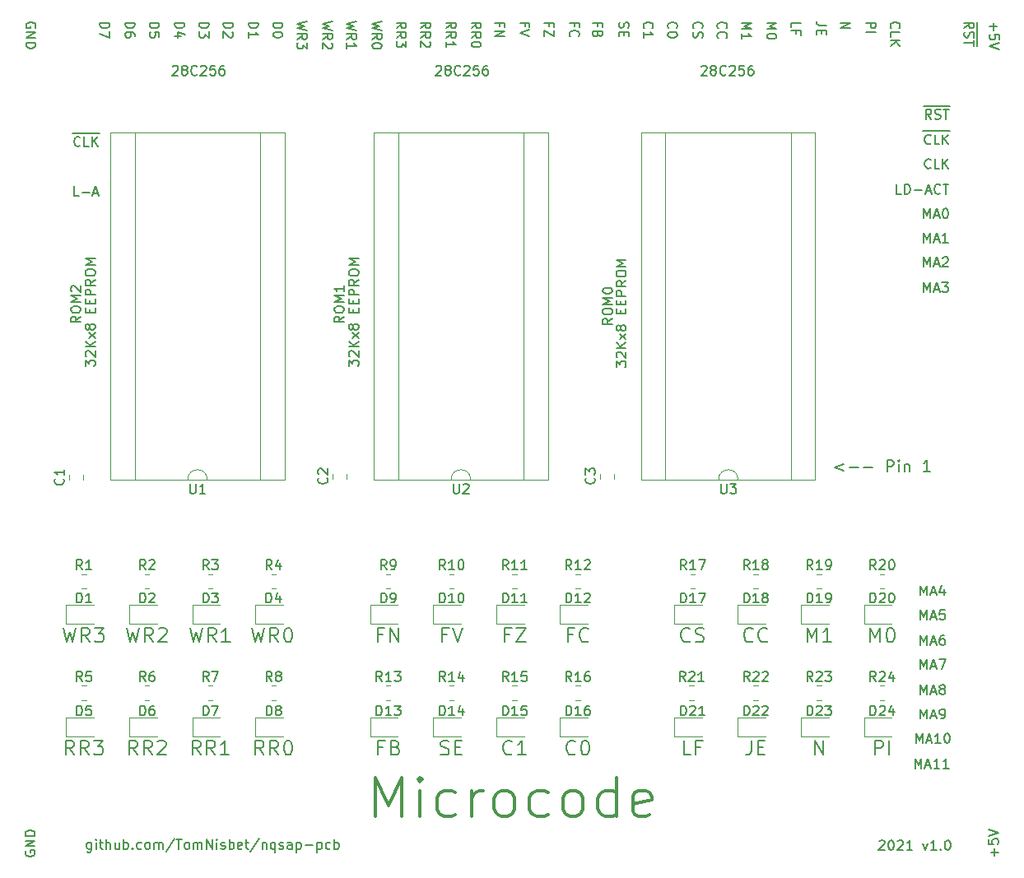
<source format=gto>
G04 #@! TF.GenerationSoftware,KiCad,Pcbnew,(5.1.9)-1*
G04 #@! TF.CreationDate,2021-10-24T09:52:52-04:00*
G04 #@! TF.ProjectId,microcode,6d696372-6f63-46f6-9465-2e6b69636164,1.0*
G04 #@! TF.SameCoordinates,Original*
G04 #@! TF.FileFunction,Legend,Top*
G04 #@! TF.FilePolarity,Positive*
%FSLAX46Y46*%
G04 Gerber Fmt 4.6, Leading zero omitted, Abs format (unit mm)*
G04 Created by KiCad (PCBNEW (5.1.9)-1) date 2021-10-24 09:52:52*
%MOMM*%
%LPD*%
G01*
G04 APERTURE LIST*
%ADD10C,0.150000*%
%ADD11C,0.300000*%
%ADD12C,0.170000*%
%ADD13C,0.120000*%
%ADD14O,1.700000X1.700000*%
%ADD15R,1.700000X1.700000*%
%ADD16O,1.600000X1.600000*%
%ADD17R,1.600000X1.600000*%
G04 APERTURE END LIST*
D10*
X146995238Y-48087976D02*
X146947619Y-48230833D01*
X146947619Y-48468928D01*
X146995238Y-48564166D01*
X147042857Y-48611785D01*
X147138095Y-48659404D01*
X147233333Y-48659404D01*
X147328571Y-48611785D01*
X147376190Y-48564166D01*
X147423809Y-48468928D01*
X147471428Y-48278452D01*
X147519047Y-48183214D01*
X147566666Y-48135595D01*
X147661904Y-48087976D01*
X147757142Y-48087976D01*
X147852380Y-48135595D01*
X147900000Y-48183214D01*
X147947619Y-48278452D01*
X147947619Y-48516547D01*
X147900000Y-48659404D01*
X147471428Y-49087976D02*
X147471428Y-49421309D01*
X146947619Y-49564166D02*
X146947619Y-49087976D01*
X147947619Y-49087976D01*
X147947619Y-49564166D01*
X91361904Y-65952380D02*
X90885714Y-65952380D01*
X90885714Y-64952380D01*
X91695238Y-65571428D02*
X92457142Y-65571428D01*
X92885714Y-65666666D02*
X93361904Y-65666666D01*
X92790476Y-65952380D02*
X93123809Y-64952380D01*
X93457142Y-65952380D01*
X90695238Y-59485000D02*
X91695238Y-59485000D01*
X91504761Y-60757142D02*
X91457142Y-60804761D01*
X91314285Y-60852380D01*
X91219047Y-60852380D01*
X91076190Y-60804761D01*
X90980952Y-60709523D01*
X90933333Y-60614285D01*
X90885714Y-60423809D01*
X90885714Y-60280952D01*
X90933333Y-60090476D01*
X90980952Y-59995238D01*
X91076190Y-59900000D01*
X91219047Y-59852380D01*
X91314285Y-59852380D01*
X91457142Y-59900000D01*
X91504761Y-59947619D01*
X91695238Y-59485000D02*
X92504761Y-59485000D01*
X92409523Y-60852380D02*
X91933333Y-60852380D01*
X91933333Y-59852380D01*
X92504761Y-59485000D02*
X93504761Y-59485000D01*
X92742857Y-60852380D02*
X92742857Y-59852380D01*
X93314285Y-60852380D02*
X92885714Y-60280952D01*
X93314285Y-59852380D02*
X92742857Y-60423809D01*
X175980952Y-65752380D02*
X175504761Y-65752380D01*
X175504761Y-64752380D01*
X176314285Y-65752380D02*
X176314285Y-64752380D01*
X176552380Y-64752380D01*
X176695238Y-64800000D01*
X176790476Y-64895238D01*
X176838095Y-64990476D01*
X176885714Y-65180952D01*
X176885714Y-65323809D01*
X176838095Y-65514285D01*
X176790476Y-65609523D01*
X176695238Y-65704761D01*
X176552380Y-65752380D01*
X176314285Y-65752380D01*
X177314285Y-65371428D02*
X178076190Y-65371428D01*
X178504761Y-65466666D02*
X178980952Y-65466666D01*
X178409523Y-65752380D02*
X178742857Y-64752380D01*
X179076190Y-65752380D01*
X179980952Y-65657142D02*
X179933333Y-65704761D01*
X179790476Y-65752380D01*
X179695238Y-65752380D01*
X179552380Y-65704761D01*
X179457142Y-65609523D01*
X179409523Y-65514285D01*
X179361904Y-65323809D01*
X179361904Y-65180952D01*
X179409523Y-64990476D01*
X179457142Y-64895238D01*
X179552380Y-64800000D01*
X179695238Y-64752380D01*
X179790476Y-64752380D01*
X179933333Y-64800000D01*
X179980952Y-64847619D01*
X180266666Y-64752380D02*
X180838095Y-64752380D01*
X180552380Y-65752380D02*
X180552380Y-64752380D01*
X179004761Y-63057142D02*
X178957142Y-63104761D01*
X178814285Y-63152380D01*
X178719047Y-63152380D01*
X178576190Y-63104761D01*
X178480952Y-63009523D01*
X178433333Y-62914285D01*
X178385714Y-62723809D01*
X178385714Y-62580952D01*
X178433333Y-62390476D01*
X178480952Y-62295238D01*
X178576190Y-62200000D01*
X178719047Y-62152380D01*
X178814285Y-62152380D01*
X178957142Y-62200000D01*
X179004761Y-62247619D01*
X179909523Y-63152380D02*
X179433333Y-63152380D01*
X179433333Y-62152380D01*
X180242857Y-63152380D02*
X180242857Y-62152380D01*
X180814285Y-63152380D02*
X180385714Y-62580952D01*
X180814285Y-62152380D02*
X180242857Y-62723809D01*
X178195238Y-59285000D02*
X179195238Y-59285000D01*
X179004761Y-60557142D02*
X178957142Y-60604761D01*
X178814285Y-60652380D01*
X178719047Y-60652380D01*
X178576190Y-60604761D01*
X178480952Y-60509523D01*
X178433333Y-60414285D01*
X178385714Y-60223809D01*
X178385714Y-60080952D01*
X178433333Y-59890476D01*
X178480952Y-59795238D01*
X178576190Y-59700000D01*
X178719047Y-59652380D01*
X178814285Y-59652380D01*
X178957142Y-59700000D01*
X179004761Y-59747619D01*
X179195238Y-59285000D02*
X180004761Y-59285000D01*
X179909523Y-60652380D02*
X179433333Y-60652380D01*
X179433333Y-59652380D01*
X180004761Y-59285000D02*
X181004761Y-59285000D01*
X180242857Y-60652380D02*
X180242857Y-59652380D01*
X180814285Y-60652380D02*
X180385714Y-60080952D01*
X180814285Y-59652380D02*
X180242857Y-60223809D01*
X178242857Y-56685000D02*
X179242857Y-56685000D01*
X179052380Y-58052380D02*
X178719047Y-57576190D01*
X178480952Y-58052380D02*
X178480952Y-57052380D01*
X178861904Y-57052380D01*
X178957142Y-57100000D01*
X179004761Y-57147619D01*
X179052380Y-57242857D01*
X179052380Y-57385714D01*
X179004761Y-57480952D01*
X178957142Y-57528571D01*
X178861904Y-57576190D01*
X178480952Y-57576190D01*
X179242857Y-56685000D02*
X180195238Y-56685000D01*
X179433333Y-58004761D02*
X179576190Y-58052380D01*
X179814285Y-58052380D01*
X179909523Y-58004761D01*
X179957142Y-57957142D01*
X180004761Y-57861904D01*
X180004761Y-57766666D01*
X179957142Y-57671428D01*
X179909523Y-57623809D01*
X179814285Y-57576190D01*
X179623809Y-57528571D01*
X179528571Y-57480952D01*
X179480952Y-57433333D01*
X179433333Y-57338095D01*
X179433333Y-57242857D01*
X179480952Y-57147619D01*
X179528571Y-57100000D01*
X179623809Y-57052380D01*
X179861904Y-57052380D01*
X180004761Y-57100000D01*
X180195238Y-56685000D02*
X180957142Y-56685000D01*
X180290476Y-57052380D02*
X180861904Y-57052380D01*
X180576190Y-58052380D02*
X180576190Y-57052380D01*
X183800000Y-48100000D02*
X183800000Y-50500000D01*
X92664166Y-132485714D02*
X92664166Y-133295238D01*
X92616547Y-133390476D01*
X92568928Y-133438095D01*
X92473690Y-133485714D01*
X92330833Y-133485714D01*
X92235595Y-133438095D01*
X92664166Y-133104761D02*
X92568928Y-133152380D01*
X92378452Y-133152380D01*
X92283214Y-133104761D01*
X92235595Y-133057142D01*
X92187976Y-132961904D01*
X92187976Y-132676190D01*
X92235595Y-132580952D01*
X92283214Y-132533333D01*
X92378452Y-132485714D01*
X92568928Y-132485714D01*
X92664166Y-132533333D01*
X93140357Y-133152380D02*
X93140357Y-132485714D01*
X93140357Y-132152380D02*
X93092738Y-132200000D01*
X93140357Y-132247619D01*
X93187976Y-132200000D01*
X93140357Y-132152380D01*
X93140357Y-132247619D01*
X93473690Y-132485714D02*
X93854642Y-132485714D01*
X93616547Y-132152380D02*
X93616547Y-133009523D01*
X93664166Y-133104761D01*
X93759404Y-133152380D01*
X93854642Y-133152380D01*
X94187976Y-133152380D02*
X94187976Y-132152380D01*
X94616547Y-133152380D02*
X94616547Y-132628571D01*
X94568928Y-132533333D01*
X94473690Y-132485714D01*
X94330833Y-132485714D01*
X94235595Y-132533333D01*
X94187976Y-132580952D01*
X95521309Y-132485714D02*
X95521309Y-133152380D01*
X95092738Y-132485714D02*
X95092738Y-133009523D01*
X95140357Y-133104761D01*
X95235595Y-133152380D01*
X95378452Y-133152380D01*
X95473690Y-133104761D01*
X95521309Y-133057142D01*
X95997500Y-133152380D02*
X95997500Y-132152380D01*
X95997500Y-132533333D02*
X96092738Y-132485714D01*
X96283214Y-132485714D01*
X96378452Y-132533333D01*
X96426071Y-132580952D01*
X96473690Y-132676190D01*
X96473690Y-132961904D01*
X96426071Y-133057142D01*
X96378452Y-133104761D01*
X96283214Y-133152380D01*
X96092738Y-133152380D01*
X95997500Y-133104761D01*
X96902261Y-133057142D02*
X96949880Y-133104761D01*
X96902261Y-133152380D01*
X96854642Y-133104761D01*
X96902261Y-133057142D01*
X96902261Y-133152380D01*
X97807023Y-133104761D02*
X97711785Y-133152380D01*
X97521309Y-133152380D01*
X97426071Y-133104761D01*
X97378452Y-133057142D01*
X97330833Y-132961904D01*
X97330833Y-132676190D01*
X97378452Y-132580952D01*
X97426071Y-132533333D01*
X97521309Y-132485714D01*
X97711785Y-132485714D01*
X97807023Y-132533333D01*
X98378452Y-133152380D02*
X98283214Y-133104761D01*
X98235595Y-133057142D01*
X98187976Y-132961904D01*
X98187976Y-132676190D01*
X98235595Y-132580952D01*
X98283214Y-132533333D01*
X98378452Y-132485714D01*
X98521309Y-132485714D01*
X98616547Y-132533333D01*
X98664166Y-132580952D01*
X98711785Y-132676190D01*
X98711785Y-132961904D01*
X98664166Y-133057142D01*
X98616547Y-133104761D01*
X98521309Y-133152380D01*
X98378452Y-133152380D01*
X99140357Y-133152380D02*
X99140357Y-132485714D01*
X99140357Y-132580952D02*
X99187976Y-132533333D01*
X99283214Y-132485714D01*
X99426071Y-132485714D01*
X99521309Y-132533333D01*
X99568928Y-132628571D01*
X99568928Y-133152380D01*
X99568928Y-132628571D02*
X99616547Y-132533333D01*
X99711785Y-132485714D01*
X99854642Y-132485714D01*
X99949880Y-132533333D01*
X99997500Y-132628571D01*
X99997500Y-133152380D01*
X101187976Y-132104761D02*
X100330833Y-133390476D01*
X101378452Y-132152380D02*
X101949880Y-132152380D01*
X101664166Y-133152380D02*
X101664166Y-132152380D01*
X102426071Y-133152380D02*
X102330833Y-133104761D01*
X102283214Y-133057142D01*
X102235595Y-132961904D01*
X102235595Y-132676190D01*
X102283214Y-132580952D01*
X102330833Y-132533333D01*
X102426071Y-132485714D01*
X102568928Y-132485714D01*
X102664166Y-132533333D01*
X102711785Y-132580952D01*
X102759404Y-132676190D01*
X102759404Y-132961904D01*
X102711785Y-133057142D01*
X102664166Y-133104761D01*
X102568928Y-133152380D01*
X102426071Y-133152380D01*
X103187976Y-133152380D02*
X103187976Y-132485714D01*
X103187976Y-132580952D02*
X103235595Y-132533333D01*
X103330833Y-132485714D01*
X103473690Y-132485714D01*
X103568928Y-132533333D01*
X103616547Y-132628571D01*
X103616547Y-133152380D01*
X103616547Y-132628571D02*
X103664166Y-132533333D01*
X103759404Y-132485714D01*
X103902261Y-132485714D01*
X103997500Y-132533333D01*
X104045119Y-132628571D01*
X104045119Y-133152380D01*
X104521309Y-133152380D02*
X104521309Y-132152380D01*
X105092738Y-133152380D01*
X105092738Y-132152380D01*
X105568928Y-133152380D02*
X105568928Y-132485714D01*
X105568928Y-132152380D02*
X105521309Y-132200000D01*
X105568928Y-132247619D01*
X105616547Y-132200000D01*
X105568928Y-132152380D01*
X105568928Y-132247619D01*
X105997500Y-133104761D02*
X106092738Y-133152380D01*
X106283214Y-133152380D01*
X106378452Y-133104761D01*
X106426071Y-133009523D01*
X106426071Y-132961904D01*
X106378452Y-132866666D01*
X106283214Y-132819047D01*
X106140357Y-132819047D01*
X106045119Y-132771428D01*
X105997500Y-132676190D01*
X105997500Y-132628571D01*
X106045119Y-132533333D01*
X106140357Y-132485714D01*
X106283214Y-132485714D01*
X106378452Y-132533333D01*
X106854642Y-133152380D02*
X106854642Y-132152380D01*
X106854642Y-132533333D02*
X106949880Y-132485714D01*
X107140357Y-132485714D01*
X107235595Y-132533333D01*
X107283214Y-132580952D01*
X107330833Y-132676190D01*
X107330833Y-132961904D01*
X107283214Y-133057142D01*
X107235595Y-133104761D01*
X107140357Y-133152380D01*
X106949880Y-133152380D01*
X106854642Y-133104761D01*
X108140357Y-133104761D02*
X108045119Y-133152380D01*
X107854642Y-133152380D01*
X107759404Y-133104761D01*
X107711785Y-133009523D01*
X107711785Y-132628571D01*
X107759404Y-132533333D01*
X107854642Y-132485714D01*
X108045119Y-132485714D01*
X108140357Y-132533333D01*
X108187976Y-132628571D01*
X108187976Y-132723809D01*
X107711785Y-132819047D01*
X108473690Y-132485714D02*
X108854642Y-132485714D01*
X108616547Y-132152380D02*
X108616547Y-133009523D01*
X108664166Y-133104761D01*
X108759404Y-133152380D01*
X108854642Y-133152380D01*
X109902261Y-132104761D02*
X109045119Y-133390476D01*
X110235595Y-132485714D02*
X110235595Y-133152380D01*
X110235595Y-132580952D02*
X110283214Y-132533333D01*
X110378452Y-132485714D01*
X110521309Y-132485714D01*
X110616547Y-132533333D01*
X110664166Y-132628571D01*
X110664166Y-133152380D01*
X111568928Y-132485714D02*
X111568928Y-133485714D01*
X111568928Y-133104761D02*
X111473690Y-133152380D01*
X111283214Y-133152380D01*
X111187976Y-133104761D01*
X111140357Y-133057142D01*
X111092738Y-132961904D01*
X111092738Y-132676190D01*
X111140357Y-132580952D01*
X111187976Y-132533333D01*
X111283214Y-132485714D01*
X111473690Y-132485714D01*
X111568928Y-132533333D01*
X111997500Y-133104761D02*
X112092738Y-133152380D01*
X112283214Y-133152380D01*
X112378452Y-133104761D01*
X112426071Y-133009523D01*
X112426071Y-132961904D01*
X112378452Y-132866666D01*
X112283214Y-132819047D01*
X112140357Y-132819047D01*
X112045119Y-132771428D01*
X111997500Y-132676190D01*
X111997500Y-132628571D01*
X112045119Y-132533333D01*
X112140357Y-132485714D01*
X112283214Y-132485714D01*
X112378452Y-132533333D01*
X113283214Y-133152380D02*
X113283214Y-132628571D01*
X113235595Y-132533333D01*
X113140357Y-132485714D01*
X112949880Y-132485714D01*
X112854642Y-132533333D01*
X113283214Y-133104761D02*
X113187976Y-133152380D01*
X112949880Y-133152380D01*
X112854642Y-133104761D01*
X112807023Y-133009523D01*
X112807023Y-132914285D01*
X112854642Y-132819047D01*
X112949880Y-132771428D01*
X113187976Y-132771428D01*
X113283214Y-132723809D01*
X113759404Y-132485714D02*
X113759404Y-133485714D01*
X113759404Y-132533333D02*
X113854642Y-132485714D01*
X114045119Y-132485714D01*
X114140357Y-132533333D01*
X114187976Y-132580952D01*
X114235595Y-132676190D01*
X114235595Y-132961904D01*
X114187976Y-133057142D01*
X114140357Y-133104761D01*
X114045119Y-133152380D01*
X113854642Y-133152380D01*
X113759404Y-133104761D01*
X114664166Y-132771428D02*
X115426071Y-132771428D01*
X115902261Y-132485714D02*
X115902261Y-133485714D01*
X115902261Y-132533333D02*
X115997499Y-132485714D01*
X116187976Y-132485714D01*
X116283214Y-132533333D01*
X116330833Y-132580952D01*
X116378452Y-132676190D01*
X116378452Y-132961904D01*
X116330833Y-133057142D01*
X116283214Y-133104761D01*
X116187976Y-133152380D01*
X115997499Y-133152380D01*
X115902261Y-133104761D01*
X117235595Y-133104761D02*
X117140357Y-133152380D01*
X116949880Y-133152380D01*
X116854642Y-133104761D01*
X116807023Y-133057142D01*
X116759404Y-132961904D01*
X116759404Y-132676190D01*
X116807023Y-132580952D01*
X116854642Y-132533333D01*
X116949880Y-132485714D01*
X117140357Y-132485714D01*
X117235595Y-132533333D01*
X117664166Y-133152380D02*
X117664166Y-132152380D01*
X117664166Y-132533333D02*
X117759404Y-132485714D01*
X117949880Y-132485714D01*
X118045119Y-132533333D01*
X118092738Y-132580952D01*
X118140357Y-132676190D01*
X118140357Y-132961904D01*
X118092738Y-133057142D01*
X118045119Y-133104761D01*
X117949880Y-133152380D01*
X117759404Y-133152380D01*
X117664166Y-133104761D01*
X173687976Y-132347619D02*
X173735595Y-132300000D01*
X173830833Y-132252380D01*
X174068928Y-132252380D01*
X174164166Y-132300000D01*
X174211785Y-132347619D01*
X174259404Y-132442857D01*
X174259404Y-132538095D01*
X174211785Y-132680952D01*
X173640357Y-133252380D01*
X174259404Y-133252380D01*
X174878452Y-132252380D02*
X174973690Y-132252380D01*
X175068928Y-132300000D01*
X175116547Y-132347619D01*
X175164166Y-132442857D01*
X175211785Y-132633333D01*
X175211785Y-132871428D01*
X175164166Y-133061904D01*
X175116547Y-133157142D01*
X175068928Y-133204761D01*
X174973690Y-133252380D01*
X174878452Y-133252380D01*
X174783214Y-133204761D01*
X174735595Y-133157142D01*
X174687976Y-133061904D01*
X174640357Y-132871428D01*
X174640357Y-132633333D01*
X174687976Y-132442857D01*
X174735595Y-132347619D01*
X174783214Y-132300000D01*
X174878452Y-132252380D01*
X175592738Y-132347619D02*
X175640357Y-132300000D01*
X175735595Y-132252380D01*
X175973690Y-132252380D01*
X176068928Y-132300000D01*
X176116547Y-132347619D01*
X176164166Y-132442857D01*
X176164166Y-132538095D01*
X176116547Y-132680952D01*
X175545119Y-133252380D01*
X176164166Y-133252380D01*
X177116547Y-133252380D02*
X176545119Y-133252380D01*
X176830833Y-133252380D02*
X176830833Y-132252380D01*
X176735595Y-132395238D01*
X176640357Y-132490476D01*
X176545119Y-132538095D01*
X178211785Y-132585714D02*
X178449880Y-133252380D01*
X178687976Y-132585714D01*
X179592738Y-133252380D02*
X179021309Y-133252380D01*
X179307023Y-133252380D02*
X179307023Y-132252380D01*
X179211785Y-132395238D01*
X179116547Y-132490476D01*
X179021309Y-132538095D01*
X180021309Y-133157142D02*
X180068928Y-133204761D01*
X180021309Y-133252380D01*
X179973690Y-133204761D01*
X180021309Y-133157142D01*
X180021309Y-133252380D01*
X180687976Y-132252380D02*
X180783214Y-132252380D01*
X180878452Y-132300000D01*
X180926071Y-132347619D01*
X180973690Y-132442857D01*
X181021309Y-132633333D01*
X181021309Y-132871428D01*
X180973690Y-133061904D01*
X180926071Y-133157142D01*
X180878452Y-133204761D01*
X180783214Y-133252380D01*
X180687976Y-133252380D01*
X180592738Y-133204761D01*
X180545119Y-133157142D01*
X180497500Y-133061904D01*
X180449880Y-132871428D01*
X180449880Y-132633333D01*
X180497500Y-132442857D01*
X180545119Y-132347619D01*
X180592738Y-132300000D01*
X180687976Y-132252380D01*
X177385714Y-124852380D02*
X177385714Y-123852380D01*
X177719047Y-124566666D01*
X178052380Y-123852380D01*
X178052380Y-124852380D01*
X178480952Y-124566666D02*
X178957142Y-124566666D01*
X178385714Y-124852380D02*
X178719047Y-123852380D01*
X179052380Y-124852380D01*
X179909523Y-124852380D02*
X179338095Y-124852380D01*
X179623809Y-124852380D02*
X179623809Y-123852380D01*
X179528571Y-123995238D01*
X179433333Y-124090476D01*
X179338095Y-124138095D01*
X180861904Y-124852380D02*
X180290476Y-124852380D01*
X180576190Y-124852380D02*
X180576190Y-123852380D01*
X180480952Y-123995238D01*
X180385714Y-124090476D01*
X180290476Y-124138095D01*
X177485714Y-122252380D02*
X177485714Y-121252380D01*
X177819047Y-121966666D01*
X178152380Y-121252380D01*
X178152380Y-122252380D01*
X178580952Y-121966666D02*
X179057142Y-121966666D01*
X178485714Y-122252380D02*
X178819047Y-121252380D01*
X179152380Y-122252380D01*
X180009523Y-122252380D02*
X179438095Y-122252380D01*
X179723809Y-122252380D02*
X179723809Y-121252380D01*
X179628571Y-121395238D01*
X179533333Y-121490476D01*
X179438095Y-121538095D01*
X180628571Y-121252380D02*
X180723809Y-121252380D01*
X180819047Y-121300000D01*
X180866666Y-121347619D01*
X180914285Y-121442857D01*
X180961904Y-121633333D01*
X180961904Y-121871428D01*
X180914285Y-122061904D01*
X180866666Y-122157142D01*
X180819047Y-122204761D01*
X180723809Y-122252380D01*
X180628571Y-122252380D01*
X180533333Y-122204761D01*
X180485714Y-122157142D01*
X180438095Y-122061904D01*
X180390476Y-121871428D01*
X180390476Y-121633333D01*
X180438095Y-121442857D01*
X180485714Y-121347619D01*
X180533333Y-121300000D01*
X180628571Y-121252380D01*
X177961904Y-119752380D02*
X177961904Y-118752380D01*
X178295238Y-119466666D01*
X178628571Y-118752380D01*
X178628571Y-119752380D01*
X179057142Y-119466666D02*
X179533333Y-119466666D01*
X178961904Y-119752380D02*
X179295238Y-118752380D01*
X179628571Y-119752380D01*
X180009523Y-119752380D02*
X180200000Y-119752380D01*
X180295238Y-119704761D01*
X180342857Y-119657142D01*
X180438095Y-119514285D01*
X180485714Y-119323809D01*
X180485714Y-118942857D01*
X180438095Y-118847619D01*
X180390476Y-118800000D01*
X180295238Y-118752380D01*
X180104761Y-118752380D01*
X180009523Y-118800000D01*
X179961904Y-118847619D01*
X179914285Y-118942857D01*
X179914285Y-119180952D01*
X179961904Y-119276190D01*
X180009523Y-119323809D01*
X180104761Y-119371428D01*
X180295238Y-119371428D01*
X180390476Y-119323809D01*
X180438095Y-119276190D01*
X180485714Y-119180952D01*
X177961904Y-117252380D02*
X177961904Y-116252380D01*
X178295238Y-116966666D01*
X178628571Y-116252380D01*
X178628571Y-117252380D01*
X179057142Y-116966666D02*
X179533333Y-116966666D01*
X178961904Y-117252380D02*
X179295238Y-116252380D01*
X179628571Y-117252380D01*
X180104761Y-116680952D02*
X180009523Y-116633333D01*
X179961904Y-116585714D01*
X179914285Y-116490476D01*
X179914285Y-116442857D01*
X179961904Y-116347619D01*
X180009523Y-116300000D01*
X180104761Y-116252380D01*
X180295238Y-116252380D01*
X180390476Y-116300000D01*
X180438095Y-116347619D01*
X180485714Y-116442857D01*
X180485714Y-116490476D01*
X180438095Y-116585714D01*
X180390476Y-116633333D01*
X180295238Y-116680952D01*
X180104761Y-116680952D01*
X180009523Y-116728571D01*
X179961904Y-116776190D01*
X179914285Y-116871428D01*
X179914285Y-117061904D01*
X179961904Y-117157142D01*
X180009523Y-117204761D01*
X180104761Y-117252380D01*
X180295238Y-117252380D01*
X180390476Y-117204761D01*
X180438095Y-117157142D01*
X180485714Y-117061904D01*
X180485714Y-116871428D01*
X180438095Y-116776190D01*
X180390476Y-116728571D01*
X180295238Y-116680952D01*
X177961904Y-114652380D02*
X177961904Y-113652380D01*
X178295238Y-114366666D01*
X178628571Y-113652380D01*
X178628571Y-114652380D01*
X179057142Y-114366666D02*
X179533333Y-114366666D01*
X178961904Y-114652380D02*
X179295238Y-113652380D01*
X179628571Y-114652380D01*
X179866666Y-113652380D02*
X180533333Y-113652380D01*
X180104761Y-114652380D01*
X177961904Y-112152380D02*
X177961904Y-111152380D01*
X178295238Y-111866666D01*
X178628571Y-111152380D01*
X178628571Y-112152380D01*
X179057142Y-111866666D02*
X179533333Y-111866666D01*
X178961904Y-112152380D02*
X179295238Y-111152380D01*
X179628571Y-112152380D01*
X180390476Y-111152380D02*
X180200000Y-111152380D01*
X180104761Y-111200000D01*
X180057142Y-111247619D01*
X179961904Y-111390476D01*
X179914285Y-111580952D01*
X179914285Y-111961904D01*
X179961904Y-112057142D01*
X180009523Y-112104761D01*
X180104761Y-112152380D01*
X180295238Y-112152380D01*
X180390476Y-112104761D01*
X180438095Y-112057142D01*
X180485714Y-111961904D01*
X180485714Y-111723809D01*
X180438095Y-111628571D01*
X180390476Y-111580952D01*
X180295238Y-111533333D01*
X180104761Y-111533333D01*
X180009523Y-111580952D01*
X179961904Y-111628571D01*
X179914285Y-111723809D01*
X177961904Y-109552380D02*
X177961904Y-108552380D01*
X178295238Y-109266666D01*
X178628571Y-108552380D01*
X178628571Y-109552380D01*
X179057142Y-109266666D02*
X179533333Y-109266666D01*
X178961904Y-109552380D02*
X179295238Y-108552380D01*
X179628571Y-109552380D01*
X180438095Y-108552380D02*
X179961904Y-108552380D01*
X179914285Y-109028571D01*
X179961904Y-108980952D01*
X180057142Y-108933333D01*
X180295238Y-108933333D01*
X180390476Y-108980952D01*
X180438095Y-109028571D01*
X180485714Y-109123809D01*
X180485714Y-109361904D01*
X180438095Y-109457142D01*
X180390476Y-109504761D01*
X180295238Y-109552380D01*
X180057142Y-109552380D01*
X179961904Y-109504761D01*
X179914285Y-109457142D01*
X177961904Y-107052380D02*
X177961904Y-106052380D01*
X178295238Y-106766666D01*
X178628571Y-106052380D01*
X178628571Y-107052380D01*
X179057142Y-106766666D02*
X179533333Y-106766666D01*
X178961904Y-107052380D02*
X179295238Y-106052380D01*
X179628571Y-107052380D01*
X180390476Y-106385714D02*
X180390476Y-107052380D01*
X180152380Y-106004761D02*
X179914285Y-106719047D01*
X180533333Y-106719047D01*
X178261904Y-75852380D02*
X178261904Y-74852380D01*
X178595238Y-75566666D01*
X178928571Y-74852380D01*
X178928571Y-75852380D01*
X179357142Y-75566666D02*
X179833333Y-75566666D01*
X179261904Y-75852380D02*
X179595238Y-74852380D01*
X179928571Y-75852380D01*
X180166666Y-74852380D02*
X180785714Y-74852380D01*
X180452380Y-75233333D01*
X180595238Y-75233333D01*
X180690476Y-75280952D01*
X180738095Y-75328571D01*
X180785714Y-75423809D01*
X180785714Y-75661904D01*
X180738095Y-75757142D01*
X180690476Y-75804761D01*
X180595238Y-75852380D01*
X180309523Y-75852380D01*
X180214285Y-75804761D01*
X180166666Y-75757142D01*
X178261904Y-73252380D02*
X178261904Y-72252380D01*
X178595238Y-72966666D01*
X178928571Y-72252380D01*
X178928571Y-73252380D01*
X179357142Y-72966666D02*
X179833333Y-72966666D01*
X179261904Y-73252380D02*
X179595238Y-72252380D01*
X179928571Y-73252380D01*
X180214285Y-72347619D02*
X180261904Y-72300000D01*
X180357142Y-72252380D01*
X180595238Y-72252380D01*
X180690476Y-72300000D01*
X180738095Y-72347619D01*
X180785714Y-72442857D01*
X180785714Y-72538095D01*
X180738095Y-72680952D01*
X180166666Y-73252380D01*
X180785714Y-73252380D01*
X178261904Y-70752380D02*
X178261904Y-69752380D01*
X178595238Y-70466666D01*
X178928571Y-69752380D01*
X178928571Y-70752380D01*
X179357142Y-70466666D02*
X179833333Y-70466666D01*
X179261904Y-70752380D02*
X179595238Y-69752380D01*
X179928571Y-70752380D01*
X180785714Y-70752380D02*
X180214285Y-70752380D01*
X180500000Y-70752380D02*
X180500000Y-69752380D01*
X180404761Y-69895238D01*
X180309523Y-69990476D01*
X180214285Y-70038095D01*
X178261904Y-68252380D02*
X178261904Y-67252380D01*
X178595238Y-67966666D01*
X178928571Y-67252380D01*
X178928571Y-68252380D01*
X179357142Y-67966666D02*
X179833333Y-67966666D01*
X179261904Y-68252380D02*
X179595238Y-67252380D01*
X179928571Y-68252380D01*
X180452380Y-67252380D02*
X180547619Y-67252380D01*
X180642857Y-67300000D01*
X180690476Y-67347619D01*
X180738095Y-67442857D01*
X180785714Y-67633333D01*
X180785714Y-67871428D01*
X180738095Y-68061904D01*
X180690476Y-68157142D01*
X180642857Y-68204761D01*
X180547619Y-68252380D01*
X180452380Y-68252380D01*
X180357142Y-68204761D01*
X180309523Y-68157142D01*
X180261904Y-68061904D01*
X180214285Y-67871428D01*
X180214285Y-67633333D01*
X180261904Y-67442857D01*
X180309523Y-67347619D01*
X180357142Y-67300000D01*
X180452380Y-67252380D01*
D11*
X121904761Y-129809523D02*
X121904761Y-125809523D01*
X123238095Y-128666666D01*
X124571428Y-125809523D01*
X124571428Y-129809523D01*
X126476190Y-129809523D02*
X126476190Y-127142857D01*
X126476190Y-125809523D02*
X126285714Y-126000000D01*
X126476190Y-126190476D01*
X126666666Y-126000000D01*
X126476190Y-125809523D01*
X126476190Y-126190476D01*
X130095238Y-129619047D02*
X129714285Y-129809523D01*
X128952380Y-129809523D01*
X128571428Y-129619047D01*
X128380952Y-129428571D01*
X128190476Y-129047619D01*
X128190476Y-127904761D01*
X128380952Y-127523809D01*
X128571428Y-127333333D01*
X128952380Y-127142857D01*
X129714285Y-127142857D01*
X130095238Y-127333333D01*
X131809523Y-129809523D02*
X131809523Y-127142857D01*
X131809523Y-127904761D02*
X132000000Y-127523809D01*
X132190476Y-127333333D01*
X132571428Y-127142857D01*
X132952380Y-127142857D01*
X134857142Y-129809523D02*
X134476190Y-129619047D01*
X134285714Y-129428571D01*
X134095238Y-129047619D01*
X134095238Y-127904761D01*
X134285714Y-127523809D01*
X134476190Y-127333333D01*
X134857142Y-127142857D01*
X135428571Y-127142857D01*
X135809523Y-127333333D01*
X136000000Y-127523809D01*
X136190476Y-127904761D01*
X136190476Y-129047619D01*
X136000000Y-129428571D01*
X135809523Y-129619047D01*
X135428571Y-129809523D01*
X134857142Y-129809523D01*
X139619047Y-129619047D02*
X139238095Y-129809523D01*
X138476190Y-129809523D01*
X138095238Y-129619047D01*
X137904761Y-129428571D01*
X137714285Y-129047619D01*
X137714285Y-127904761D01*
X137904761Y-127523809D01*
X138095238Y-127333333D01*
X138476190Y-127142857D01*
X139238095Y-127142857D01*
X139619047Y-127333333D01*
X141904761Y-129809523D02*
X141523809Y-129619047D01*
X141333333Y-129428571D01*
X141142857Y-129047619D01*
X141142857Y-127904761D01*
X141333333Y-127523809D01*
X141523809Y-127333333D01*
X141904761Y-127142857D01*
X142476190Y-127142857D01*
X142857142Y-127333333D01*
X143047619Y-127523809D01*
X143238095Y-127904761D01*
X143238095Y-129047619D01*
X143047619Y-129428571D01*
X142857142Y-129619047D01*
X142476190Y-129809523D01*
X141904761Y-129809523D01*
X146666666Y-129809523D02*
X146666666Y-125809523D01*
X146666666Y-129619047D02*
X146285714Y-129809523D01*
X145523809Y-129809523D01*
X145142857Y-129619047D01*
X144952380Y-129428571D01*
X144761904Y-129047619D01*
X144761904Y-127904761D01*
X144952380Y-127523809D01*
X145142857Y-127333333D01*
X145523809Y-127142857D01*
X146285714Y-127142857D01*
X146666666Y-127333333D01*
X150095238Y-129619047D02*
X149714285Y-129809523D01*
X148952380Y-129809523D01*
X148571428Y-129619047D01*
X148380952Y-129238095D01*
X148380952Y-127714285D01*
X148571428Y-127333333D01*
X148952380Y-127142857D01*
X149714285Y-127142857D01*
X150095238Y-127333333D01*
X150285714Y-127714285D01*
X150285714Y-128095238D01*
X148380952Y-128476190D01*
D12*
X170057142Y-93542857D02*
X169142857Y-93885714D01*
X170057142Y-94228571D01*
X170628571Y-93885714D02*
X171542857Y-93885714D01*
X172114285Y-93885714D02*
X173028571Y-93885714D01*
X174514285Y-94342857D02*
X174514285Y-93142857D01*
X174971428Y-93142857D01*
X175085714Y-93200000D01*
X175142857Y-93257142D01*
X175200000Y-93371428D01*
X175200000Y-93542857D01*
X175142857Y-93657142D01*
X175085714Y-93714285D01*
X174971428Y-93771428D01*
X174514285Y-93771428D01*
X175714285Y-94342857D02*
X175714285Y-93542857D01*
X175714285Y-93142857D02*
X175657142Y-93200000D01*
X175714285Y-93257142D01*
X175771428Y-93200000D01*
X175714285Y-93142857D01*
X175714285Y-93257142D01*
X176285714Y-93542857D02*
X176285714Y-94342857D01*
X176285714Y-93657142D02*
X176342857Y-93600000D01*
X176457142Y-93542857D01*
X176628571Y-93542857D01*
X176742857Y-93600000D01*
X176800000Y-93714285D01*
X176800000Y-94342857D01*
X178914285Y-94342857D02*
X178228571Y-94342857D01*
X178571428Y-94342857D02*
X178571428Y-93142857D01*
X178457142Y-93314285D01*
X178342857Y-93428571D01*
X178228571Y-93485714D01*
D10*
X168247619Y-48421309D02*
X167533333Y-48421309D01*
X167390476Y-48373690D01*
X167295238Y-48278452D01*
X167247619Y-48135595D01*
X167247619Y-48040357D01*
X167771428Y-48897500D02*
X167771428Y-49230833D01*
X167247619Y-49373690D02*
X167247619Y-48897500D01*
X168247619Y-48897500D01*
X168247619Y-49373690D01*
X149542857Y-48707023D02*
X149495238Y-48659404D01*
X149447619Y-48516547D01*
X149447619Y-48421309D01*
X149495238Y-48278452D01*
X149590476Y-48183214D01*
X149685714Y-48135595D01*
X149876190Y-48087976D01*
X150019047Y-48087976D01*
X150209523Y-48135595D01*
X150304761Y-48183214D01*
X150400000Y-48278452D01*
X150447619Y-48421309D01*
X150447619Y-48516547D01*
X150400000Y-48659404D01*
X150352380Y-48707023D01*
X149447619Y-49659404D02*
X149447619Y-49087976D01*
X149447619Y-49373690D02*
X150447619Y-49373690D01*
X150304761Y-49278452D01*
X150209523Y-49183214D01*
X150161904Y-49087976D01*
X157142857Y-48707023D02*
X157095238Y-48659404D01*
X157047619Y-48516547D01*
X157047619Y-48421309D01*
X157095238Y-48278452D01*
X157190476Y-48183214D01*
X157285714Y-48135595D01*
X157476190Y-48087976D01*
X157619047Y-48087976D01*
X157809523Y-48135595D01*
X157904761Y-48183214D01*
X158000000Y-48278452D01*
X158047619Y-48421309D01*
X158047619Y-48516547D01*
X158000000Y-48659404D01*
X157952380Y-48707023D01*
X157142857Y-49707023D02*
X157095238Y-49659404D01*
X157047619Y-49516547D01*
X157047619Y-49421309D01*
X157095238Y-49278452D01*
X157190476Y-49183214D01*
X157285714Y-49135595D01*
X157476190Y-49087976D01*
X157619047Y-49087976D01*
X157809523Y-49135595D01*
X157904761Y-49183214D01*
X158000000Y-49278452D01*
X158047619Y-49421309D01*
X158047619Y-49516547D01*
X158000000Y-49659404D01*
X157952380Y-49707023D01*
X159547619Y-48135595D02*
X160547619Y-48135595D01*
X159833333Y-48468928D01*
X160547619Y-48802261D01*
X159547619Y-48802261D01*
X159547619Y-49802261D02*
X159547619Y-49230833D01*
X159547619Y-49516547D02*
X160547619Y-49516547D01*
X160404761Y-49421309D01*
X160309523Y-49326071D01*
X160261904Y-49230833D01*
X142371428Y-48468928D02*
X142371428Y-48135595D01*
X141847619Y-48135595D02*
X142847619Y-48135595D01*
X142847619Y-48611785D01*
X141942857Y-49564166D02*
X141895238Y-49516547D01*
X141847619Y-49373690D01*
X141847619Y-49278452D01*
X141895238Y-49135595D01*
X141990476Y-49040357D01*
X142085714Y-48992738D01*
X142276190Y-48945119D01*
X142419047Y-48945119D01*
X142609523Y-48992738D01*
X142704761Y-49040357D01*
X142800000Y-49135595D01*
X142847619Y-49278452D01*
X142847619Y-49373690D01*
X142800000Y-49516547D01*
X142752380Y-49564166D01*
X137271428Y-48468928D02*
X137271428Y-48135595D01*
X136747619Y-48135595D02*
X137747619Y-48135595D01*
X137747619Y-48611785D01*
X137747619Y-48849880D02*
X136747619Y-49183214D01*
X137747619Y-49516547D01*
X174942857Y-48707023D02*
X174895238Y-48659404D01*
X174847619Y-48516547D01*
X174847619Y-48421309D01*
X174895238Y-48278452D01*
X174990476Y-48183214D01*
X175085714Y-48135595D01*
X175276190Y-48087976D01*
X175419047Y-48087976D01*
X175609523Y-48135595D01*
X175704761Y-48183214D01*
X175800000Y-48278452D01*
X175847619Y-48421309D01*
X175847619Y-48516547D01*
X175800000Y-48659404D01*
X175752380Y-48707023D01*
X174847619Y-49611785D02*
X174847619Y-49135595D01*
X175847619Y-49135595D01*
X174847619Y-49945119D02*
X175847619Y-49945119D01*
X174847619Y-50516547D02*
X175419047Y-50087976D01*
X175847619Y-50516547D02*
X175276190Y-49945119D01*
X154642857Y-48707023D02*
X154595238Y-48659404D01*
X154547619Y-48516547D01*
X154547619Y-48421309D01*
X154595238Y-48278452D01*
X154690476Y-48183214D01*
X154785714Y-48135595D01*
X154976190Y-48087976D01*
X155119047Y-48087976D01*
X155309523Y-48135595D01*
X155404761Y-48183214D01*
X155500000Y-48278452D01*
X155547619Y-48421309D01*
X155547619Y-48516547D01*
X155500000Y-48659404D01*
X155452380Y-48707023D01*
X154595238Y-49087976D02*
X154547619Y-49230833D01*
X154547619Y-49468928D01*
X154595238Y-49564166D01*
X154642857Y-49611785D01*
X154738095Y-49659404D01*
X154833333Y-49659404D01*
X154928571Y-49611785D01*
X154976190Y-49564166D01*
X155023809Y-49468928D01*
X155071428Y-49278452D01*
X155119047Y-49183214D01*
X155166666Y-49135595D01*
X155261904Y-49087976D01*
X155357142Y-49087976D01*
X155452380Y-49135595D01*
X155500000Y-49183214D01*
X155547619Y-49278452D01*
X155547619Y-49516547D01*
X155500000Y-49659404D01*
X144771428Y-48468928D02*
X144771428Y-48135595D01*
X144247619Y-48135595D02*
X145247619Y-48135595D01*
X145247619Y-48611785D01*
X144771428Y-49326071D02*
X144723809Y-49468928D01*
X144676190Y-49516547D01*
X144580952Y-49564166D01*
X144438095Y-49564166D01*
X144342857Y-49516547D01*
X144295238Y-49468928D01*
X144247619Y-49373690D01*
X144247619Y-48992738D01*
X145247619Y-48992738D01*
X145247619Y-49326071D01*
X145200000Y-49421309D01*
X145152380Y-49468928D01*
X145057142Y-49516547D01*
X144961904Y-49516547D01*
X144866666Y-49468928D01*
X144819047Y-49421309D01*
X144771428Y-49326071D01*
X144771428Y-48992738D01*
X139771428Y-48468928D02*
X139771428Y-48135595D01*
X139247619Y-48135595D02*
X140247619Y-48135595D01*
X140247619Y-48611785D01*
X140247619Y-48897500D02*
X140247619Y-49564166D01*
X139247619Y-48897500D01*
X139247619Y-49564166D01*
X172347619Y-48135595D02*
X173347619Y-48135595D01*
X173347619Y-48516547D01*
X173300000Y-48611785D01*
X173252380Y-48659404D01*
X173157142Y-48707023D01*
X173014285Y-48707023D01*
X172919047Y-48659404D01*
X172871428Y-48611785D01*
X172823809Y-48516547D01*
X172823809Y-48135595D01*
X172347619Y-49135595D02*
X173347619Y-49135595D01*
X164647619Y-48611785D02*
X164647619Y-48135595D01*
X165647619Y-48135595D01*
X165171428Y-49278452D02*
X165171428Y-48945119D01*
X164647619Y-48945119D02*
X165647619Y-48945119D01*
X165647619Y-49421309D01*
X182447619Y-48707023D02*
X182923809Y-48373690D01*
X182447619Y-48135595D02*
X183447619Y-48135595D01*
X183447619Y-48516547D01*
X183400000Y-48611785D01*
X183352380Y-48659404D01*
X183257142Y-48707023D01*
X183114285Y-48707023D01*
X183019047Y-48659404D01*
X182971428Y-48611785D01*
X182923809Y-48516547D01*
X182923809Y-48135595D01*
X182495238Y-49087976D02*
X182447619Y-49230833D01*
X182447619Y-49468928D01*
X182495238Y-49564166D01*
X182542857Y-49611785D01*
X182638095Y-49659404D01*
X182733333Y-49659404D01*
X182828571Y-49611785D01*
X182876190Y-49564166D01*
X182923809Y-49468928D01*
X182971428Y-49278452D01*
X183019047Y-49183214D01*
X183066666Y-49135595D01*
X183161904Y-49087976D01*
X183257142Y-49087976D01*
X183352380Y-49135595D01*
X183400000Y-49183214D01*
X183447619Y-49278452D01*
X183447619Y-49516547D01*
X183400000Y-49659404D01*
X183447619Y-49945119D02*
X183447619Y-50516547D01*
X182447619Y-50230833D02*
X183447619Y-50230833D01*
X152042857Y-48707023D02*
X151995238Y-48659404D01*
X151947619Y-48516547D01*
X151947619Y-48421309D01*
X151995238Y-48278452D01*
X152090476Y-48183214D01*
X152185714Y-48135595D01*
X152376190Y-48087976D01*
X152519047Y-48087976D01*
X152709523Y-48135595D01*
X152804761Y-48183214D01*
X152900000Y-48278452D01*
X152947619Y-48421309D01*
X152947619Y-48516547D01*
X152900000Y-48659404D01*
X152852380Y-48707023D01*
X152947619Y-49326071D02*
X152947619Y-49421309D01*
X152900000Y-49516547D01*
X152852380Y-49564166D01*
X152757142Y-49611785D01*
X152566666Y-49659404D01*
X152328571Y-49659404D01*
X152138095Y-49611785D01*
X152042857Y-49564166D01*
X151995238Y-49516547D01*
X151947619Y-49421309D01*
X151947619Y-49326071D01*
X151995238Y-49230833D01*
X152042857Y-49183214D01*
X152138095Y-49135595D01*
X152328571Y-49087976D01*
X152566666Y-49087976D01*
X152757142Y-49135595D01*
X152852380Y-49183214D01*
X152900000Y-49230833D01*
X152947619Y-49326071D01*
X169747619Y-48135595D02*
X170747619Y-48135595D01*
X169747619Y-48707023D01*
X170747619Y-48707023D01*
X185428571Y-48135595D02*
X185428571Y-48897500D01*
X185047619Y-48516547D02*
X185809523Y-48516547D01*
X186047619Y-49849880D02*
X186047619Y-49373690D01*
X185571428Y-49326071D01*
X185619047Y-49373690D01*
X185666666Y-49468928D01*
X185666666Y-49707023D01*
X185619047Y-49802261D01*
X185571428Y-49849880D01*
X185476190Y-49897500D01*
X185238095Y-49897500D01*
X185142857Y-49849880D01*
X185095238Y-49802261D01*
X185047619Y-49707023D01*
X185047619Y-49468928D01*
X185095238Y-49373690D01*
X185142857Y-49326071D01*
X186047619Y-50183214D02*
X185047619Y-50516547D01*
X186047619Y-50849880D01*
X162147619Y-48135595D02*
X163147619Y-48135595D01*
X162433333Y-48468928D01*
X163147619Y-48802261D01*
X162147619Y-48802261D01*
X163147619Y-49468928D02*
X163147619Y-49564166D01*
X163100000Y-49659404D01*
X163052380Y-49707023D01*
X162957142Y-49754642D01*
X162766666Y-49802261D01*
X162528571Y-49802261D01*
X162338095Y-49754642D01*
X162242857Y-49707023D01*
X162195238Y-49659404D01*
X162147619Y-49564166D01*
X162147619Y-49468928D01*
X162195238Y-49373690D01*
X162242857Y-49326071D01*
X162338095Y-49278452D01*
X162528571Y-49230833D01*
X162766666Y-49230833D01*
X162957142Y-49278452D01*
X163052380Y-49326071D01*
X163100000Y-49373690D01*
X163147619Y-49468928D01*
X86900000Y-48659404D02*
X86947619Y-48564166D01*
X86947619Y-48421309D01*
X86900000Y-48278452D01*
X86804761Y-48183214D01*
X86709523Y-48135595D01*
X86519047Y-48087976D01*
X86376190Y-48087976D01*
X86185714Y-48135595D01*
X86090476Y-48183214D01*
X85995238Y-48278452D01*
X85947619Y-48421309D01*
X85947619Y-48516547D01*
X85995238Y-48659404D01*
X86042857Y-48707023D01*
X86376190Y-48707023D01*
X86376190Y-48516547D01*
X85947619Y-49135595D02*
X86947619Y-49135595D01*
X85947619Y-49707023D01*
X86947619Y-49707023D01*
X85947619Y-50183214D02*
X86947619Y-50183214D01*
X86947619Y-50421309D01*
X86900000Y-50564166D01*
X86804761Y-50659404D01*
X86709523Y-50707023D01*
X86519047Y-50754642D01*
X86376190Y-50754642D01*
X86185714Y-50707023D01*
X86090476Y-50659404D01*
X85995238Y-50564166D01*
X85947619Y-50421309D01*
X85947619Y-50183214D01*
X101247619Y-48135595D02*
X102247619Y-48135595D01*
X102247619Y-48373690D01*
X102200000Y-48516547D01*
X102104761Y-48611785D01*
X102009523Y-48659404D01*
X101819047Y-48707023D01*
X101676190Y-48707023D01*
X101485714Y-48659404D01*
X101390476Y-48611785D01*
X101295238Y-48516547D01*
X101247619Y-48373690D01*
X101247619Y-48135595D01*
X101914285Y-49564166D02*
X101247619Y-49564166D01*
X102295238Y-49326071D02*
X101580952Y-49087976D01*
X101580952Y-49707023D01*
X111347619Y-48135595D02*
X112347619Y-48135595D01*
X112347619Y-48373690D01*
X112300000Y-48516547D01*
X112204761Y-48611785D01*
X112109523Y-48659404D01*
X111919047Y-48707023D01*
X111776190Y-48707023D01*
X111585714Y-48659404D01*
X111490476Y-48611785D01*
X111395238Y-48516547D01*
X111347619Y-48373690D01*
X111347619Y-48135595D01*
X112347619Y-49326071D02*
X112347619Y-49421309D01*
X112300000Y-49516547D01*
X112252380Y-49564166D01*
X112157142Y-49611785D01*
X111966666Y-49659404D01*
X111728571Y-49659404D01*
X111538095Y-49611785D01*
X111442857Y-49564166D01*
X111395238Y-49516547D01*
X111347619Y-49421309D01*
X111347619Y-49326071D01*
X111395238Y-49230833D01*
X111442857Y-49183214D01*
X111538095Y-49135595D01*
X111728571Y-49087976D01*
X111966666Y-49087976D01*
X112157142Y-49135595D01*
X112252380Y-49183214D01*
X112300000Y-49230833D01*
X112347619Y-49326071D01*
X98647619Y-48135595D02*
X99647619Y-48135595D01*
X99647619Y-48373690D01*
X99600000Y-48516547D01*
X99504761Y-48611785D01*
X99409523Y-48659404D01*
X99219047Y-48707023D01*
X99076190Y-48707023D01*
X98885714Y-48659404D01*
X98790476Y-48611785D01*
X98695238Y-48516547D01*
X98647619Y-48373690D01*
X98647619Y-48135595D01*
X99647619Y-49611785D02*
X99647619Y-49135595D01*
X99171428Y-49087976D01*
X99219047Y-49135595D01*
X99266666Y-49230833D01*
X99266666Y-49468928D01*
X99219047Y-49564166D01*
X99171428Y-49611785D01*
X99076190Y-49659404D01*
X98838095Y-49659404D01*
X98742857Y-49611785D01*
X98695238Y-49564166D01*
X98647619Y-49468928D01*
X98647619Y-49230833D01*
X98695238Y-49135595D01*
X98742857Y-49087976D01*
X114847619Y-48040357D02*
X113847619Y-48278452D01*
X114561904Y-48468928D01*
X113847619Y-48659404D01*
X114847619Y-48897500D01*
X113847619Y-49849880D02*
X114323809Y-49516547D01*
X113847619Y-49278452D02*
X114847619Y-49278452D01*
X114847619Y-49659404D01*
X114800000Y-49754642D01*
X114752380Y-49802261D01*
X114657142Y-49849880D01*
X114514285Y-49849880D01*
X114419047Y-49802261D01*
X114371428Y-49754642D01*
X114323809Y-49659404D01*
X114323809Y-49278452D01*
X114847619Y-50183214D02*
X114847619Y-50802261D01*
X114466666Y-50468928D01*
X114466666Y-50611785D01*
X114419047Y-50707023D01*
X114371428Y-50754642D01*
X114276190Y-50802261D01*
X114038095Y-50802261D01*
X113942857Y-50754642D01*
X113895238Y-50707023D01*
X113847619Y-50611785D01*
X113847619Y-50326071D01*
X113895238Y-50230833D01*
X113942857Y-50183214D01*
X108847619Y-48135595D02*
X109847619Y-48135595D01*
X109847619Y-48373690D01*
X109800000Y-48516547D01*
X109704761Y-48611785D01*
X109609523Y-48659404D01*
X109419047Y-48707023D01*
X109276190Y-48707023D01*
X109085714Y-48659404D01*
X108990476Y-48611785D01*
X108895238Y-48516547D01*
X108847619Y-48373690D01*
X108847619Y-48135595D01*
X108847619Y-49659404D02*
X108847619Y-49087976D01*
X108847619Y-49373690D02*
X109847619Y-49373690D01*
X109704761Y-49278452D01*
X109609523Y-49183214D01*
X109561904Y-49087976D01*
X103747619Y-48135595D02*
X104747619Y-48135595D01*
X104747619Y-48373690D01*
X104700000Y-48516547D01*
X104604761Y-48611785D01*
X104509523Y-48659404D01*
X104319047Y-48707023D01*
X104176190Y-48707023D01*
X103985714Y-48659404D01*
X103890476Y-48611785D01*
X103795238Y-48516547D01*
X103747619Y-48373690D01*
X103747619Y-48135595D01*
X104747619Y-49040357D02*
X104747619Y-49659404D01*
X104366666Y-49326071D01*
X104366666Y-49468928D01*
X104319047Y-49564166D01*
X104271428Y-49611785D01*
X104176190Y-49659404D01*
X103938095Y-49659404D01*
X103842857Y-49611785D01*
X103795238Y-49564166D01*
X103747619Y-49468928D01*
X103747619Y-49183214D01*
X103795238Y-49087976D01*
X103842857Y-49040357D01*
X96147619Y-48135595D02*
X97147619Y-48135595D01*
X97147619Y-48373690D01*
X97100000Y-48516547D01*
X97004761Y-48611785D01*
X96909523Y-48659404D01*
X96719047Y-48707023D01*
X96576190Y-48707023D01*
X96385714Y-48659404D01*
X96290476Y-48611785D01*
X96195238Y-48516547D01*
X96147619Y-48373690D01*
X96147619Y-48135595D01*
X97147619Y-49564166D02*
X97147619Y-49373690D01*
X97100000Y-49278452D01*
X97052380Y-49230833D01*
X96909523Y-49135595D01*
X96719047Y-49087976D01*
X96338095Y-49087976D01*
X96242857Y-49135595D01*
X96195238Y-49183214D01*
X96147619Y-49278452D01*
X96147619Y-49468928D01*
X96195238Y-49564166D01*
X96242857Y-49611785D01*
X96338095Y-49659404D01*
X96576190Y-49659404D01*
X96671428Y-49611785D01*
X96719047Y-49564166D01*
X96766666Y-49468928D01*
X96766666Y-49278452D01*
X96719047Y-49183214D01*
X96671428Y-49135595D01*
X96576190Y-49087976D01*
X93547619Y-48135595D02*
X94547619Y-48135595D01*
X94547619Y-48373690D01*
X94500000Y-48516547D01*
X94404761Y-48611785D01*
X94309523Y-48659404D01*
X94119047Y-48707023D01*
X93976190Y-48707023D01*
X93785714Y-48659404D01*
X93690476Y-48611785D01*
X93595238Y-48516547D01*
X93547619Y-48373690D01*
X93547619Y-48135595D01*
X94547619Y-49040357D02*
X94547619Y-49707023D01*
X93547619Y-49278452D01*
X106247619Y-48135595D02*
X107247619Y-48135595D01*
X107247619Y-48373690D01*
X107200000Y-48516547D01*
X107104761Y-48611785D01*
X107009523Y-48659404D01*
X106819047Y-48707023D01*
X106676190Y-48707023D01*
X106485714Y-48659404D01*
X106390476Y-48611785D01*
X106295238Y-48516547D01*
X106247619Y-48373690D01*
X106247619Y-48135595D01*
X107152380Y-49087976D02*
X107200000Y-49135595D01*
X107247619Y-49230833D01*
X107247619Y-49468928D01*
X107200000Y-49564166D01*
X107152380Y-49611785D01*
X107057142Y-49659404D01*
X106961904Y-49659404D01*
X106819047Y-49611785D01*
X106247619Y-49040357D01*
X106247619Y-49659404D01*
X134671428Y-48468928D02*
X134671428Y-48135595D01*
X134147619Y-48135595D02*
X135147619Y-48135595D01*
X135147619Y-48611785D01*
X134147619Y-48992738D02*
X135147619Y-48992738D01*
X134147619Y-49564166D01*
X135147619Y-49564166D01*
X117447619Y-48040357D02*
X116447619Y-48278452D01*
X117161904Y-48468928D01*
X116447619Y-48659404D01*
X117447619Y-48897500D01*
X116447619Y-49849880D02*
X116923809Y-49516547D01*
X116447619Y-49278452D02*
X117447619Y-49278452D01*
X117447619Y-49659404D01*
X117400000Y-49754642D01*
X117352380Y-49802261D01*
X117257142Y-49849880D01*
X117114285Y-49849880D01*
X117019047Y-49802261D01*
X116971428Y-49754642D01*
X116923809Y-49659404D01*
X116923809Y-49278452D01*
X117352380Y-50230833D02*
X117400000Y-50278452D01*
X117447619Y-50373690D01*
X117447619Y-50611785D01*
X117400000Y-50707023D01*
X117352380Y-50754642D01*
X117257142Y-50802261D01*
X117161904Y-50802261D01*
X117019047Y-50754642D01*
X116447619Y-50183214D01*
X116447619Y-50802261D01*
X119947619Y-48040357D02*
X118947619Y-48278452D01*
X119661904Y-48468928D01*
X118947619Y-48659404D01*
X119947619Y-48897500D01*
X118947619Y-49849880D02*
X119423809Y-49516547D01*
X118947619Y-49278452D02*
X119947619Y-49278452D01*
X119947619Y-49659404D01*
X119900000Y-49754642D01*
X119852380Y-49802261D01*
X119757142Y-49849880D01*
X119614285Y-49849880D01*
X119519047Y-49802261D01*
X119471428Y-49754642D01*
X119423809Y-49659404D01*
X119423809Y-49278452D01*
X118947619Y-50802261D02*
X118947619Y-50230833D01*
X118947619Y-50516547D02*
X119947619Y-50516547D01*
X119804761Y-50421309D01*
X119709523Y-50326071D01*
X119661904Y-50230833D01*
X129147619Y-48707023D02*
X129623809Y-48373690D01*
X129147619Y-48135595D02*
X130147619Y-48135595D01*
X130147619Y-48516547D01*
X130100000Y-48611785D01*
X130052380Y-48659404D01*
X129957142Y-48707023D01*
X129814285Y-48707023D01*
X129719047Y-48659404D01*
X129671428Y-48611785D01*
X129623809Y-48516547D01*
X129623809Y-48135595D01*
X129147619Y-49707023D02*
X129623809Y-49373690D01*
X129147619Y-49135595D02*
X130147619Y-49135595D01*
X130147619Y-49516547D01*
X130100000Y-49611785D01*
X130052380Y-49659404D01*
X129957142Y-49707023D01*
X129814285Y-49707023D01*
X129719047Y-49659404D01*
X129671428Y-49611785D01*
X129623809Y-49516547D01*
X129623809Y-49135595D01*
X129147619Y-50659404D02*
X129147619Y-50087976D01*
X129147619Y-50373690D02*
X130147619Y-50373690D01*
X130004761Y-50278452D01*
X129909523Y-50183214D01*
X129861904Y-50087976D01*
X131747619Y-48707023D02*
X132223809Y-48373690D01*
X131747619Y-48135595D02*
X132747619Y-48135595D01*
X132747619Y-48516547D01*
X132700000Y-48611785D01*
X132652380Y-48659404D01*
X132557142Y-48707023D01*
X132414285Y-48707023D01*
X132319047Y-48659404D01*
X132271428Y-48611785D01*
X132223809Y-48516547D01*
X132223809Y-48135595D01*
X131747619Y-49707023D02*
X132223809Y-49373690D01*
X131747619Y-49135595D02*
X132747619Y-49135595D01*
X132747619Y-49516547D01*
X132700000Y-49611785D01*
X132652380Y-49659404D01*
X132557142Y-49707023D01*
X132414285Y-49707023D01*
X132319047Y-49659404D01*
X132271428Y-49611785D01*
X132223809Y-49516547D01*
X132223809Y-49135595D01*
X132747619Y-50326071D02*
X132747619Y-50421309D01*
X132700000Y-50516547D01*
X132652380Y-50564166D01*
X132557142Y-50611785D01*
X132366666Y-50659404D01*
X132128571Y-50659404D01*
X131938095Y-50611785D01*
X131842857Y-50564166D01*
X131795238Y-50516547D01*
X131747619Y-50421309D01*
X131747619Y-50326071D01*
X131795238Y-50230833D01*
X131842857Y-50183214D01*
X131938095Y-50135595D01*
X132128571Y-50087976D01*
X132366666Y-50087976D01*
X132557142Y-50135595D01*
X132652380Y-50183214D01*
X132700000Y-50230833D01*
X132747619Y-50326071D01*
X124047619Y-48707023D02*
X124523809Y-48373690D01*
X124047619Y-48135595D02*
X125047619Y-48135595D01*
X125047619Y-48516547D01*
X125000000Y-48611785D01*
X124952380Y-48659404D01*
X124857142Y-48707023D01*
X124714285Y-48707023D01*
X124619047Y-48659404D01*
X124571428Y-48611785D01*
X124523809Y-48516547D01*
X124523809Y-48135595D01*
X124047619Y-49707023D02*
X124523809Y-49373690D01*
X124047619Y-49135595D02*
X125047619Y-49135595D01*
X125047619Y-49516547D01*
X125000000Y-49611785D01*
X124952380Y-49659404D01*
X124857142Y-49707023D01*
X124714285Y-49707023D01*
X124619047Y-49659404D01*
X124571428Y-49611785D01*
X124523809Y-49516547D01*
X124523809Y-49135595D01*
X125047619Y-50040357D02*
X125047619Y-50659404D01*
X124666666Y-50326071D01*
X124666666Y-50468928D01*
X124619047Y-50564166D01*
X124571428Y-50611785D01*
X124476190Y-50659404D01*
X124238095Y-50659404D01*
X124142857Y-50611785D01*
X124095238Y-50564166D01*
X124047619Y-50468928D01*
X124047619Y-50183214D01*
X124095238Y-50087976D01*
X124142857Y-50040357D01*
X122547619Y-48040357D02*
X121547619Y-48278452D01*
X122261904Y-48468928D01*
X121547619Y-48659404D01*
X122547619Y-48897500D01*
X121547619Y-49849880D02*
X122023809Y-49516547D01*
X121547619Y-49278452D02*
X122547619Y-49278452D01*
X122547619Y-49659404D01*
X122500000Y-49754642D01*
X122452380Y-49802261D01*
X122357142Y-49849880D01*
X122214285Y-49849880D01*
X122119047Y-49802261D01*
X122071428Y-49754642D01*
X122023809Y-49659404D01*
X122023809Y-49278452D01*
X122547619Y-50468928D02*
X122547619Y-50564166D01*
X122500000Y-50659404D01*
X122452380Y-50707023D01*
X122357142Y-50754642D01*
X122166666Y-50802261D01*
X121928571Y-50802261D01*
X121738095Y-50754642D01*
X121642857Y-50707023D01*
X121595238Y-50659404D01*
X121547619Y-50564166D01*
X121547619Y-50468928D01*
X121595238Y-50373690D01*
X121642857Y-50326071D01*
X121738095Y-50278452D01*
X121928571Y-50230833D01*
X122166666Y-50230833D01*
X122357142Y-50278452D01*
X122452380Y-50326071D01*
X122500000Y-50373690D01*
X122547619Y-50468928D01*
X126547619Y-48707023D02*
X127023809Y-48373690D01*
X126547619Y-48135595D02*
X127547619Y-48135595D01*
X127547619Y-48516547D01*
X127500000Y-48611785D01*
X127452380Y-48659404D01*
X127357142Y-48707023D01*
X127214285Y-48707023D01*
X127119047Y-48659404D01*
X127071428Y-48611785D01*
X127023809Y-48516547D01*
X127023809Y-48135595D01*
X126547619Y-49707023D02*
X127023809Y-49373690D01*
X126547619Y-49135595D02*
X127547619Y-49135595D01*
X127547619Y-49516547D01*
X127500000Y-49611785D01*
X127452380Y-49659404D01*
X127357142Y-49707023D01*
X127214285Y-49707023D01*
X127119047Y-49659404D01*
X127071428Y-49611785D01*
X127023809Y-49516547D01*
X127023809Y-49135595D01*
X127452380Y-50087976D02*
X127500000Y-50135595D01*
X127547619Y-50230833D01*
X127547619Y-50468928D01*
X127500000Y-50564166D01*
X127452380Y-50611785D01*
X127357142Y-50659404D01*
X127261904Y-50659404D01*
X127119047Y-50611785D01*
X126547619Y-50040357D01*
X126547619Y-50659404D01*
X185571428Y-133864404D02*
X185571428Y-133102500D01*
X185952380Y-133483452D02*
X185190476Y-133483452D01*
X184952380Y-132150119D02*
X184952380Y-132626309D01*
X185428571Y-132673928D01*
X185380952Y-132626309D01*
X185333333Y-132531071D01*
X185333333Y-132292976D01*
X185380952Y-132197738D01*
X185428571Y-132150119D01*
X185523809Y-132102500D01*
X185761904Y-132102500D01*
X185857142Y-132150119D01*
X185904761Y-132197738D01*
X185952380Y-132292976D01*
X185952380Y-132531071D01*
X185904761Y-132626309D01*
X185857142Y-132673928D01*
X184952380Y-131816785D02*
X185952380Y-131483452D01*
X184952380Y-131150119D01*
X85900000Y-133340595D02*
X85852380Y-133435833D01*
X85852380Y-133578690D01*
X85900000Y-133721547D01*
X85995238Y-133816785D01*
X86090476Y-133864404D01*
X86280952Y-133912023D01*
X86423809Y-133912023D01*
X86614285Y-133864404D01*
X86709523Y-133816785D01*
X86804761Y-133721547D01*
X86852380Y-133578690D01*
X86852380Y-133483452D01*
X86804761Y-133340595D01*
X86757142Y-133292976D01*
X86423809Y-133292976D01*
X86423809Y-133483452D01*
X86852380Y-132864404D02*
X85852380Y-132864404D01*
X86852380Y-132292976D01*
X85852380Y-132292976D01*
X86852380Y-131816785D02*
X85852380Y-131816785D01*
X85852380Y-131578690D01*
X85900000Y-131435833D01*
X85995238Y-131340595D01*
X86090476Y-131292976D01*
X86280952Y-131245357D01*
X86423809Y-131245357D01*
X86614285Y-131292976D01*
X86709523Y-131340595D01*
X86804761Y-131435833D01*
X86852380Y-131578690D01*
X86852380Y-131816785D01*
D13*
X173772936Y-117835000D02*
X174227064Y-117835000D01*
X173772936Y-116365000D02*
X174227064Y-116365000D01*
X167272936Y-117835000D02*
X167727064Y-117835000D01*
X167272936Y-116365000D02*
X167727064Y-116365000D01*
X160772936Y-117835000D02*
X161227064Y-117835000D01*
X160772936Y-116365000D02*
X161227064Y-116365000D01*
X154172936Y-117835000D02*
X154627064Y-117835000D01*
X154172936Y-116365000D02*
X154627064Y-116365000D01*
X173772936Y-106335000D02*
X174227064Y-106335000D01*
X173772936Y-104865000D02*
X174227064Y-104865000D01*
X167272936Y-106335000D02*
X167727064Y-106335000D01*
X167272936Y-104865000D02*
X167727064Y-104865000D01*
X160772936Y-106335000D02*
X161227064Y-106335000D01*
X160772936Y-104865000D02*
X161227064Y-104865000D01*
X154272936Y-106335000D02*
X154727064Y-106335000D01*
X154272936Y-104865000D02*
X154727064Y-104865000D01*
X142472936Y-117835000D02*
X142927064Y-117835000D01*
X142472936Y-116365000D02*
X142927064Y-116365000D01*
X135972936Y-117835000D02*
X136427064Y-117835000D01*
X135972936Y-116365000D02*
X136427064Y-116365000D01*
X129472936Y-117835000D02*
X129927064Y-117835000D01*
X129472936Y-116365000D02*
X129927064Y-116365000D01*
X122972936Y-117835000D02*
X123427064Y-117835000D01*
X122972936Y-116365000D02*
X123427064Y-116365000D01*
X142472936Y-106335000D02*
X142927064Y-106335000D01*
X142472936Y-104865000D02*
X142927064Y-104865000D01*
X135972936Y-106335000D02*
X136427064Y-106335000D01*
X135972936Y-104865000D02*
X136427064Y-104865000D01*
X129472936Y-106335000D02*
X129927064Y-106335000D01*
X129472936Y-104865000D02*
X129927064Y-104865000D01*
X122972936Y-106335000D02*
X123427064Y-106335000D01*
X122972936Y-104865000D02*
X123427064Y-104865000D01*
X111172936Y-117835000D02*
X111627064Y-117835000D01*
X111172936Y-116365000D02*
X111627064Y-116365000D01*
X104672936Y-117835000D02*
X105127064Y-117835000D01*
X104672936Y-116365000D02*
X105127064Y-116365000D01*
X98172936Y-117835000D02*
X98627064Y-117835000D01*
X98172936Y-116365000D02*
X98627064Y-116365000D01*
X91672936Y-117835000D02*
X92127064Y-117835000D01*
X91672936Y-116365000D02*
X92127064Y-116365000D01*
X111172936Y-106335000D02*
X111627064Y-106335000D01*
X111172936Y-104865000D02*
X111627064Y-104865000D01*
X104672936Y-106335000D02*
X105127064Y-106335000D01*
X104672936Y-104865000D02*
X105127064Y-104865000D01*
X98172936Y-106335000D02*
X98627064Y-106335000D01*
X98172936Y-104865000D02*
X98627064Y-104865000D01*
X91672936Y-106335000D02*
X92127064Y-106335000D01*
X91672936Y-104865000D02*
X92127064Y-104865000D01*
X172140000Y-121560000D02*
X175000000Y-121560000D01*
X172140000Y-119640000D02*
X172140000Y-121560000D01*
X175000000Y-119640000D02*
X172140000Y-119640000D01*
X165640000Y-121560000D02*
X168500000Y-121560000D01*
X165640000Y-119640000D02*
X165640000Y-121560000D01*
X168500000Y-119640000D02*
X165640000Y-119640000D01*
X159140000Y-121560000D02*
X162000000Y-121560000D01*
X159140000Y-119640000D02*
X159140000Y-121560000D01*
X162000000Y-119640000D02*
X159140000Y-119640000D01*
X152640000Y-121560000D02*
X155500000Y-121560000D01*
X152640000Y-119640000D02*
X152640000Y-121560000D01*
X155500000Y-119640000D02*
X152640000Y-119640000D01*
X172140000Y-109960000D02*
X175000000Y-109960000D01*
X172140000Y-108040000D02*
X172140000Y-109960000D01*
X175000000Y-108040000D02*
X172140000Y-108040000D01*
X165640000Y-109960000D02*
X168500000Y-109960000D01*
X165640000Y-108040000D02*
X165640000Y-109960000D01*
X168500000Y-108040000D02*
X165640000Y-108040000D01*
X159140000Y-109960000D02*
X162000000Y-109960000D01*
X159140000Y-108040000D02*
X159140000Y-109960000D01*
X162000000Y-108040000D02*
X159140000Y-108040000D01*
X152640000Y-109960000D02*
X155500000Y-109960000D01*
X152640000Y-108040000D02*
X152640000Y-109960000D01*
X155500000Y-108040000D02*
X152640000Y-108040000D01*
X140840000Y-121560000D02*
X143700000Y-121560000D01*
X140840000Y-119640000D02*
X140840000Y-121560000D01*
X143700000Y-119640000D02*
X140840000Y-119640000D01*
X134340000Y-121560000D02*
X137200000Y-121560000D01*
X134340000Y-119640000D02*
X134340000Y-121560000D01*
X137200000Y-119640000D02*
X134340000Y-119640000D01*
X127840000Y-121560000D02*
X130700000Y-121560000D01*
X127840000Y-119640000D02*
X127840000Y-121560000D01*
X130700000Y-119640000D02*
X127840000Y-119640000D01*
X121340000Y-121560000D02*
X124200000Y-121560000D01*
X121340000Y-119640000D02*
X121340000Y-121560000D01*
X124200000Y-119640000D02*
X121340000Y-119640000D01*
X140840000Y-109960000D02*
X143700000Y-109960000D01*
X140840000Y-108040000D02*
X140840000Y-109960000D01*
X143700000Y-108040000D02*
X140840000Y-108040000D01*
X134340000Y-109960000D02*
X137200000Y-109960000D01*
X134340000Y-108040000D02*
X134340000Y-109960000D01*
X137200000Y-108040000D02*
X134340000Y-108040000D01*
X127840000Y-109960000D02*
X130700000Y-109960000D01*
X127840000Y-108040000D02*
X127840000Y-109960000D01*
X130700000Y-108040000D02*
X127840000Y-108040000D01*
X121340000Y-109960000D02*
X124200000Y-109960000D01*
X121340000Y-108040000D02*
X121340000Y-109960000D01*
X124200000Y-108040000D02*
X121340000Y-108040000D01*
X109540000Y-121560000D02*
X112400000Y-121560000D01*
X109540000Y-119640000D02*
X109540000Y-121560000D01*
X112400000Y-119640000D02*
X109540000Y-119640000D01*
X103040000Y-121560000D02*
X105900000Y-121560000D01*
X103040000Y-119640000D02*
X103040000Y-121560000D01*
X105900000Y-119640000D02*
X103040000Y-119640000D01*
X96540000Y-121560000D02*
X99400000Y-121560000D01*
X96540000Y-119640000D02*
X96540000Y-121560000D01*
X99400000Y-119640000D02*
X96540000Y-119640000D01*
X90040000Y-121560000D02*
X92900000Y-121560000D01*
X90040000Y-119640000D02*
X90040000Y-121560000D01*
X92900000Y-119640000D02*
X90040000Y-119640000D01*
X109515000Y-109960000D02*
X112375000Y-109960000D01*
X109515000Y-108040000D02*
X109515000Y-109960000D01*
X112375000Y-108040000D02*
X109515000Y-108040000D01*
X103040000Y-109960000D02*
X105900000Y-109960000D01*
X103040000Y-108040000D02*
X103040000Y-109960000D01*
X105900000Y-108040000D02*
X103040000Y-108040000D01*
X96540000Y-109960000D02*
X99400000Y-109960000D01*
X96540000Y-108040000D02*
X96540000Y-109960000D01*
X99400000Y-108040000D02*
X96540000Y-108040000D01*
X90040000Y-109960000D02*
X92900000Y-109960000D01*
X90040000Y-108040000D02*
X90040000Y-109960000D01*
X92900000Y-108040000D02*
X90040000Y-108040000D01*
X149230000Y-95190000D02*
X167130000Y-95190000D01*
X149230000Y-59390000D02*
X149230000Y-95190000D01*
X167130000Y-59390000D02*
X149230000Y-59390000D01*
X167130000Y-95190000D02*
X167130000Y-59390000D01*
X151720000Y-95130000D02*
X157180000Y-95130000D01*
X151720000Y-59450000D02*
X151720000Y-95130000D01*
X164640000Y-59450000D02*
X151720000Y-59450000D01*
X164640000Y-95130000D02*
X164640000Y-59450000D01*
X159180000Y-95130000D02*
X164640000Y-95130000D01*
X157180000Y-95130000D02*
G75*
G02*
X159180000Y-95130000I1000000J0D01*
G01*
X121730000Y-95190000D02*
X139630000Y-95190000D01*
X121730000Y-59390000D02*
X121730000Y-95190000D01*
X139630000Y-59390000D02*
X121730000Y-59390000D01*
X139630000Y-95190000D02*
X139630000Y-59390000D01*
X124220000Y-95130000D02*
X129680000Y-95130000D01*
X124220000Y-59450000D02*
X124220000Y-95130000D01*
X137140000Y-59450000D02*
X124220000Y-59450000D01*
X137140000Y-95130000D02*
X137140000Y-59450000D01*
X131680000Y-95130000D02*
X137140000Y-95130000D01*
X129680000Y-95130000D02*
G75*
G02*
X131680000Y-95130000I1000000J0D01*
G01*
X94630000Y-95190000D02*
X112530000Y-95190000D01*
X94630000Y-59390000D02*
X94630000Y-95190000D01*
X112530000Y-59390000D02*
X94630000Y-59390000D01*
X112530000Y-95190000D02*
X112530000Y-59390000D01*
X97120000Y-95130000D02*
X102580000Y-95130000D01*
X97120000Y-59450000D02*
X97120000Y-95130000D01*
X110040000Y-59450000D02*
X97120000Y-59450000D01*
X110040000Y-95130000D02*
X110040000Y-59450000D01*
X104580000Y-95130000D02*
X110040000Y-95130000D01*
X102580000Y-95130000D02*
G75*
G02*
X104580000Y-95130000I1000000J0D01*
G01*
X146435000Y-95061252D02*
X146435000Y-94538748D01*
X144965000Y-95061252D02*
X144965000Y-94538748D01*
X118935000Y-95061252D02*
X118935000Y-94538748D01*
X117465000Y-95061252D02*
X117465000Y-94538748D01*
X91835000Y-95161252D02*
X91835000Y-94638748D01*
X90365000Y-95161252D02*
X90365000Y-94638748D01*
D10*
X173357142Y-115902380D02*
X173023809Y-115426190D01*
X172785714Y-115902380D02*
X172785714Y-114902380D01*
X173166666Y-114902380D01*
X173261904Y-114950000D01*
X173309523Y-114997619D01*
X173357142Y-115092857D01*
X173357142Y-115235714D01*
X173309523Y-115330952D01*
X173261904Y-115378571D01*
X173166666Y-115426190D01*
X172785714Y-115426190D01*
X173738095Y-114997619D02*
X173785714Y-114950000D01*
X173880952Y-114902380D01*
X174119047Y-114902380D01*
X174214285Y-114950000D01*
X174261904Y-114997619D01*
X174309523Y-115092857D01*
X174309523Y-115188095D01*
X174261904Y-115330952D01*
X173690476Y-115902380D01*
X174309523Y-115902380D01*
X175166666Y-115235714D02*
X175166666Y-115902380D01*
X174928571Y-114854761D02*
X174690476Y-115569047D01*
X175309523Y-115569047D01*
X166857142Y-115902380D02*
X166523809Y-115426190D01*
X166285714Y-115902380D02*
X166285714Y-114902380D01*
X166666666Y-114902380D01*
X166761904Y-114950000D01*
X166809523Y-114997619D01*
X166857142Y-115092857D01*
X166857142Y-115235714D01*
X166809523Y-115330952D01*
X166761904Y-115378571D01*
X166666666Y-115426190D01*
X166285714Y-115426190D01*
X167238095Y-114997619D02*
X167285714Y-114950000D01*
X167380952Y-114902380D01*
X167619047Y-114902380D01*
X167714285Y-114950000D01*
X167761904Y-114997619D01*
X167809523Y-115092857D01*
X167809523Y-115188095D01*
X167761904Y-115330952D01*
X167190476Y-115902380D01*
X167809523Y-115902380D01*
X168142857Y-114902380D02*
X168761904Y-114902380D01*
X168428571Y-115283333D01*
X168571428Y-115283333D01*
X168666666Y-115330952D01*
X168714285Y-115378571D01*
X168761904Y-115473809D01*
X168761904Y-115711904D01*
X168714285Y-115807142D01*
X168666666Y-115854761D01*
X168571428Y-115902380D01*
X168285714Y-115902380D01*
X168190476Y-115854761D01*
X168142857Y-115807142D01*
X160357142Y-115902380D02*
X160023809Y-115426190D01*
X159785714Y-115902380D02*
X159785714Y-114902380D01*
X160166666Y-114902380D01*
X160261904Y-114950000D01*
X160309523Y-114997619D01*
X160357142Y-115092857D01*
X160357142Y-115235714D01*
X160309523Y-115330952D01*
X160261904Y-115378571D01*
X160166666Y-115426190D01*
X159785714Y-115426190D01*
X160738095Y-114997619D02*
X160785714Y-114950000D01*
X160880952Y-114902380D01*
X161119047Y-114902380D01*
X161214285Y-114950000D01*
X161261904Y-114997619D01*
X161309523Y-115092857D01*
X161309523Y-115188095D01*
X161261904Y-115330952D01*
X160690476Y-115902380D01*
X161309523Y-115902380D01*
X161690476Y-114997619D02*
X161738095Y-114950000D01*
X161833333Y-114902380D01*
X162071428Y-114902380D01*
X162166666Y-114950000D01*
X162214285Y-114997619D01*
X162261904Y-115092857D01*
X162261904Y-115188095D01*
X162214285Y-115330952D01*
X161642857Y-115902380D01*
X162261904Y-115902380D01*
X153757142Y-115902380D02*
X153423809Y-115426190D01*
X153185714Y-115902380D02*
X153185714Y-114902380D01*
X153566666Y-114902380D01*
X153661904Y-114950000D01*
X153709523Y-114997619D01*
X153757142Y-115092857D01*
X153757142Y-115235714D01*
X153709523Y-115330952D01*
X153661904Y-115378571D01*
X153566666Y-115426190D01*
X153185714Y-115426190D01*
X154138095Y-114997619D02*
X154185714Y-114950000D01*
X154280952Y-114902380D01*
X154519047Y-114902380D01*
X154614285Y-114950000D01*
X154661904Y-114997619D01*
X154709523Y-115092857D01*
X154709523Y-115188095D01*
X154661904Y-115330952D01*
X154090476Y-115902380D01*
X154709523Y-115902380D01*
X155661904Y-115902380D02*
X155090476Y-115902380D01*
X155376190Y-115902380D02*
X155376190Y-114902380D01*
X155280952Y-115045238D01*
X155185714Y-115140476D01*
X155090476Y-115188095D01*
X173357142Y-104402380D02*
X173023809Y-103926190D01*
X172785714Y-104402380D02*
X172785714Y-103402380D01*
X173166666Y-103402380D01*
X173261904Y-103450000D01*
X173309523Y-103497619D01*
X173357142Y-103592857D01*
X173357142Y-103735714D01*
X173309523Y-103830952D01*
X173261904Y-103878571D01*
X173166666Y-103926190D01*
X172785714Y-103926190D01*
X173738095Y-103497619D02*
X173785714Y-103450000D01*
X173880952Y-103402380D01*
X174119047Y-103402380D01*
X174214285Y-103450000D01*
X174261904Y-103497619D01*
X174309523Y-103592857D01*
X174309523Y-103688095D01*
X174261904Y-103830952D01*
X173690476Y-104402380D01*
X174309523Y-104402380D01*
X174928571Y-103402380D02*
X175023809Y-103402380D01*
X175119047Y-103450000D01*
X175166666Y-103497619D01*
X175214285Y-103592857D01*
X175261904Y-103783333D01*
X175261904Y-104021428D01*
X175214285Y-104211904D01*
X175166666Y-104307142D01*
X175119047Y-104354761D01*
X175023809Y-104402380D01*
X174928571Y-104402380D01*
X174833333Y-104354761D01*
X174785714Y-104307142D01*
X174738095Y-104211904D01*
X174690476Y-104021428D01*
X174690476Y-103783333D01*
X174738095Y-103592857D01*
X174785714Y-103497619D01*
X174833333Y-103450000D01*
X174928571Y-103402380D01*
X166857142Y-104402380D02*
X166523809Y-103926190D01*
X166285714Y-104402380D02*
X166285714Y-103402380D01*
X166666666Y-103402380D01*
X166761904Y-103450000D01*
X166809523Y-103497619D01*
X166857142Y-103592857D01*
X166857142Y-103735714D01*
X166809523Y-103830952D01*
X166761904Y-103878571D01*
X166666666Y-103926190D01*
X166285714Y-103926190D01*
X167809523Y-104402380D02*
X167238095Y-104402380D01*
X167523809Y-104402380D02*
X167523809Y-103402380D01*
X167428571Y-103545238D01*
X167333333Y-103640476D01*
X167238095Y-103688095D01*
X168285714Y-104402380D02*
X168476190Y-104402380D01*
X168571428Y-104354761D01*
X168619047Y-104307142D01*
X168714285Y-104164285D01*
X168761904Y-103973809D01*
X168761904Y-103592857D01*
X168714285Y-103497619D01*
X168666666Y-103450000D01*
X168571428Y-103402380D01*
X168380952Y-103402380D01*
X168285714Y-103450000D01*
X168238095Y-103497619D01*
X168190476Y-103592857D01*
X168190476Y-103830952D01*
X168238095Y-103926190D01*
X168285714Y-103973809D01*
X168380952Y-104021428D01*
X168571428Y-104021428D01*
X168666666Y-103973809D01*
X168714285Y-103926190D01*
X168761904Y-103830952D01*
X160357142Y-104402380D02*
X160023809Y-103926190D01*
X159785714Y-104402380D02*
X159785714Y-103402380D01*
X160166666Y-103402380D01*
X160261904Y-103450000D01*
X160309523Y-103497619D01*
X160357142Y-103592857D01*
X160357142Y-103735714D01*
X160309523Y-103830952D01*
X160261904Y-103878571D01*
X160166666Y-103926190D01*
X159785714Y-103926190D01*
X161309523Y-104402380D02*
X160738095Y-104402380D01*
X161023809Y-104402380D02*
X161023809Y-103402380D01*
X160928571Y-103545238D01*
X160833333Y-103640476D01*
X160738095Y-103688095D01*
X161880952Y-103830952D02*
X161785714Y-103783333D01*
X161738095Y-103735714D01*
X161690476Y-103640476D01*
X161690476Y-103592857D01*
X161738095Y-103497619D01*
X161785714Y-103450000D01*
X161880952Y-103402380D01*
X162071428Y-103402380D01*
X162166666Y-103450000D01*
X162214285Y-103497619D01*
X162261904Y-103592857D01*
X162261904Y-103640476D01*
X162214285Y-103735714D01*
X162166666Y-103783333D01*
X162071428Y-103830952D01*
X161880952Y-103830952D01*
X161785714Y-103878571D01*
X161738095Y-103926190D01*
X161690476Y-104021428D01*
X161690476Y-104211904D01*
X161738095Y-104307142D01*
X161785714Y-104354761D01*
X161880952Y-104402380D01*
X162071428Y-104402380D01*
X162166666Y-104354761D01*
X162214285Y-104307142D01*
X162261904Y-104211904D01*
X162261904Y-104021428D01*
X162214285Y-103926190D01*
X162166666Y-103878571D01*
X162071428Y-103830952D01*
X153857142Y-104402380D02*
X153523809Y-103926190D01*
X153285714Y-104402380D02*
X153285714Y-103402380D01*
X153666666Y-103402380D01*
X153761904Y-103450000D01*
X153809523Y-103497619D01*
X153857142Y-103592857D01*
X153857142Y-103735714D01*
X153809523Y-103830952D01*
X153761904Y-103878571D01*
X153666666Y-103926190D01*
X153285714Y-103926190D01*
X154809523Y-104402380D02*
X154238095Y-104402380D01*
X154523809Y-104402380D02*
X154523809Y-103402380D01*
X154428571Y-103545238D01*
X154333333Y-103640476D01*
X154238095Y-103688095D01*
X155142857Y-103402380D02*
X155809523Y-103402380D01*
X155380952Y-104402380D01*
X142057142Y-115902380D02*
X141723809Y-115426190D01*
X141485714Y-115902380D02*
X141485714Y-114902380D01*
X141866666Y-114902380D01*
X141961904Y-114950000D01*
X142009523Y-114997619D01*
X142057142Y-115092857D01*
X142057142Y-115235714D01*
X142009523Y-115330952D01*
X141961904Y-115378571D01*
X141866666Y-115426190D01*
X141485714Y-115426190D01*
X143009523Y-115902380D02*
X142438095Y-115902380D01*
X142723809Y-115902380D02*
X142723809Y-114902380D01*
X142628571Y-115045238D01*
X142533333Y-115140476D01*
X142438095Y-115188095D01*
X143866666Y-114902380D02*
X143676190Y-114902380D01*
X143580952Y-114950000D01*
X143533333Y-114997619D01*
X143438095Y-115140476D01*
X143390476Y-115330952D01*
X143390476Y-115711904D01*
X143438095Y-115807142D01*
X143485714Y-115854761D01*
X143580952Y-115902380D01*
X143771428Y-115902380D01*
X143866666Y-115854761D01*
X143914285Y-115807142D01*
X143961904Y-115711904D01*
X143961904Y-115473809D01*
X143914285Y-115378571D01*
X143866666Y-115330952D01*
X143771428Y-115283333D01*
X143580952Y-115283333D01*
X143485714Y-115330952D01*
X143438095Y-115378571D01*
X143390476Y-115473809D01*
X135557142Y-115902380D02*
X135223809Y-115426190D01*
X134985714Y-115902380D02*
X134985714Y-114902380D01*
X135366666Y-114902380D01*
X135461904Y-114950000D01*
X135509523Y-114997619D01*
X135557142Y-115092857D01*
X135557142Y-115235714D01*
X135509523Y-115330952D01*
X135461904Y-115378571D01*
X135366666Y-115426190D01*
X134985714Y-115426190D01*
X136509523Y-115902380D02*
X135938095Y-115902380D01*
X136223809Y-115902380D02*
X136223809Y-114902380D01*
X136128571Y-115045238D01*
X136033333Y-115140476D01*
X135938095Y-115188095D01*
X137414285Y-114902380D02*
X136938095Y-114902380D01*
X136890476Y-115378571D01*
X136938095Y-115330952D01*
X137033333Y-115283333D01*
X137271428Y-115283333D01*
X137366666Y-115330952D01*
X137414285Y-115378571D01*
X137461904Y-115473809D01*
X137461904Y-115711904D01*
X137414285Y-115807142D01*
X137366666Y-115854761D01*
X137271428Y-115902380D01*
X137033333Y-115902380D01*
X136938095Y-115854761D01*
X136890476Y-115807142D01*
X129057142Y-115902380D02*
X128723809Y-115426190D01*
X128485714Y-115902380D02*
X128485714Y-114902380D01*
X128866666Y-114902380D01*
X128961904Y-114950000D01*
X129009523Y-114997619D01*
X129057142Y-115092857D01*
X129057142Y-115235714D01*
X129009523Y-115330952D01*
X128961904Y-115378571D01*
X128866666Y-115426190D01*
X128485714Y-115426190D01*
X130009523Y-115902380D02*
X129438095Y-115902380D01*
X129723809Y-115902380D02*
X129723809Y-114902380D01*
X129628571Y-115045238D01*
X129533333Y-115140476D01*
X129438095Y-115188095D01*
X130866666Y-115235714D02*
X130866666Y-115902380D01*
X130628571Y-114854761D02*
X130390476Y-115569047D01*
X131009523Y-115569047D01*
X122557142Y-115902380D02*
X122223809Y-115426190D01*
X121985714Y-115902380D02*
X121985714Y-114902380D01*
X122366666Y-114902380D01*
X122461904Y-114950000D01*
X122509523Y-114997619D01*
X122557142Y-115092857D01*
X122557142Y-115235714D01*
X122509523Y-115330952D01*
X122461904Y-115378571D01*
X122366666Y-115426190D01*
X121985714Y-115426190D01*
X123509523Y-115902380D02*
X122938095Y-115902380D01*
X123223809Y-115902380D02*
X123223809Y-114902380D01*
X123128571Y-115045238D01*
X123033333Y-115140476D01*
X122938095Y-115188095D01*
X123842857Y-114902380D02*
X124461904Y-114902380D01*
X124128571Y-115283333D01*
X124271428Y-115283333D01*
X124366666Y-115330952D01*
X124414285Y-115378571D01*
X124461904Y-115473809D01*
X124461904Y-115711904D01*
X124414285Y-115807142D01*
X124366666Y-115854761D01*
X124271428Y-115902380D01*
X123985714Y-115902380D01*
X123890476Y-115854761D01*
X123842857Y-115807142D01*
X142057142Y-104402380D02*
X141723809Y-103926190D01*
X141485714Y-104402380D02*
X141485714Y-103402380D01*
X141866666Y-103402380D01*
X141961904Y-103450000D01*
X142009523Y-103497619D01*
X142057142Y-103592857D01*
X142057142Y-103735714D01*
X142009523Y-103830952D01*
X141961904Y-103878571D01*
X141866666Y-103926190D01*
X141485714Y-103926190D01*
X143009523Y-104402380D02*
X142438095Y-104402380D01*
X142723809Y-104402380D02*
X142723809Y-103402380D01*
X142628571Y-103545238D01*
X142533333Y-103640476D01*
X142438095Y-103688095D01*
X143390476Y-103497619D02*
X143438095Y-103450000D01*
X143533333Y-103402380D01*
X143771428Y-103402380D01*
X143866666Y-103450000D01*
X143914285Y-103497619D01*
X143961904Y-103592857D01*
X143961904Y-103688095D01*
X143914285Y-103830952D01*
X143342857Y-104402380D01*
X143961904Y-104402380D01*
X135557142Y-104402380D02*
X135223809Y-103926190D01*
X134985714Y-104402380D02*
X134985714Y-103402380D01*
X135366666Y-103402380D01*
X135461904Y-103450000D01*
X135509523Y-103497619D01*
X135557142Y-103592857D01*
X135557142Y-103735714D01*
X135509523Y-103830952D01*
X135461904Y-103878571D01*
X135366666Y-103926190D01*
X134985714Y-103926190D01*
X136509523Y-104402380D02*
X135938095Y-104402380D01*
X136223809Y-104402380D02*
X136223809Y-103402380D01*
X136128571Y-103545238D01*
X136033333Y-103640476D01*
X135938095Y-103688095D01*
X137461904Y-104402380D02*
X136890476Y-104402380D01*
X137176190Y-104402380D02*
X137176190Y-103402380D01*
X137080952Y-103545238D01*
X136985714Y-103640476D01*
X136890476Y-103688095D01*
X129057142Y-104402380D02*
X128723809Y-103926190D01*
X128485714Y-104402380D02*
X128485714Y-103402380D01*
X128866666Y-103402380D01*
X128961904Y-103450000D01*
X129009523Y-103497619D01*
X129057142Y-103592857D01*
X129057142Y-103735714D01*
X129009523Y-103830952D01*
X128961904Y-103878571D01*
X128866666Y-103926190D01*
X128485714Y-103926190D01*
X130009523Y-104402380D02*
X129438095Y-104402380D01*
X129723809Y-104402380D02*
X129723809Y-103402380D01*
X129628571Y-103545238D01*
X129533333Y-103640476D01*
X129438095Y-103688095D01*
X130628571Y-103402380D02*
X130723809Y-103402380D01*
X130819047Y-103450000D01*
X130866666Y-103497619D01*
X130914285Y-103592857D01*
X130961904Y-103783333D01*
X130961904Y-104021428D01*
X130914285Y-104211904D01*
X130866666Y-104307142D01*
X130819047Y-104354761D01*
X130723809Y-104402380D01*
X130628571Y-104402380D01*
X130533333Y-104354761D01*
X130485714Y-104307142D01*
X130438095Y-104211904D01*
X130390476Y-104021428D01*
X130390476Y-103783333D01*
X130438095Y-103592857D01*
X130485714Y-103497619D01*
X130533333Y-103450000D01*
X130628571Y-103402380D01*
X123033333Y-104402380D02*
X122700000Y-103926190D01*
X122461904Y-104402380D02*
X122461904Y-103402380D01*
X122842857Y-103402380D01*
X122938095Y-103450000D01*
X122985714Y-103497619D01*
X123033333Y-103592857D01*
X123033333Y-103735714D01*
X122985714Y-103830952D01*
X122938095Y-103878571D01*
X122842857Y-103926190D01*
X122461904Y-103926190D01*
X123509523Y-104402380D02*
X123700000Y-104402380D01*
X123795238Y-104354761D01*
X123842857Y-104307142D01*
X123938095Y-104164285D01*
X123985714Y-103973809D01*
X123985714Y-103592857D01*
X123938095Y-103497619D01*
X123890476Y-103450000D01*
X123795238Y-103402380D01*
X123604761Y-103402380D01*
X123509523Y-103450000D01*
X123461904Y-103497619D01*
X123414285Y-103592857D01*
X123414285Y-103830952D01*
X123461904Y-103926190D01*
X123509523Y-103973809D01*
X123604761Y-104021428D01*
X123795238Y-104021428D01*
X123890476Y-103973809D01*
X123938095Y-103926190D01*
X123985714Y-103830952D01*
X111233333Y-115902380D02*
X110900000Y-115426190D01*
X110661904Y-115902380D02*
X110661904Y-114902380D01*
X111042857Y-114902380D01*
X111138095Y-114950000D01*
X111185714Y-114997619D01*
X111233333Y-115092857D01*
X111233333Y-115235714D01*
X111185714Y-115330952D01*
X111138095Y-115378571D01*
X111042857Y-115426190D01*
X110661904Y-115426190D01*
X111804761Y-115330952D02*
X111709523Y-115283333D01*
X111661904Y-115235714D01*
X111614285Y-115140476D01*
X111614285Y-115092857D01*
X111661904Y-114997619D01*
X111709523Y-114950000D01*
X111804761Y-114902380D01*
X111995238Y-114902380D01*
X112090476Y-114950000D01*
X112138095Y-114997619D01*
X112185714Y-115092857D01*
X112185714Y-115140476D01*
X112138095Y-115235714D01*
X112090476Y-115283333D01*
X111995238Y-115330952D01*
X111804761Y-115330952D01*
X111709523Y-115378571D01*
X111661904Y-115426190D01*
X111614285Y-115521428D01*
X111614285Y-115711904D01*
X111661904Y-115807142D01*
X111709523Y-115854761D01*
X111804761Y-115902380D01*
X111995238Y-115902380D01*
X112090476Y-115854761D01*
X112138095Y-115807142D01*
X112185714Y-115711904D01*
X112185714Y-115521428D01*
X112138095Y-115426190D01*
X112090476Y-115378571D01*
X111995238Y-115330952D01*
X104733333Y-115902380D02*
X104400000Y-115426190D01*
X104161904Y-115902380D02*
X104161904Y-114902380D01*
X104542857Y-114902380D01*
X104638095Y-114950000D01*
X104685714Y-114997619D01*
X104733333Y-115092857D01*
X104733333Y-115235714D01*
X104685714Y-115330952D01*
X104638095Y-115378571D01*
X104542857Y-115426190D01*
X104161904Y-115426190D01*
X105066666Y-114902380D02*
X105733333Y-114902380D01*
X105304761Y-115902380D01*
X98233333Y-115902380D02*
X97900000Y-115426190D01*
X97661904Y-115902380D02*
X97661904Y-114902380D01*
X98042857Y-114902380D01*
X98138095Y-114950000D01*
X98185714Y-114997619D01*
X98233333Y-115092857D01*
X98233333Y-115235714D01*
X98185714Y-115330952D01*
X98138095Y-115378571D01*
X98042857Y-115426190D01*
X97661904Y-115426190D01*
X99090476Y-114902380D02*
X98900000Y-114902380D01*
X98804761Y-114950000D01*
X98757142Y-114997619D01*
X98661904Y-115140476D01*
X98614285Y-115330952D01*
X98614285Y-115711904D01*
X98661904Y-115807142D01*
X98709523Y-115854761D01*
X98804761Y-115902380D01*
X98995238Y-115902380D01*
X99090476Y-115854761D01*
X99138095Y-115807142D01*
X99185714Y-115711904D01*
X99185714Y-115473809D01*
X99138095Y-115378571D01*
X99090476Y-115330952D01*
X98995238Y-115283333D01*
X98804761Y-115283333D01*
X98709523Y-115330952D01*
X98661904Y-115378571D01*
X98614285Y-115473809D01*
X91733333Y-115902380D02*
X91400000Y-115426190D01*
X91161904Y-115902380D02*
X91161904Y-114902380D01*
X91542857Y-114902380D01*
X91638095Y-114950000D01*
X91685714Y-114997619D01*
X91733333Y-115092857D01*
X91733333Y-115235714D01*
X91685714Y-115330952D01*
X91638095Y-115378571D01*
X91542857Y-115426190D01*
X91161904Y-115426190D01*
X92638095Y-114902380D02*
X92161904Y-114902380D01*
X92114285Y-115378571D01*
X92161904Y-115330952D01*
X92257142Y-115283333D01*
X92495238Y-115283333D01*
X92590476Y-115330952D01*
X92638095Y-115378571D01*
X92685714Y-115473809D01*
X92685714Y-115711904D01*
X92638095Y-115807142D01*
X92590476Y-115854761D01*
X92495238Y-115902380D01*
X92257142Y-115902380D01*
X92161904Y-115854761D01*
X92114285Y-115807142D01*
X111233333Y-104402380D02*
X110900000Y-103926190D01*
X110661904Y-104402380D02*
X110661904Y-103402380D01*
X111042857Y-103402380D01*
X111138095Y-103450000D01*
X111185714Y-103497619D01*
X111233333Y-103592857D01*
X111233333Y-103735714D01*
X111185714Y-103830952D01*
X111138095Y-103878571D01*
X111042857Y-103926190D01*
X110661904Y-103926190D01*
X112090476Y-103735714D02*
X112090476Y-104402380D01*
X111852380Y-103354761D02*
X111614285Y-104069047D01*
X112233333Y-104069047D01*
X104733333Y-104402380D02*
X104400000Y-103926190D01*
X104161904Y-104402380D02*
X104161904Y-103402380D01*
X104542857Y-103402380D01*
X104638095Y-103450000D01*
X104685714Y-103497619D01*
X104733333Y-103592857D01*
X104733333Y-103735714D01*
X104685714Y-103830952D01*
X104638095Y-103878571D01*
X104542857Y-103926190D01*
X104161904Y-103926190D01*
X105066666Y-103402380D02*
X105685714Y-103402380D01*
X105352380Y-103783333D01*
X105495238Y-103783333D01*
X105590476Y-103830952D01*
X105638095Y-103878571D01*
X105685714Y-103973809D01*
X105685714Y-104211904D01*
X105638095Y-104307142D01*
X105590476Y-104354761D01*
X105495238Y-104402380D01*
X105209523Y-104402380D01*
X105114285Y-104354761D01*
X105066666Y-104307142D01*
X98233333Y-104402380D02*
X97900000Y-103926190D01*
X97661904Y-104402380D02*
X97661904Y-103402380D01*
X98042857Y-103402380D01*
X98138095Y-103450000D01*
X98185714Y-103497619D01*
X98233333Y-103592857D01*
X98233333Y-103735714D01*
X98185714Y-103830952D01*
X98138095Y-103878571D01*
X98042857Y-103926190D01*
X97661904Y-103926190D01*
X98614285Y-103497619D02*
X98661904Y-103450000D01*
X98757142Y-103402380D01*
X98995238Y-103402380D01*
X99090476Y-103450000D01*
X99138095Y-103497619D01*
X99185714Y-103592857D01*
X99185714Y-103688095D01*
X99138095Y-103830952D01*
X98566666Y-104402380D01*
X99185714Y-104402380D01*
X91733333Y-104402380D02*
X91400000Y-103926190D01*
X91161904Y-104402380D02*
X91161904Y-103402380D01*
X91542857Y-103402380D01*
X91638095Y-103450000D01*
X91685714Y-103497619D01*
X91733333Y-103592857D01*
X91733333Y-103735714D01*
X91685714Y-103830952D01*
X91638095Y-103878571D01*
X91542857Y-103926190D01*
X91161904Y-103926190D01*
X92685714Y-104402380D02*
X92114285Y-104402380D01*
X92400000Y-104402380D02*
X92400000Y-103402380D01*
X92304761Y-103545238D01*
X92209523Y-103640476D01*
X92114285Y-103688095D01*
X172785714Y-119402380D02*
X172785714Y-118402380D01*
X173023809Y-118402380D01*
X173166666Y-118450000D01*
X173261904Y-118545238D01*
X173309523Y-118640476D01*
X173357142Y-118830952D01*
X173357142Y-118973809D01*
X173309523Y-119164285D01*
X173261904Y-119259523D01*
X173166666Y-119354761D01*
X173023809Y-119402380D01*
X172785714Y-119402380D01*
X173738095Y-118497619D02*
X173785714Y-118450000D01*
X173880952Y-118402380D01*
X174119047Y-118402380D01*
X174214285Y-118450000D01*
X174261904Y-118497619D01*
X174309523Y-118592857D01*
X174309523Y-118688095D01*
X174261904Y-118830952D01*
X173690476Y-119402380D01*
X174309523Y-119402380D01*
X175166666Y-118735714D02*
X175166666Y-119402380D01*
X174928571Y-118354761D02*
X174690476Y-119069047D01*
X175309523Y-119069047D01*
D12*
X173250000Y-123478571D02*
X173250000Y-121978571D01*
X173821428Y-121978571D01*
X173964285Y-122050000D01*
X174035714Y-122121428D01*
X174107142Y-122264285D01*
X174107142Y-122478571D01*
X174035714Y-122621428D01*
X173964285Y-122692857D01*
X173821428Y-122764285D01*
X173250000Y-122764285D01*
X174750000Y-123478571D02*
X174750000Y-121978571D01*
D10*
X166285714Y-119402380D02*
X166285714Y-118402380D01*
X166523809Y-118402380D01*
X166666666Y-118450000D01*
X166761904Y-118545238D01*
X166809523Y-118640476D01*
X166857142Y-118830952D01*
X166857142Y-118973809D01*
X166809523Y-119164285D01*
X166761904Y-119259523D01*
X166666666Y-119354761D01*
X166523809Y-119402380D01*
X166285714Y-119402380D01*
X167238095Y-118497619D02*
X167285714Y-118450000D01*
X167380952Y-118402380D01*
X167619047Y-118402380D01*
X167714285Y-118450000D01*
X167761904Y-118497619D01*
X167809523Y-118592857D01*
X167809523Y-118688095D01*
X167761904Y-118830952D01*
X167190476Y-119402380D01*
X167809523Y-119402380D01*
X168142857Y-118402380D02*
X168761904Y-118402380D01*
X168428571Y-118783333D01*
X168571428Y-118783333D01*
X168666666Y-118830952D01*
X168714285Y-118878571D01*
X168761904Y-118973809D01*
X168761904Y-119211904D01*
X168714285Y-119307142D01*
X168666666Y-119354761D01*
X168571428Y-119402380D01*
X168285714Y-119402380D01*
X168190476Y-119354761D01*
X168142857Y-119307142D01*
D12*
X167071428Y-123478571D02*
X167071428Y-121978571D01*
X167928571Y-123478571D01*
X167928571Y-121978571D01*
D10*
X159785714Y-119402380D02*
X159785714Y-118402380D01*
X160023809Y-118402380D01*
X160166666Y-118450000D01*
X160261904Y-118545238D01*
X160309523Y-118640476D01*
X160357142Y-118830952D01*
X160357142Y-118973809D01*
X160309523Y-119164285D01*
X160261904Y-119259523D01*
X160166666Y-119354761D01*
X160023809Y-119402380D01*
X159785714Y-119402380D01*
X160738095Y-118497619D02*
X160785714Y-118450000D01*
X160880952Y-118402380D01*
X161119047Y-118402380D01*
X161214285Y-118450000D01*
X161261904Y-118497619D01*
X161309523Y-118592857D01*
X161309523Y-118688095D01*
X161261904Y-118830952D01*
X160690476Y-119402380D01*
X161309523Y-119402380D01*
X161690476Y-118497619D02*
X161738095Y-118450000D01*
X161833333Y-118402380D01*
X162071428Y-118402380D01*
X162166666Y-118450000D01*
X162214285Y-118497619D01*
X162261904Y-118592857D01*
X162261904Y-118688095D01*
X162214285Y-118830952D01*
X161642857Y-119402380D01*
X162261904Y-119402380D01*
D12*
X160535714Y-121978571D02*
X160535714Y-123050000D01*
X160464285Y-123264285D01*
X160321428Y-123407142D01*
X160107142Y-123478571D01*
X159964285Y-123478571D01*
X161250000Y-122692857D02*
X161750000Y-122692857D01*
X161964285Y-123478571D02*
X161250000Y-123478571D01*
X161250000Y-121978571D01*
X161964285Y-121978571D01*
D10*
X153285714Y-119402380D02*
X153285714Y-118402380D01*
X153523809Y-118402380D01*
X153666666Y-118450000D01*
X153761904Y-118545238D01*
X153809523Y-118640476D01*
X153857142Y-118830952D01*
X153857142Y-118973809D01*
X153809523Y-119164285D01*
X153761904Y-119259523D01*
X153666666Y-119354761D01*
X153523809Y-119402380D01*
X153285714Y-119402380D01*
X154238095Y-118497619D02*
X154285714Y-118450000D01*
X154380952Y-118402380D01*
X154619047Y-118402380D01*
X154714285Y-118450000D01*
X154761904Y-118497619D01*
X154809523Y-118592857D01*
X154809523Y-118688095D01*
X154761904Y-118830952D01*
X154190476Y-119402380D01*
X154809523Y-119402380D01*
X155761904Y-119402380D02*
X155190476Y-119402380D01*
X155476190Y-119402380D02*
X155476190Y-118402380D01*
X155380952Y-118545238D01*
X155285714Y-118640476D01*
X155190476Y-118688095D01*
D12*
X154321428Y-123478571D02*
X153607142Y-123478571D01*
X153607142Y-121978571D01*
X155321428Y-122692857D02*
X154821428Y-122692857D01*
X154821428Y-123478571D02*
X154821428Y-121978571D01*
X155535714Y-121978571D01*
D10*
X172785714Y-107802380D02*
X172785714Y-106802380D01*
X173023809Y-106802380D01*
X173166666Y-106850000D01*
X173261904Y-106945238D01*
X173309523Y-107040476D01*
X173357142Y-107230952D01*
X173357142Y-107373809D01*
X173309523Y-107564285D01*
X173261904Y-107659523D01*
X173166666Y-107754761D01*
X173023809Y-107802380D01*
X172785714Y-107802380D01*
X173738095Y-106897619D02*
X173785714Y-106850000D01*
X173880952Y-106802380D01*
X174119047Y-106802380D01*
X174214285Y-106850000D01*
X174261904Y-106897619D01*
X174309523Y-106992857D01*
X174309523Y-107088095D01*
X174261904Y-107230952D01*
X173690476Y-107802380D01*
X174309523Y-107802380D01*
X174928571Y-106802380D02*
X175023809Y-106802380D01*
X175119047Y-106850000D01*
X175166666Y-106897619D01*
X175214285Y-106992857D01*
X175261904Y-107183333D01*
X175261904Y-107421428D01*
X175214285Y-107611904D01*
X175166666Y-107707142D01*
X175119047Y-107754761D01*
X175023809Y-107802380D01*
X174928571Y-107802380D01*
X174833333Y-107754761D01*
X174785714Y-107707142D01*
X174738095Y-107611904D01*
X174690476Y-107421428D01*
X174690476Y-107183333D01*
X174738095Y-106992857D01*
X174785714Y-106897619D01*
X174833333Y-106850000D01*
X174928571Y-106802380D01*
D12*
X172785714Y-111878571D02*
X172785714Y-110378571D01*
X173285714Y-111450000D01*
X173785714Y-110378571D01*
X173785714Y-111878571D01*
X174785714Y-110378571D02*
X174928571Y-110378571D01*
X175071428Y-110450000D01*
X175142857Y-110521428D01*
X175214285Y-110664285D01*
X175285714Y-110950000D01*
X175285714Y-111307142D01*
X175214285Y-111592857D01*
X175142857Y-111735714D01*
X175071428Y-111807142D01*
X174928571Y-111878571D01*
X174785714Y-111878571D01*
X174642857Y-111807142D01*
X174571428Y-111735714D01*
X174500000Y-111592857D01*
X174428571Y-111307142D01*
X174428571Y-110950000D01*
X174500000Y-110664285D01*
X174571428Y-110521428D01*
X174642857Y-110450000D01*
X174785714Y-110378571D01*
D10*
X166285714Y-107802380D02*
X166285714Y-106802380D01*
X166523809Y-106802380D01*
X166666666Y-106850000D01*
X166761904Y-106945238D01*
X166809523Y-107040476D01*
X166857142Y-107230952D01*
X166857142Y-107373809D01*
X166809523Y-107564285D01*
X166761904Y-107659523D01*
X166666666Y-107754761D01*
X166523809Y-107802380D01*
X166285714Y-107802380D01*
X167809523Y-107802380D02*
X167238095Y-107802380D01*
X167523809Y-107802380D02*
X167523809Y-106802380D01*
X167428571Y-106945238D01*
X167333333Y-107040476D01*
X167238095Y-107088095D01*
X168285714Y-107802380D02*
X168476190Y-107802380D01*
X168571428Y-107754761D01*
X168619047Y-107707142D01*
X168714285Y-107564285D01*
X168761904Y-107373809D01*
X168761904Y-106992857D01*
X168714285Y-106897619D01*
X168666666Y-106850000D01*
X168571428Y-106802380D01*
X168380952Y-106802380D01*
X168285714Y-106850000D01*
X168238095Y-106897619D01*
X168190476Y-106992857D01*
X168190476Y-107230952D01*
X168238095Y-107326190D01*
X168285714Y-107373809D01*
X168380952Y-107421428D01*
X168571428Y-107421428D01*
X168666666Y-107373809D01*
X168714285Y-107326190D01*
X168761904Y-107230952D01*
D12*
X166285714Y-111878571D02*
X166285714Y-110378571D01*
X166785714Y-111450000D01*
X167285714Y-110378571D01*
X167285714Y-111878571D01*
X168785714Y-111878571D02*
X167928571Y-111878571D01*
X168357142Y-111878571D02*
X168357142Y-110378571D01*
X168214285Y-110592857D01*
X168071428Y-110735714D01*
X167928571Y-110807142D01*
D10*
X159785714Y-107802380D02*
X159785714Y-106802380D01*
X160023809Y-106802380D01*
X160166666Y-106850000D01*
X160261904Y-106945238D01*
X160309523Y-107040476D01*
X160357142Y-107230952D01*
X160357142Y-107373809D01*
X160309523Y-107564285D01*
X160261904Y-107659523D01*
X160166666Y-107754761D01*
X160023809Y-107802380D01*
X159785714Y-107802380D01*
X161309523Y-107802380D02*
X160738095Y-107802380D01*
X161023809Y-107802380D02*
X161023809Y-106802380D01*
X160928571Y-106945238D01*
X160833333Y-107040476D01*
X160738095Y-107088095D01*
X161880952Y-107230952D02*
X161785714Y-107183333D01*
X161738095Y-107135714D01*
X161690476Y-107040476D01*
X161690476Y-106992857D01*
X161738095Y-106897619D01*
X161785714Y-106850000D01*
X161880952Y-106802380D01*
X162071428Y-106802380D01*
X162166666Y-106850000D01*
X162214285Y-106897619D01*
X162261904Y-106992857D01*
X162261904Y-107040476D01*
X162214285Y-107135714D01*
X162166666Y-107183333D01*
X162071428Y-107230952D01*
X161880952Y-107230952D01*
X161785714Y-107278571D01*
X161738095Y-107326190D01*
X161690476Y-107421428D01*
X161690476Y-107611904D01*
X161738095Y-107707142D01*
X161785714Y-107754761D01*
X161880952Y-107802380D01*
X162071428Y-107802380D01*
X162166666Y-107754761D01*
X162214285Y-107707142D01*
X162261904Y-107611904D01*
X162261904Y-107421428D01*
X162214285Y-107326190D01*
X162166666Y-107278571D01*
X162071428Y-107230952D01*
D12*
X160714285Y-111735714D02*
X160642857Y-111807142D01*
X160428571Y-111878571D01*
X160285714Y-111878571D01*
X160071428Y-111807142D01*
X159928571Y-111664285D01*
X159857142Y-111521428D01*
X159785714Y-111235714D01*
X159785714Y-111021428D01*
X159857142Y-110735714D01*
X159928571Y-110592857D01*
X160071428Y-110450000D01*
X160285714Y-110378571D01*
X160428571Y-110378571D01*
X160642857Y-110450000D01*
X160714285Y-110521428D01*
X162214285Y-111735714D02*
X162142857Y-111807142D01*
X161928571Y-111878571D01*
X161785714Y-111878571D01*
X161571428Y-111807142D01*
X161428571Y-111664285D01*
X161357142Y-111521428D01*
X161285714Y-111235714D01*
X161285714Y-111021428D01*
X161357142Y-110735714D01*
X161428571Y-110592857D01*
X161571428Y-110450000D01*
X161785714Y-110378571D01*
X161928571Y-110378571D01*
X162142857Y-110450000D01*
X162214285Y-110521428D01*
D10*
X153285714Y-107802380D02*
X153285714Y-106802380D01*
X153523809Y-106802380D01*
X153666666Y-106850000D01*
X153761904Y-106945238D01*
X153809523Y-107040476D01*
X153857142Y-107230952D01*
X153857142Y-107373809D01*
X153809523Y-107564285D01*
X153761904Y-107659523D01*
X153666666Y-107754761D01*
X153523809Y-107802380D01*
X153285714Y-107802380D01*
X154809523Y-107802380D02*
X154238095Y-107802380D01*
X154523809Y-107802380D02*
X154523809Y-106802380D01*
X154428571Y-106945238D01*
X154333333Y-107040476D01*
X154238095Y-107088095D01*
X155142857Y-106802380D02*
X155809523Y-106802380D01*
X155380952Y-107802380D01*
D12*
X154250000Y-111735714D02*
X154178571Y-111807142D01*
X153964285Y-111878571D01*
X153821428Y-111878571D01*
X153607142Y-111807142D01*
X153464285Y-111664285D01*
X153392857Y-111521428D01*
X153321428Y-111235714D01*
X153321428Y-111021428D01*
X153392857Y-110735714D01*
X153464285Y-110592857D01*
X153607142Y-110450000D01*
X153821428Y-110378571D01*
X153964285Y-110378571D01*
X154178571Y-110450000D01*
X154250000Y-110521428D01*
X154821428Y-111807142D02*
X155035714Y-111878571D01*
X155392857Y-111878571D01*
X155535714Y-111807142D01*
X155607142Y-111735714D01*
X155678571Y-111592857D01*
X155678571Y-111450000D01*
X155607142Y-111307142D01*
X155535714Y-111235714D01*
X155392857Y-111164285D01*
X155107142Y-111092857D01*
X154964285Y-111021428D01*
X154892857Y-110950000D01*
X154821428Y-110807142D01*
X154821428Y-110664285D01*
X154892857Y-110521428D01*
X154964285Y-110450000D01*
X155107142Y-110378571D01*
X155464285Y-110378571D01*
X155678571Y-110450000D01*
D10*
X141485714Y-119402380D02*
X141485714Y-118402380D01*
X141723809Y-118402380D01*
X141866666Y-118450000D01*
X141961904Y-118545238D01*
X142009523Y-118640476D01*
X142057142Y-118830952D01*
X142057142Y-118973809D01*
X142009523Y-119164285D01*
X141961904Y-119259523D01*
X141866666Y-119354761D01*
X141723809Y-119402380D01*
X141485714Y-119402380D01*
X143009523Y-119402380D02*
X142438095Y-119402380D01*
X142723809Y-119402380D02*
X142723809Y-118402380D01*
X142628571Y-118545238D01*
X142533333Y-118640476D01*
X142438095Y-118688095D01*
X143866666Y-118402380D02*
X143676190Y-118402380D01*
X143580952Y-118450000D01*
X143533333Y-118497619D01*
X143438095Y-118640476D01*
X143390476Y-118830952D01*
X143390476Y-119211904D01*
X143438095Y-119307142D01*
X143485714Y-119354761D01*
X143580952Y-119402380D01*
X143771428Y-119402380D01*
X143866666Y-119354761D01*
X143914285Y-119307142D01*
X143961904Y-119211904D01*
X143961904Y-118973809D01*
X143914285Y-118878571D01*
X143866666Y-118830952D01*
X143771428Y-118783333D01*
X143580952Y-118783333D01*
X143485714Y-118830952D01*
X143438095Y-118878571D01*
X143390476Y-118973809D01*
D12*
X142450000Y-123335714D02*
X142378571Y-123407142D01*
X142164285Y-123478571D01*
X142021428Y-123478571D01*
X141807142Y-123407142D01*
X141664285Y-123264285D01*
X141592857Y-123121428D01*
X141521428Y-122835714D01*
X141521428Y-122621428D01*
X141592857Y-122335714D01*
X141664285Y-122192857D01*
X141807142Y-122050000D01*
X142021428Y-121978571D01*
X142164285Y-121978571D01*
X142378571Y-122050000D01*
X142450000Y-122121428D01*
X143378571Y-121978571D02*
X143521428Y-121978571D01*
X143664285Y-122050000D01*
X143735714Y-122121428D01*
X143807142Y-122264285D01*
X143878571Y-122550000D01*
X143878571Y-122907142D01*
X143807142Y-123192857D01*
X143735714Y-123335714D01*
X143664285Y-123407142D01*
X143521428Y-123478571D01*
X143378571Y-123478571D01*
X143235714Y-123407142D01*
X143164285Y-123335714D01*
X143092857Y-123192857D01*
X143021428Y-122907142D01*
X143021428Y-122550000D01*
X143092857Y-122264285D01*
X143164285Y-122121428D01*
X143235714Y-122050000D01*
X143378571Y-121978571D01*
D10*
X134985714Y-119402380D02*
X134985714Y-118402380D01*
X135223809Y-118402380D01*
X135366666Y-118450000D01*
X135461904Y-118545238D01*
X135509523Y-118640476D01*
X135557142Y-118830952D01*
X135557142Y-118973809D01*
X135509523Y-119164285D01*
X135461904Y-119259523D01*
X135366666Y-119354761D01*
X135223809Y-119402380D01*
X134985714Y-119402380D01*
X136509523Y-119402380D02*
X135938095Y-119402380D01*
X136223809Y-119402380D02*
X136223809Y-118402380D01*
X136128571Y-118545238D01*
X136033333Y-118640476D01*
X135938095Y-118688095D01*
X137414285Y-118402380D02*
X136938095Y-118402380D01*
X136890476Y-118878571D01*
X136938095Y-118830952D01*
X137033333Y-118783333D01*
X137271428Y-118783333D01*
X137366666Y-118830952D01*
X137414285Y-118878571D01*
X137461904Y-118973809D01*
X137461904Y-119211904D01*
X137414285Y-119307142D01*
X137366666Y-119354761D01*
X137271428Y-119402380D01*
X137033333Y-119402380D01*
X136938095Y-119354761D01*
X136890476Y-119307142D01*
D12*
X135950000Y-123335714D02*
X135878571Y-123407142D01*
X135664285Y-123478571D01*
X135521428Y-123478571D01*
X135307142Y-123407142D01*
X135164285Y-123264285D01*
X135092857Y-123121428D01*
X135021428Y-122835714D01*
X135021428Y-122621428D01*
X135092857Y-122335714D01*
X135164285Y-122192857D01*
X135307142Y-122050000D01*
X135521428Y-121978571D01*
X135664285Y-121978571D01*
X135878571Y-122050000D01*
X135950000Y-122121428D01*
X137378571Y-123478571D02*
X136521428Y-123478571D01*
X136950000Y-123478571D02*
X136950000Y-121978571D01*
X136807142Y-122192857D01*
X136664285Y-122335714D01*
X136521428Y-122407142D01*
D10*
X128485714Y-119402380D02*
X128485714Y-118402380D01*
X128723809Y-118402380D01*
X128866666Y-118450000D01*
X128961904Y-118545238D01*
X129009523Y-118640476D01*
X129057142Y-118830952D01*
X129057142Y-118973809D01*
X129009523Y-119164285D01*
X128961904Y-119259523D01*
X128866666Y-119354761D01*
X128723809Y-119402380D01*
X128485714Y-119402380D01*
X130009523Y-119402380D02*
X129438095Y-119402380D01*
X129723809Y-119402380D02*
X129723809Y-118402380D01*
X129628571Y-118545238D01*
X129533333Y-118640476D01*
X129438095Y-118688095D01*
X130866666Y-118735714D02*
X130866666Y-119402380D01*
X130628571Y-118354761D02*
X130390476Y-119069047D01*
X131009523Y-119069047D01*
D12*
X128592857Y-123407142D02*
X128807142Y-123478571D01*
X129164285Y-123478571D01*
X129307142Y-123407142D01*
X129378571Y-123335714D01*
X129450000Y-123192857D01*
X129450000Y-123050000D01*
X129378571Y-122907142D01*
X129307142Y-122835714D01*
X129164285Y-122764285D01*
X128878571Y-122692857D01*
X128735714Y-122621428D01*
X128664285Y-122550000D01*
X128592857Y-122407142D01*
X128592857Y-122264285D01*
X128664285Y-122121428D01*
X128735714Y-122050000D01*
X128878571Y-121978571D01*
X129235714Y-121978571D01*
X129450000Y-122050000D01*
X130092857Y-122692857D02*
X130592857Y-122692857D01*
X130807142Y-123478571D02*
X130092857Y-123478571D01*
X130092857Y-121978571D01*
X130807142Y-121978571D01*
D10*
X121985714Y-119402380D02*
X121985714Y-118402380D01*
X122223809Y-118402380D01*
X122366666Y-118450000D01*
X122461904Y-118545238D01*
X122509523Y-118640476D01*
X122557142Y-118830952D01*
X122557142Y-118973809D01*
X122509523Y-119164285D01*
X122461904Y-119259523D01*
X122366666Y-119354761D01*
X122223809Y-119402380D01*
X121985714Y-119402380D01*
X123509523Y-119402380D02*
X122938095Y-119402380D01*
X123223809Y-119402380D02*
X123223809Y-118402380D01*
X123128571Y-118545238D01*
X123033333Y-118640476D01*
X122938095Y-118688095D01*
X123842857Y-118402380D02*
X124461904Y-118402380D01*
X124128571Y-118783333D01*
X124271428Y-118783333D01*
X124366666Y-118830952D01*
X124414285Y-118878571D01*
X124461904Y-118973809D01*
X124461904Y-119211904D01*
X124414285Y-119307142D01*
X124366666Y-119354761D01*
X124271428Y-119402380D01*
X123985714Y-119402380D01*
X123890476Y-119354761D01*
X123842857Y-119307142D01*
D12*
X122664285Y-122692857D02*
X122164285Y-122692857D01*
X122164285Y-123478571D02*
X122164285Y-121978571D01*
X122878571Y-121978571D01*
X123950000Y-122692857D02*
X124164285Y-122764285D01*
X124235714Y-122835714D01*
X124307142Y-122978571D01*
X124307142Y-123192857D01*
X124235714Y-123335714D01*
X124164285Y-123407142D01*
X124021428Y-123478571D01*
X123450000Y-123478571D01*
X123450000Y-121978571D01*
X123950000Y-121978571D01*
X124092857Y-122050000D01*
X124164285Y-122121428D01*
X124235714Y-122264285D01*
X124235714Y-122407142D01*
X124164285Y-122550000D01*
X124092857Y-122621428D01*
X123950000Y-122692857D01*
X123450000Y-122692857D01*
D10*
X141485714Y-107802380D02*
X141485714Y-106802380D01*
X141723809Y-106802380D01*
X141866666Y-106850000D01*
X141961904Y-106945238D01*
X142009523Y-107040476D01*
X142057142Y-107230952D01*
X142057142Y-107373809D01*
X142009523Y-107564285D01*
X141961904Y-107659523D01*
X141866666Y-107754761D01*
X141723809Y-107802380D01*
X141485714Y-107802380D01*
X143009523Y-107802380D02*
X142438095Y-107802380D01*
X142723809Y-107802380D02*
X142723809Y-106802380D01*
X142628571Y-106945238D01*
X142533333Y-107040476D01*
X142438095Y-107088095D01*
X143390476Y-106897619D02*
X143438095Y-106850000D01*
X143533333Y-106802380D01*
X143771428Y-106802380D01*
X143866666Y-106850000D01*
X143914285Y-106897619D01*
X143961904Y-106992857D01*
X143961904Y-107088095D01*
X143914285Y-107230952D01*
X143342857Y-107802380D01*
X143961904Y-107802380D01*
D12*
X142164285Y-111092857D02*
X141664285Y-111092857D01*
X141664285Y-111878571D02*
X141664285Y-110378571D01*
X142378571Y-110378571D01*
X143807142Y-111735714D02*
X143735714Y-111807142D01*
X143521428Y-111878571D01*
X143378571Y-111878571D01*
X143164285Y-111807142D01*
X143021428Y-111664285D01*
X142950000Y-111521428D01*
X142878571Y-111235714D01*
X142878571Y-111021428D01*
X142950000Y-110735714D01*
X143021428Y-110592857D01*
X143164285Y-110450000D01*
X143378571Y-110378571D01*
X143521428Y-110378571D01*
X143735714Y-110450000D01*
X143807142Y-110521428D01*
D10*
X134985714Y-107802380D02*
X134985714Y-106802380D01*
X135223809Y-106802380D01*
X135366666Y-106850000D01*
X135461904Y-106945238D01*
X135509523Y-107040476D01*
X135557142Y-107230952D01*
X135557142Y-107373809D01*
X135509523Y-107564285D01*
X135461904Y-107659523D01*
X135366666Y-107754761D01*
X135223809Y-107802380D01*
X134985714Y-107802380D01*
X136509523Y-107802380D02*
X135938095Y-107802380D01*
X136223809Y-107802380D02*
X136223809Y-106802380D01*
X136128571Y-106945238D01*
X136033333Y-107040476D01*
X135938095Y-107088095D01*
X137461904Y-107802380D02*
X136890476Y-107802380D01*
X137176190Y-107802380D02*
X137176190Y-106802380D01*
X137080952Y-106945238D01*
X136985714Y-107040476D01*
X136890476Y-107088095D01*
D12*
X135700000Y-111092857D02*
X135200000Y-111092857D01*
X135200000Y-111878571D02*
X135200000Y-110378571D01*
X135914285Y-110378571D01*
X136342857Y-110378571D02*
X137342857Y-110378571D01*
X136342857Y-111878571D01*
X137342857Y-111878571D01*
D10*
X128485714Y-107802380D02*
X128485714Y-106802380D01*
X128723809Y-106802380D01*
X128866666Y-106850000D01*
X128961904Y-106945238D01*
X129009523Y-107040476D01*
X129057142Y-107230952D01*
X129057142Y-107373809D01*
X129009523Y-107564285D01*
X128961904Y-107659523D01*
X128866666Y-107754761D01*
X128723809Y-107802380D01*
X128485714Y-107802380D01*
X130009523Y-107802380D02*
X129438095Y-107802380D01*
X129723809Y-107802380D02*
X129723809Y-106802380D01*
X129628571Y-106945238D01*
X129533333Y-107040476D01*
X129438095Y-107088095D01*
X130628571Y-106802380D02*
X130723809Y-106802380D01*
X130819047Y-106850000D01*
X130866666Y-106897619D01*
X130914285Y-106992857D01*
X130961904Y-107183333D01*
X130961904Y-107421428D01*
X130914285Y-107611904D01*
X130866666Y-107707142D01*
X130819047Y-107754761D01*
X130723809Y-107802380D01*
X130628571Y-107802380D01*
X130533333Y-107754761D01*
X130485714Y-107707142D01*
X130438095Y-107611904D01*
X130390476Y-107421428D01*
X130390476Y-107183333D01*
X130438095Y-106992857D01*
X130485714Y-106897619D01*
X130533333Y-106850000D01*
X130628571Y-106802380D01*
D12*
X129271428Y-111092857D02*
X128771428Y-111092857D01*
X128771428Y-111878571D02*
X128771428Y-110378571D01*
X129485714Y-110378571D01*
X129842857Y-110378571D02*
X130342857Y-111878571D01*
X130842857Y-110378571D01*
D10*
X122461904Y-107802380D02*
X122461904Y-106802380D01*
X122700000Y-106802380D01*
X122842857Y-106850000D01*
X122938095Y-106945238D01*
X122985714Y-107040476D01*
X123033333Y-107230952D01*
X123033333Y-107373809D01*
X122985714Y-107564285D01*
X122938095Y-107659523D01*
X122842857Y-107754761D01*
X122700000Y-107802380D01*
X122461904Y-107802380D01*
X123509523Y-107802380D02*
X123700000Y-107802380D01*
X123795238Y-107754761D01*
X123842857Y-107707142D01*
X123938095Y-107564285D01*
X123985714Y-107373809D01*
X123985714Y-106992857D01*
X123938095Y-106897619D01*
X123890476Y-106850000D01*
X123795238Y-106802380D01*
X123604761Y-106802380D01*
X123509523Y-106850000D01*
X123461904Y-106897619D01*
X123414285Y-106992857D01*
X123414285Y-107230952D01*
X123461904Y-107326190D01*
X123509523Y-107373809D01*
X123604761Y-107421428D01*
X123795238Y-107421428D01*
X123890476Y-107373809D01*
X123938095Y-107326190D01*
X123985714Y-107230952D01*
D12*
X122628571Y-111092857D02*
X122128571Y-111092857D01*
X122128571Y-111878571D02*
X122128571Y-110378571D01*
X122842857Y-110378571D01*
X123414285Y-111878571D02*
X123414285Y-110378571D01*
X124271428Y-111878571D01*
X124271428Y-110378571D01*
D10*
X110661904Y-119402380D02*
X110661904Y-118402380D01*
X110900000Y-118402380D01*
X111042857Y-118450000D01*
X111138095Y-118545238D01*
X111185714Y-118640476D01*
X111233333Y-118830952D01*
X111233333Y-118973809D01*
X111185714Y-119164285D01*
X111138095Y-119259523D01*
X111042857Y-119354761D01*
X110900000Y-119402380D01*
X110661904Y-119402380D01*
X111804761Y-118830952D02*
X111709523Y-118783333D01*
X111661904Y-118735714D01*
X111614285Y-118640476D01*
X111614285Y-118592857D01*
X111661904Y-118497619D01*
X111709523Y-118450000D01*
X111804761Y-118402380D01*
X111995238Y-118402380D01*
X112090476Y-118450000D01*
X112138095Y-118497619D01*
X112185714Y-118592857D01*
X112185714Y-118640476D01*
X112138095Y-118735714D01*
X112090476Y-118783333D01*
X111995238Y-118830952D01*
X111804761Y-118830952D01*
X111709523Y-118878571D01*
X111661904Y-118926190D01*
X111614285Y-119021428D01*
X111614285Y-119211904D01*
X111661904Y-119307142D01*
X111709523Y-119354761D01*
X111804761Y-119402380D01*
X111995238Y-119402380D01*
X112090476Y-119354761D01*
X112138095Y-119307142D01*
X112185714Y-119211904D01*
X112185714Y-119021428D01*
X112138095Y-118926190D01*
X112090476Y-118878571D01*
X111995238Y-118830952D01*
D12*
X110400000Y-123478571D02*
X109900000Y-122764285D01*
X109542857Y-123478571D02*
X109542857Y-121978571D01*
X110114285Y-121978571D01*
X110257142Y-122050000D01*
X110328571Y-122121428D01*
X110400000Y-122264285D01*
X110400000Y-122478571D01*
X110328571Y-122621428D01*
X110257142Y-122692857D01*
X110114285Y-122764285D01*
X109542857Y-122764285D01*
X111900000Y-123478571D02*
X111400000Y-122764285D01*
X111042857Y-123478571D02*
X111042857Y-121978571D01*
X111614285Y-121978571D01*
X111757142Y-122050000D01*
X111828571Y-122121428D01*
X111900000Y-122264285D01*
X111900000Y-122478571D01*
X111828571Y-122621428D01*
X111757142Y-122692857D01*
X111614285Y-122764285D01*
X111042857Y-122764285D01*
X112828571Y-121978571D02*
X112971428Y-121978571D01*
X113114285Y-122050000D01*
X113185714Y-122121428D01*
X113257142Y-122264285D01*
X113328571Y-122550000D01*
X113328571Y-122907142D01*
X113257142Y-123192857D01*
X113185714Y-123335714D01*
X113114285Y-123407142D01*
X112971428Y-123478571D01*
X112828571Y-123478571D01*
X112685714Y-123407142D01*
X112614285Y-123335714D01*
X112542857Y-123192857D01*
X112471428Y-122907142D01*
X112471428Y-122550000D01*
X112542857Y-122264285D01*
X112614285Y-122121428D01*
X112685714Y-122050000D01*
X112828571Y-121978571D01*
D10*
X104161904Y-119402380D02*
X104161904Y-118402380D01*
X104400000Y-118402380D01*
X104542857Y-118450000D01*
X104638095Y-118545238D01*
X104685714Y-118640476D01*
X104733333Y-118830952D01*
X104733333Y-118973809D01*
X104685714Y-119164285D01*
X104638095Y-119259523D01*
X104542857Y-119354761D01*
X104400000Y-119402380D01*
X104161904Y-119402380D01*
X105066666Y-118402380D02*
X105733333Y-118402380D01*
X105304761Y-119402380D01*
D12*
X103900000Y-123478571D02*
X103400000Y-122764285D01*
X103042857Y-123478571D02*
X103042857Y-121978571D01*
X103614285Y-121978571D01*
X103757142Y-122050000D01*
X103828571Y-122121428D01*
X103900000Y-122264285D01*
X103900000Y-122478571D01*
X103828571Y-122621428D01*
X103757142Y-122692857D01*
X103614285Y-122764285D01*
X103042857Y-122764285D01*
X105400000Y-123478571D02*
X104900000Y-122764285D01*
X104542857Y-123478571D02*
X104542857Y-121978571D01*
X105114285Y-121978571D01*
X105257142Y-122050000D01*
X105328571Y-122121428D01*
X105400000Y-122264285D01*
X105400000Y-122478571D01*
X105328571Y-122621428D01*
X105257142Y-122692857D01*
X105114285Y-122764285D01*
X104542857Y-122764285D01*
X106828571Y-123478571D02*
X105971428Y-123478571D01*
X106400000Y-123478571D02*
X106400000Y-121978571D01*
X106257142Y-122192857D01*
X106114285Y-122335714D01*
X105971428Y-122407142D01*
D10*
X97661904Y-119402380D02*
X97661904Y-118402380D01*
X97900000Y-118402380D01*
X98042857Y-118450000D01*
X98138095Y-118545238D01*
X98185714Y-118640476D01*
X98233333Y-118830952D01*
X98233333Y-118973809D01*
X98185714Y-119164285D01*
X98138095Y-119259523D01*
X98042857Y-119354761D01*
X97900000Y-119402380D01*
X97661904Y-119402380D01*
X99090476Y-118402380D02*
X98900000Y-118402380D01*
X98804761Y-118450000D01*
X98757142Y-118497619D01*
X98661904Y-118640476D01*
X98614285Y-118830952D01*
X98614285Y-119211904D01*
X98661904Y-119307142D01*
X98709523Y-119354761D01*
X98804761Y-119402380D01*
X98995238Y-119402380D01*
X99090476Y-119354761D01*
X99138095Y-119307142D01*
X99185714Y-119211904D01*
X99185714Y-118973809D01*
X99138095Y-118878571D01*
X99090476Y-118830952D01*
X98995238Y-118783333D01*
X98804761Y-118783333D01*
X98709523Y-118830952D01*
X98661904Y-118878571D01*
X98614285Y-118973809D01*
D12*
X97400000Y-123478571D02*
X96900000Y-122764285D01*
X96542857Y-123478571D02*
X96542857Y-121978571D01*
X97114285Y-121978571D01*
X97257142Y-122050000D01*
X97328571Y-122121428D01*
X97400000Y-122264285D01*
X97400000Y-122478571D01*
X97328571Y-122621428D01*
X97257142Y-122692857D01*
X97114285Y-122764285D01*
X96542857Y-122764285D01*
X98900000Y-123478571D02*
X98400000Y-122764285D01*
X98042857Y-123478571D02*
X98042857Y-121978571D01*
X98614285Y-121978571D01*
X98757142Y-122050000D01*
X98828571Y-122121428D01*
X98900000Y-122264285D01*
X98900000Y-122478571D01*
X98828571Y-122621428D01*
X98757142Y-122692857D01*
X98614285Y-122764285D01*
X98042857Y-122764285D01*
X99471428Y-122121428D02*
X99542857Y-122050000D01*
X99685714Y-121978571D01*
X100042857Y-121978571D01*
X100185714Y-122050000D01*
X100257142Y-122121428D01*
X100328571Y-122264285D01*
X100328571Y-122407142D01*
X100257142Y-122621428D01*
X99400000Y-123478571D01*
X100328571Y-123478571D01*
D10*
X91161904Y-119402380D02*
X91161904Y-118402380D01*
X91400000Y-118402380D01*
X91542857Y-118450000D01*
X91638095Y-118545238D01*
X91685714Y-118640476D01*
X91733333Y-118830952D01*
X91733333Y-118973809D01*
X91685714Y-119164285D01*
X91638095Y-119259523D01*
X91542857Y-119354761D01*
X91400000Y-119402380D01*
X91161904Y-119402380D01*
X92638095Y-118402380D02*
X92161904Y-118402380D01*
X92114285Y-118878571D01*
X92161904Y-118830952D01*
X92257142Y-118783333D01*
X92495238Y-118783333D01*
X92590476Y-118830952D01*
X92638095Y-118878571D01*
X92685714Y-118973809D01*
X92685714Y-119211904D01*
X92638095Y-119307142D01*
X92590476Y-119354761D01*
X92495238Y-119402380D01*
X92257142Y-119402380D01*
X92161904Y-119354761D01*
X92114285Y-119307142D01*
D12*
X90900000Y-123478571D02*
X90400000Y-122764285D01*
X90042857Y-123478571D02*
X90042857Y-121978571D01*
X90614285Y-121978571D01*
X90757142Y-122050000D01*
X90828571Y-122121428D01*
X90900000Y-122264285D01*
X90900000Y-122478571D01*
X90828571Y-122621428D01*
X90757142Y-122692857D01*
X90614285Y-122764285D01*
X90042857Y-122764285D01*
X92400000Y-123478571D02*
X91900000Y-122764285D01*
X91542857Y-123478571D02*
X91542857Y-121978571D01*
X92114285Y-121978571D01*
X92257142Y-122050000D01*
X92328571Y-122121428D01*
X92400000Y-122264285D01*
X92400000Y-122478571D01*
X92328571Y-122621428D01*
X92257142Y-122692857D01*
X92114285Y-122764285D01*
X91542857Y-122764285D01*
X92900000Y-121978571D02*
X93828571Y-121978571D01*
X93328571Y-122550000D01*
X93542857Y-122550000D01*
X93685714Y-122621428D01*
X93757142Y-122692857D01*
X93828571Y-122835714D01*
X93828571Y-123192857D01*
X93757142Y-123335714D01*
X93685714Y-123407142D01*
X93542857Y-123478571D01*
X93114285Y-123478571D01*
X92971428Y-123407142D01*
X92900000Y-123335714D01*
D10*
X110636904Y-107802380D02*
X110636904Y-106802380D01*
X110875000Y-106802380D01*
X111017857Y-106850000D01*
X111113095Y-106945238D01*
X111160714Y-107040476D01*
X111208333Y-107230952D01*
X111208333Y-107373809D01*
X111160714Y-107564285D01*
X111113095Y-107659523D01*
X111017857Y-107754761D01*
X110875000Y-107802380D01*
X110636904Y-107802380D01*
X112065476Y-107135714D02*
X112065476Y-107802380D01*
X111827380Y-106754761D02*
X111589285Y-107469047D01*
X112208333Y-107469047D01*
D12*
X109192857Y-110378571D02*
X109550000Y-111878571D01*
X109835714Y-110807142D01*
X110121428Y-111878571D01*
X110478571Y-110378571D01*
X111907142Y-111878571D02*
X111407142Y-111164285D01*
X111050000Y-111878571D02*
X111050000Y-110378571D01*
X111621428Y-110378571D01*
X111764285Y-110450000D01*
X111835714Y-110521428D01*
X111907142Y-110664285D01*
X111907142Y-110878571D01*
X111835714Y-111021428D01*
X111764285Y-111092857D01*
X111621428Y-111164285D01*
X111050000Y-111164285D01*
X112835714Y-110378571D02*
X112978571Y-110378571D01*
X113121428Y-110450000D01*
X113192857Y-110521428D01*
X113264285Y-110664285D01*
X113335714Y-110950000D01*
X113335714Y-111307142D01*
X113264285Y-111592857D01*
X113192857Y-111735714D01*
X113121428Y-111807142D01*
X112978571Y-111878571D01*
X112835714Y-111878571D01*
X112692857Y-111807142D01*
X112621428Y-111735714D01*
X112550000Y-111592857D01*
X112478571Y-111307142D01*
X112478571Y-110950000D01*
X112550000Y-110664285D01*
X112621428Y-110521428D01*
X112692857Y-110450000D01*
X112835714Y-110378571D01*
D10*
X104161904Y-107802380D02*
X104161904Y-106802380D01*
X104400000Y-106802380D01*
X104542857Y-106850000D01*
X104638095Y-106945238D01*
X104685714Y-107040476D01*
X104733333Y-107230952D01*
X104733333Y-107373809D01*
X104685714Y-107564285D01*
X104638095Y-107659523D01*
X104542857Y-107754761D01*
X104400000Y-107802380D01*
X104161904Y-107802380D01*
X105066666Y-106802380D02*
X105685714Y-106802380D01*
X105352380Y-107183333D01*
X105495238Y-107183333D01*
X105590476Y-107230952D01*
X105638095Y-107278571D01*
X105685714Y-107373809D01*
X105685714Y-107611904D01*
X105638095Y-107707142D01*
X105590476Y-107754761D01*
X105495238Y-107802380D01*
X105209523Y-107802380D01*
X105114285Y-107754761D01*
X105066666Y-107707142D01*
D12*
X102792857Y-110378571D02*
X103150000Y-111878571D01*
X103435714Y-110807142D01*
X103721428Y-111878571D01*
X104078571Y-110378571D01*
X105507142Y-111878571D02*
X105007142Y-111164285D01*
X104650000Y-111878571D02*
X104650000Y-110378571D01*
X105221428Y-110378571D01*
X105364285Y-110450000D01*
X105435714Y-110521428D01*
X105507142Y-110664285D01*
X105507142Y-110878571D01*
X105435714Y-111021428D01*
X105364285Y-111092857D01*
X105221428Y-111164285D01*
X104650000Y-111164285D01*
X106935714Y-111878571D02*
X106078571Y-111878571D01*
X106507142Y-111878571D02*
X106507142Y-110378571D01*
X106364285Y-110592857D01*
X106221428Y-110735714D01*
X106078571Y-110807142D01*
D10*
X97661904Y-107802380D02*
X97661904Y-106802380D01*
X97900000Y-106802380D01*
X98042857Y-106850000D01*
X98138095Y-106945238D01*
X98185714Y-107040476D01*
X98233333Y-107230952D01*
X98233333Y-107373809D01*
X98185714Y-107564285D01*
X98138095Y-107659523D01*
X98042857Y-107754761D01*
X97900000Y-107802380D01*
X97661904Y-107802380D01*
X98614285Y-106897619D02*
X98661904Y-106850000D01*
X98757142Y-106802380D01*
X98995238Y-106802380D01*
X99090476Y-106850000D01*
X99138095Y-106897619D01*
X99185714Y-106992857D01*
X99185714Y-107088095D01*
X99138095Y-107230952D01*
X98566666Y-107802380D01*
X99185714Y-107802380D01*
D12*
X96292857Y-110378571D02*
X96650000Y-111878571D01*
X96935714Y-110807142D01*
X97221428Y-111878571D01*
X97578571Y-110378571D01*
X99007142Y-111878571D02*
X98507142Y-111164285D01*
X98150000Y-111878571D02*
X98150000Y-110378571D01*
X98721428Y-110378571D01*
X98864285Y-110450000D01*
X98935714Y-110521428D01*
X99007142Y-110664285D01*
X99007142Y-110878571D01*
X98935714Y-111021428D01*
X98864285Y-111092857D01*
X98721428Y-111164285D01*
X98150000Y-111164285D01*
X99578571Y-110521428D02*
X99650000Y-110450000D01*
X99792857Y-110378571D01*
X100150000Y-110378571D01*
X100292857Y-110450000D01*
X100364285Y-110521428D01*
X100435714Y-110664285D01*
X100435714Y-110807142D01*
X100364285Y-111021428D01*
X99507142Y-111878571D01*
X100435714Y-111878571D01*
D10*
X91161904Y-107802380D02*
X91161904Y-106802380D01*
X91400000Y-106802380D01*
X91542857Y-106850000D01*
X91638095Y-106945238D01*
X91685714Y-107040476D01*
X91733333Y-107230952D01*
X91733333Y-107373809D01*
X91685714Y-107564285D01*
X91638095Y-107659523D01*
X91542857Y-107754761D01*
X91400000Y-107802380D01*
X91161904Y-107802380D01*
X92685714Y-107802380D02*
X92114285Y-107802380D01*
X92400000Y-107802380D02*
X92400000Y-106802380D01*
X92304761Y-106945238D01*
X92209523Y-107040476D01*
X92114285Y-107088095D01*
D12*
X89792857Y-110378571D02*
X90150000Y-111878571D01*
X90435714Y-110807142D01*
X90721428Y-111878571D01*
X91078571Y-110378571D01*
X92507142Y-111878571D02*
X92007142Y-111164285D01*
X91650000Y-111878571D02*
X91650000Y-110378571D01*
X92221428Y-110378571D01*
X92364285Y-110450000D01*
X92435714Y-110521428D01*
X92507142Y-110664285D01*
X92507142Y-110878571D01*
X92435714Y-111021428D01*
X92364285Y-111092857D01*
X92221428Y-111164285D01*
X91650000Y-111164285D01*
X93007142Y-110378571D02*
X93935714Y-110378571D01*
X93435714Y-110950000D01*
X93650000Y-110950000D01*
X93792857Y-111021428D01*
X93864285Y-111092857D01*
X93935714Y-111235714D01*
X93935714Y-111592857D01*
X93864285Y-111735714D01*
X93792857Y-111807142D01*
X93650000Y-111878571D01*
X93221428Y-111878571D01*
X93078571Y-111807142D01*
X93007142Y-111735714D01*
D10*
X157418095Y-95582380D02*
X157418095Y-96391904D01*
X157465714Y-96487142D01*
X157513333Y-96534761D01*
X157608571Y-96582380D01*
X157799047Y-96582380D01*
X157894285Y-96534761D01*
X157941904Y-96487142D01*
X157989523Y-96391904D01*
X157989523Y-95582380D01*
X158370476Y-95582380D02*
X158989523Y-95582380D01*
X158656190Y-95963333D01*
X158799047Y-95963333D01*
X158894285Y-96010952D01*
X158941904Y-96058571D01*
X158989523Y-96153809D01*
X158989523Y-96391904D01*
X158941904Y-96487142D01*
X158894285Y-96534761D01*
X158799047Y-96582380D01*
X158513333Y-96582380D01*
X158418095Y-96534761D01*
X158370476Y-96487142D01*
X155409523Y-52647619D02*
X155457142Y-52600000D01*
X155552380Y-52552380D01*
X155790476Y-52552380D01*
X155885714Y-52600000D01*
X155933333Y-52647619D01*
X155980952Y-52742857D01*
X155980952Y-52838095D01*
X155933333Y-52980952D01*
X155361904Y-53552380D01*
X155980952Y-53552380D01*
X156552380Y-52980952D02*
X156457142Y-52933333D01*
X156409523Y-52885714D01*
X156361904Y-52790476D01*
X156361904Y-52742857D01*
X156409523Y-52647619D01*
X156457142Y-52600000D01*
X156552380Y-52552380D01*
X156742857Y-52552380D01*
X156838095Y-52600000D01*
X156885714Y-52647619D01*
X156933333Y-52742857D01*
X156933333Y-52790476D01*
X156885714Y-52885714D01*
X156838095Y-52933333D01*
X156742857Y-52980952D01*
X156552380Y-52980952D01*
X156457142Y-53028571D01*
X156409523Y-53076190D01*
X156361904Y-53171428D01*
X156361904Y-53361904D01*
X156409523Y-53457142D01*
X156457142Y-53504761D01*
X156552380Y-53552380D01*
X156742857Y-53552380D01*
X156838095Y-53504761D01*
X156885714Y-53457142D01*
X156933333Y-53361904D01*
X156933333Y-53171428D01*
X156885714Y-53076190D01*
X156838095Y-53028571D01*
X156742857Y-52980952D01*
X157933333Y-53457142D02*
X157885714Y-53504761D01*
X157742857Y-53552380D01*
X157647619Y-53552380D01*
X157504761Y-53504761D01*
X157409523Y-53409523D01*
X157361904Y-53314285D01*
X157314285Y-53123809D01*
X157314285Y-52980952D01*
X157361904Y-52790476D01*
X157409523Y-52695238D01*
X157504761Y-52600000D01*
X157647619Y-52552380D01*
X157742857Y-52552380D01*
X157885714Y-52600000D01*
X157933333Y-52647619D01*
X158314285Y-52647619D02*
X158361904Y-52600000D01*
X158457142Y-52552380D01*
X158695238Y-52552380D01*
X158790476Y-52600000D01*
X158838095Y-52647619D01*
X158885714Y-52742857D01*
X158885714Y-52838095D01*
X158838095Y-52980952D01*
X158266666Y-53552380D01*
X158885714Y-53552380D01*
X159790476Y-52552380D02*
X159314285Y-52552380D01*
X159266666Y-53028571D01*
X159314285Y-52980952D01*
X159409523Y-52933333D01*
X159647619Y-52933333D01*
X159742857Y-52980952D01*
X159790476Y-53028571D01*
X159838095Y-53123809D01*
X159838095Y-53361904D01*
X159790476Y-53457142D01*
X159742857Y-53504761D01*
X159647619Y-53552380D01*
X159409523Y-53552380D01*
X159314285Y-53504761D01*
X159266666Y-53457142D01*
X160695238Y-52552380D02*
X160504761Y-52552380D01*
X160409523Y-52600000D01*
X160361904Y-52647619D01*
X160266666Y-52790476D01*
X160219047Y-52980952D01*
X160219047Y-53361904D01*
X160266666Y-53457142D01*
X160314285Y-53504761D01*
X160409523Y-53552380D01*
X160600000Y-53552380D01*
X160695238Y-53504761D01*
X160742857Y-53457142D01*
X160790476Y-53361904D01*
X160790476Y-53123809D01*
X160742857Y-53028571D01*
X160695238Y-52980952D01*
X160600000Y-52933333D01*
X160409523Y-52933333D01*
X160314285Y-52980952D01*
X160266666Y-53028571D01*
X160219047Y-53123809D01*
X146252380Y-78561904D02*
X145776190Y-78895238D01*
X146252380Y-79133333D02*
X145252380Y-79133333D01*
X145252380Y-78752380D01*
X145300000Y-78657142D01*
X145347619Y-78609523D01*
X145442857Y-78561904D01*
X145585714Y-78561904D01*
X145680952Y-78609523D01*
X145728571Y-78657142D01*
X145776190Y-78752380D01*
X145776190Y-79133333D01*
X145252380Y-77942857D02*
X145252380Y-77752380D01*
X145300000Y-77657142D01*
X145395238Y-77561904D01*
X145585714Y-77514285D01*
X145919047Y-77514285D01*
X146109523Y-77561904D01*
X146204761Y-77657142D01*
X146252380Y-77752380D01*
X146252380Y-77942857D01*
X146204761Y-78038095D01*
X146109523Y-78133333D01*
X145919047Y-78180952D01*
X145585714Y-78180952D01*
X145395238Y-78133333D01*
X145300000Y-78038095D01*
X145252380Y-77942857D01*
X146252380Y-77085714D02*
X145252380Y-77085714D01*
X145966666Y-76752380D01*
X145252380Y-76419047D01*
X146252380Y-76419047D01*
X145252380Y-75752380D02*
X145252380Y-75657142D01*
X145300000Y-75561904D01*
X145347619Y-75514285D01*
X145442857Y-75466666D01*
X145633333Y-75419047D01*
X145871428Y-75419047D01*
X146061904Y-75466666D01*
X146157142Y-75514285D01*
X146204761Y-75561904D01*
X146252380Y-75657142D01*
X146252380Y-75752380D01*
X146204761Y-75847619D01*
X146157142Y-75895238D01*
X146061904Y-75942857D01*
X145871428Y-75990476D01*
X145633333Y-75990476D01*
X145442857Y-75942857D01*
X145347619Y-75895238D01*
X145300000Y-75847619D01*
X145252380Y-75752380D01*
X146652380Y-83571428D02*
X146652380Y-82952380D01*
X147033333Y-83285714D01*
X147033333Y-83142857D01*
X147080952Y-83047619D01*
X147128571Y-83000000D01*
X147223809Y-82952380D01*
X147461904Y-82952380D01*
X147557142Y-83000000D01*
X147604761Y-83047619D01*
X147652380Y-83142857D01*
X147652380Y-83428571D01*
X147604761Y-83523809D01*
X147557142Y-83571428D01*
X146747619Y-82571428D02*
X146700000Y-82523809D01*
X146652380Y-82428571D01*
X146652380Y-82190476D01*
X146700000Y-82095238D01*
X146747619Y-82047619D01*
X146842857Y-82000000D01*
X146938095Y-82000000D01*
X147080952Y-82047619D01*
X147652380Y-82619047D01*
X147652380Y-82000000D01*
X147652380Y-81571428D02*
X146652380Y-81571428D01*
X147652380Y-81000000D02*
X147080952Y-81428571D01*
X146652380Y-81000000D02*
X147223809Y-81571428D01*
X147652380Y-80666666D02*
X146985714Y-80142857D01*
X146985714Y-80666666D02*
X147652380Y-80142857D01*
X147080952Y-79619047D02*
X147033333Y-79714285D01*
X146985714Y-79761904D01*
X146890476Y-79809523D01*
X146842857Y-79809523D01*
X146747619Y-79761904D01*
X146700000Y-79714285D01*
X146652380Y-79619047D01*
X146652380Y-79428571D01*
X146700000Y-79333333D01*
X146747619Y-79285714D01*
X146842857Y-79238095D01*
X146890476Y-79238095D01*
X146985714Y-79285714D01*
X147033333Y-79333333D01*
X147080952Y-79428571D01*
X147080952Y-79619047D01*
X147128571Y-79714285D01*
X147176190Y-79761904D01*
X147271428Y-79809523D01*
X147461904Y-79809523D01*
X147557142Y-79761904D01*
X147604761Y-79714285D01*
X147652380Y-79619047D01*
X147652380Y-79428571D01*
X147604761Y-79333333D01*
X147557142Y-79285714D01*
X147461904Y-79238095D01*
X147271428Y-79238095D01*
X147176190Y-79285714D01*
X147128571Y-79333333D01*
X147080952Y-79428571D01*
X147128571Y-78047619D02*
X147128571Y-77714285D01*
X147652380Y-77571428D02*
X147652380Y-78047619D01*
X146652380Y-78047619D01*
X146652380Y-77571428D01*
X147128571Y-77142857D02*
X147128571Y-76809523D01*
X147652380Y-76666666D02*
X147652380Y-77142857D01*
X146652380Y-77142857D01*
X146652380Y-76666666D01*
X147652380Y-76238095D02*
X146652380Y-76238095D01*
X146652380Y-75857142D01*
X146700000Y-75761904D01*
X146747619Y-75714285D01*
X146842857Y-75666666D01*
X146985714Y-75666666D01*
X147080952Y-75714285D01*
X147128571Y-75761904D01*
X147176190Y-75857142D01*
X147176190Y-76238095D01*
X147652380Y-74666666D02*
X147176190Y-75000000D01*
X147652380Y-75238095D02*
X146652380Y-75238095D01*
X146652380Y-74857142D01*
X146700000Y-74761904D01*
X146747619Y-74714285D01*
X146842857Y-74666666D01*
X146985714Y-74666666D01*
X147080952Y-74714285D01*
X147128571Y-74761904D01*
X147176190Y-74857142D01*
X147176190Y-75238095D01*
X146652380Y-74047619D02*
X146652380Y-73857142D01*
X146700000Y-73761904D01*
X146795238Y-73666666D01*
X146985714Y-73619047D01*
X147319047Y-73619047D01*
X147509523Y-73666666D01*
X147604761Y-73761904D01*
X147652380Y-73857142D01*
X147652380Y-74047619D01*
X147604761Y-74142857D01*
X147509523Y-74238095D01*
X147319047Y-74285714D01*
X146985714Y-74285714D01*
X146795238Y-74238095D01*
X146700000Y-74142857D01*
X146652380Y-74047619D01*
X147652380Y-73190476D02*
X146652380Y-73190476D01*
X147366666Y-72857142D01*
X146652380Y-72523809D01*
X147652380Y-72523809D01*
X129918095Y-95582380D02*
X129918095Y-96391904D01*
X129965714Y-96487142D01*
X130013333Y-96534761D01*
X130108571Y-96582380D01*
X130299047Y-96582380D01*
X130394285Y-96534761D01*
X130441904Y-96487142D01*
X130489523Y-96391904D01*
X130489523Y-95582380D01*
X130918095Y-95677619D02*
X130965714Y-95630000D01*
X131060952Y-95582380D01*
X131299047Y-95582380D01*
X131394285Y-95630000D01*
X131441904Y-95677619D01*
X131489523Y-95772857D01*
X131489523Y-95868095D01*
X131441904Y-96010952D01*
X130870476Y-96582380D01*
X131489523Y-96582380D01*
X128109523Y-52647619D02*
X128157142Y-52600000D01*
X128252380Y-52552380D01*
X128490476Y-52552380D01*
X128585714Y-52600000D01*
X128633333Y-52647619D01*
X128680952Y-52742857D01*
X128680952Y-52838095D01*
X128633333Y-52980952D01*
X128061904Y-53552380D01*
X128680952Y-53552380D01*
X129252380Y-52980952D02*
X129157142Y-52933333D01*
X129109523Y-52885714D01*
X129061904Y-52790476D01*
X129061904Y-52742857D01*
X129109523Y-52647619D01*
X129157142Y-52600000D01*
X129252380Y-52552380D01*
X129442857Y-52552380D01*
X129538095Y-52600000D01*
X129585714Y-52647619D01*
X129633333Y-52742857D01*
X129633333Y-52790476D01*
X129585714Y-52885714D01*
X129538095Y-52933333D01*
X129442857Y-52980952D01*
X129252380Y-52980952D01*
X129157142Y-53028571D01*
X129109523Y-53076190D01*
X129061904Y-53171428D01*
X129061904Y-53361904D01*
X129109523Y-53457142D01*
X129157142Y-53504761D01*
X129252380Y-53552380D01*
X129442857Y-53552380D01*
X129538095Y-53504761D01*
X129585714Y-53457142D01*
X129633333Y-53361904D01*
X129633333Y-53171428D01*
X129585714Y-53076190D01*
X129538095Y-53028571D01*
X129442857Y-52980952D01*
X130633333Y-53457142D02*
X130585714Y-53504761D01*
X130442857Y-53552380D01*
X130347619Y-53552380D01*
X130204761Y-53504761D01*
X130109523Y-53409523D01*
X130061904Y-53314285D01*
X130014285Y-53123809D01*
X130014285Y-52980952D01*
X130061904Y-52790476D01*
X130109523Y-52695238D01*
X130204761Y-52600000D01*
X130347619Y-52552380D01*
X130442857Y-52552380D01*
X130585714Y-52600000D01*
X130633333Y-52647619D01*
X131014285Y-52647619D02*
X131061904Y-52600000D01*
X131157142Y-52552380D01*
X131395238Y-52552380D01*
X131490476Y-52600000D01*
X131538095Y-52647619D01*
X131585714Y-52742857D01*
X131585714Y-52838095D01*
X131538095Y-52980952D01*
X130966666Y-53552380D01*
X131585714Y-53552380D01*
X132490476Y-52552380D02*
X132014285Y-52552380D01*
X131966666Y-53028571D01*
X132014285Y-52980952D01*
X132109523Y-52933333D01*
X132347619Y-52933333D01*
X132442857Y-52980952D01*
X132490476Y-53028571D01*
X132538095Y-53123809D01*
X132538095Y-53361904D01*
X132490476Y-53457142D01*
X132442857Y-53504761D01*
X132347619Y-53552380D01*
X132109523Y-53552380D01*
X132014285Y-53504761D01*
X131966666Y-53457142D01*
X133395238Y-52552380D02*
X133204761Y-52552380D01*
X133109523Y-52600000D01*
X133061904Y-52647619D01*
X132966666Y-52790476D01*
X132919047Y-52980952D01*
X132919047Y-53361904D01*
X132966666Y-53457142D01*
X133014285Y-53504761D01*
X133109523Y-53552380D01*
X133300000Y-53552380D01*
X133395238Y-53504761D01*
X133442857Y-53457142D01*
X133490476Y-53361904D01*
X133490476Y-53123809D01*
X133442857Y-53028571D01*
X133395238Y-52980952D01*
X133300000Y-52933333D01*
X133109523Y-52933333D01*
X133014285Y-52980952D01*
X132966666Y-53028571D01*
X132919047Y-53123809D01*
X118652380Y-78361904D02*
X118176190Y-78695238D01*
X118652380Y-78933333D02*
X117652380Y-78933333D01*
X117652380Y-78552380D01*
X117700000Y-78457142D01*
X117747619Y-78409523D01*
X117842857Y-78361904D01*
X117985714Y-78361904D01*
X118080952Y-78409523D01*
X118128571Y-78457142D01*
X118176190Y-78552380D01*
X118176190Y-78933333D01*
X117652380Y-77742857D02*
X117652380Y-77552380D01*
X117700000Y-77457142D01*
X117795238Y-77361904D01*
X117985714Y-77314285D01*
X118319047Y-77314285D01*
X118509523Y-77361904D01*
X118604761Y-77457142D01*
X118652380Y-77552380D01*
X118652380Y-77742857D01*
X118604761Y-77838095D01*
X118509523Y-77933333D01*
X118319047Y-77980952D01*
X117985714Y-77980952D01*
X117795238Y-77933333D01*
X117700000Y-77838095D01*
X117652380Y-77742857D01*
X118652380Y-76885714D02*
X117652380Y-76885714D01*
X118366666Y-76552380D01*
X117652380Y-76219047D01*
X118652380Y-76219047D01*
X118652380Y-75219047D02*
X118652380Y-75790476D01*
X118652380Y-75504761D02*
X117652380Y-75504761D01*
X117795238Y-75600000D01*
X117890476Y-75695238D01*
X117938095Y-75790476D01*
X119152380Y-83471428D02*
X119152380Y-82852380D01*
X119533333Y-83185714D01*
X119533333Y-83042857D01*
X119580952Y-82947619D01*
X119628571Y-82900000D01*
X119723809Y-82852380D01*
X119961904Y-82852380D01*
X120057142Y-82900000D01*
X120104761Y-82947619D01*
X120152380Y-83042857D01*
X120152380Y-83328571D01*
X120104761Y-83423809D01*
X120057142Y-83471428D01*
X119247619Y-82471428D02*
X119200000Y-82423809D01*
X119152380Y-82328571D01*
X119152380Y-82090476D01*
X119200000Y-81995238D01*
X119247619Y-81947619D01*
X119342857Y-81900000D01*
X119438095Y-81900000D01*
X119580952Y-81947619D01*
X120152380Y-82519047D01*
X120152380Y-81900000D01*
X120152380Y-81471428D02*
X119152380Y-81471428D01*
X120152380Y-80900000D02*
X119580952Y-81328571D01*
X119152380Y-80900000D02*
X119723809Y-81471428D01*
X120152380Y-80566666D02*
X119485714Y-80042857D01*
X119485714Y-80566666D02*
X120152380Y-80042857D01*
X119580952Y-79519047D02*
X119533333Y-79614285D01*
X119485714Y-79661904D01*
X119390476Y-79709523D01*
X119342857Y-79709523D01*
X119247619Y-79661904D01*
X119200000Y-79614285D01*
X119152380Y-79519047D01*
X119152380Y-79328571D01*
X119200000Y-79233333D01*
X119247619Y-79185714D01*
X119342857Y-79138095D01*
X119390476Y-79138095D01*
X119485714Y-79185714D01*
X119533333Y-79233333D01*
X119580952Y-79328571D01*
X119580952Y-79519047D01*
X119628571Y-79614285D01*
X119676190Y-79661904D01*
X119771428Y-79709523D01*
X119961904Y-79709523D01*
X120057142Y-79661904D01*
X120104761Y-79614285D01*
X120152380Y-79519047D01*
X120152380Y-79328571D01*
X120104761Y-79233333D01*
X120057142Y-79185714D01*
X119961904Y-79138095D01*
X119771428Y-79138095D01*
X119676190Y-79185714D01*
X119628571Y-79233333D01*
X119580952Y-79328571D01*
X119628571Y-77947619D02*
X119628571Y-77614285D01*
X120152380Y-77471428D02*
X120152380Y-77947619D01*
X119152380Y-77947619D01*
X119152380Y-77471428D01*
X119628571Y-77042857D02*
X119628571Y-76709523D01*
X120152380Y-76566666D02*
X120152380Y-77042857D01*
X119152380Y-77042857D01*
X119152380Y-76566666D01*
X120152380Y-76138095D02*
X119152380Y-76138095D01*
X119152380Y-75757142D01*
X119200000Y-75661904D01*
X119247619Y-75614285D01*
X119342857Y-75566666D01*
X119485714Y-75566666D01*
X119580952Y-75614285D01*
X119628571Y-75661904D01*
X119676190Y-75757142D01*
X119676190Y-76138095D01*
X120152380Y-74566666D02*
X119676190Y-74900000D01*
X120152380Y-75138095D02*
X119152380Y-75138095D01*
X119152380Y-74757142D01*
X119200000Y-74661904D01*
X119247619Y-74614285D01*
X119342857Y-74566666D01*
X119485714Y-74566666D01*
X119580952Y-74614285D01*
X119628571Y-74661904D01*
X119676190Y-74757142D01*
X119676190Y-75138095D01*
X119152380Y-73947619D02*
X119152380Y-73757142D01*
X119200000Y-73661904D01*
X119295238Y-73566666D01*
X119485714Y-73519047D01*
X119819047Y-73519047D01*
X120009523Y-73566666D01*
X120104761Y-73661904D01*
X120152380Y-73757142D01*
X120152380Y-73947619D01*
X120104761Y-74042857D01*
X120009523Y-74138095D01*
X119819047Y-74185714D01*
X119485714Y-74185714D01*
X119295238Y-74138095D01*
X119200000Y-74042857D01*
X119152380Y-73947619D01*
X120152380Y-73090476D02*
X119152380Y-73090476D01*
X119866666Y-72757142D01*
X119152380Y-72423809D01*
X120152380Y-72423809D01*
X102818095Y-95582380D02*
X102818095Y-96391904D01*
X102865714Y-96487142D01*
X102913333Y-96534761D01*
X103008571Y-96582380D01*
X103199047Y-96582380D01*
X103294285Y-96534761D01*
X103341904Y-96487142D01*
X103389523Y-96391904D01*
X103389523Y-95582380D01*
X104389523Y-96582380D02*
X103818095Y-96582380D01*
X104103809Y-96582380D02*
X104103809Y-95582380D01*
X104008571Y-95725238D01*
X103913333Y-95820476D01*
X103818095Y-95868095D01*
X101009523Y-52647619D02*
X101057142Y-52600000D01*
X101152380Y-52552380D01*
X101390476Y-52552380D01*
X101485714Y-52600000D01*
X101533333Y-52647619D01*
X101580952Y-52742857D01*
X101580952Y-52838095D01*
X101533333Y-52980952D01*
X100961904Y-53552380D01*
X101580952Y-53552380D01*
X102152380Y-52980952D02*
X102057142Y-52933333D01*
X102009523Y-52885714D01*
X101961904Y-52790476D01*
X101961904Y-52742857D01*
X102009523Y-52647619D01*
X102057142Y-52600000D01*
X102152380Y-52552380D01*
X102342857Y-52552380D01*
X102438095Y-52600000D01*
X102485714Y-52647619D01*
X102533333Y-52742857D01*
X102533333Y-52790476D01*
X102485714Y-52885714D01*
X102438095Y-52933333D01*
X102342857Y-52980952D01*
X102152380Y-52980952D01*
X102057142Y-53028571D01*
X102009523Y-53076190D01*
X101961904Y-53171428D01*
X101961904Y-53361904D01*
X102009523Y-53457142D01*
X102057142Y-53504761D01*
X102152380Y-53552380D01*
X102342857Y-53552380D01*
X102438095Y-53504761D01*
X102485714Y-53457142D01*
X102533333Y-53361904D01*
X102533333Y-53171428D01*
X102485714Y-53076190D01*
X102438095Y-53028571D01*
X102342857Y-52980952D01*
X103533333Y-53457142D02*
X103485714Y-53504761D01*
X103342857Y-53552380D01*
X103247619Y-53552380D01*
X103104761Y-53504761D01*
X103009523Y-53409523D01*
X102961904Y-53314285D01*
X102914285Y-53123809D01*
X102914285Y-52980952D01*
X102961904Y-52790476D01*
X103009523Y-52695238D01*
X103104761Y-52600000D01*
X103247619Y-52552380D01*
X103342857Y-52552380D01*
X103485714Y-52600000D01*
X103533333Y-52647619D01*
X103914285Y-52647619D02*
X103961904Y-52600000D01*
X104057142Y-52552380D01*
X104295238Y-52552380D01*
X104390476Y-52600000D01*
X104438095Y-52647619D01*
X104485714Y-52742857D01*
X104485714Y-52838095D01*
X104438095Y-52980952D01*
X103866666Y-53552380D01*
X104485714Y-53552380D01*
X105390476Y-52552380D02*
X104914285Y-52552380D01*
X104866666Y-53028571D01*
X104914285Y-52980952D01*
X105009523Y-52933333D01*
X105247619Y-52933333D01*
X105342857Y-52980952D01*
X105390476Y-53028571D01*
X105438095Y-53123809D01*
X105438095Y-53361904D01*
X105390476Y-53457142D01*
X105342857Y-53504761D01*
X105247619Y-53552380D01*
X105009523Y-53552380D01*
X104914285Y-53504761D01*
X104866666Y-53457142D01*
X106295238Y-52552380D02*
X106104761Y-52552380D01*
X106009523Y-52600000D01*
X105961904Y-52647619D01*
X105866666Y-52790476D01*
X105819047Y-52980952D01*
X105819047Y-53361904D01*
X105866666Y-53457142D01*
X105914285Y-53504761D01*
X106009523Y-53552380D01*
X106200000Y-53552380D01*
X106295238Y-53504761D01*
X106342857Y-53457142D01*
X106390476Y-53361904D01*
X106390476Y-53123809D01*
X106342857Y-53028571D01*
X106295238Y-52980952D01*
X106200000Y-52933333D01*
X106009523Y-52933333D01*
X105914285Y-52980952D01*
X105866666Y-53028571D01*
X105819047Y-53123809D01*
X91552380Y-78361904D02*
X91076190Y-78695238D01*
X91552380Y-78933333D02*
X90552380Y-78933333D01*
X90552380Y-78552380D01*
X90600000Y-78457142D01*
X90647619Y-78409523D01*
X90742857Y-78361904D01*
X90885714Y-78361904D01*
X90980952Y-78409523D01*
X91028571Y-78457142D01*
X91076190Y-78552380D01*
X91076190Y-78933333D01*
X90552380Y-77742857D02*
X90552380Y-77552380D01*
X90600000Y-77457142D01*
X90695238Y-77361904D01*
X90885714Y-77314285D01*
X91219047Y-77314285D01*
X91409523Y-77361904D01*
X91504761Y-77457142D01*
X91552380Y-77552380D01*
X91552380Y-77742857D01*
X91504761Y-77838095D01*
X91409523Y-77933333D01*
X91219047Y-77980952D01*
X90885714Y-77980952D01*
X90695238Y-77933333D01*
X90600000Y-77838095D01*
X90552380Y-77742857D01*
X91552380Y-76885714D02*
X90552380Y-76885714D01*
X91266666Y-76552380D01*
X90552380Y-76219047D01*
X91552380Y-76219047D01*
X90647619Y-75790476D02*
X90600000Y-75742857D01*
X90552380Y-75647619D01*
X90552380Y-75409523D01*
X90600000Y-75314285D01*
X90647619Y-75266666D01*
X90742857Y-75219047D01*
X90838095Y-75219047D01*
X90980952Y-75266666D01*
X91552380Y-75838095D01*
X91552380Y-75219047D01*
X92052380Y-83471428D02*
X92052380Y-82852380D01*
X92433333Y-83185714D01*
X92433333Y-83042857D01*
X92480952Y-82947619D01*
X92528571Y-82900000D01*
X92623809Y-82852380D01*
X92861904Y-82852380D01*
X92957142Y-82900000D01*
X93004761Y-82947619D01*
X93052380Y-83042857D01*
X93052380Y-83328571D01*
X93004761Y-83423809D01*
X92957142Y-83471428D01*
X92147619Y-82471428D02*
X92100000Y-82423809D01*
X92052380Y-82328571D01*
X92052380Y-82090476D01*
X92100000Y-81995238D01*
X92147619Y-81947619D01*
X92242857Y-81900000D01*
X92338095Y-81900000D01*
X92480952Y-81947619D01*
X93052380Y-82519047D01*
X93052380Y-81900000D01*
X93052380Y-81471428D02*
X92052380Y-81471428D01*
X93052380Y-80900000D02*
X92480952Y-81328571D01*
X92052380Y-80900000D02*
X92623809Y-81471428D01*
X93052380Y-80566666D02*
X92385714Y-80042857D01*
X92385714Y-80566666D02*
X93052380Y-80042857D01*
X92480952Y-79519047D02*
X92433333Y-79614285D01*
X92385714Y-79661904D01*
X92290476Y-79709523D01*
X92242857Y-79709523D01*
X92147619Y-79661904D01*
X92100000Y-79614285D01*
X92052380Y-79519047D01*
X92052380Y-79328571D01*
X92100000Y-79233333D01*
X92147619Y-79185714D01*
X92242857Y-79138095D01*
X92290476Y-79138095D01*
X92385714Y-79185714D01*
X92433333Y-79233333D01*
X92480952Y-79328571D01*
X92480952Y-79519047D01*
X92528571Y-79614285D01*
X92576190Y-79661904D01*
X92671428Y-79709523D01*
X92861904Y-79709523D01*
X92957142Y-79661904D01*
X93004761Y-79614285D01*
X93052380Y-79519047D01*
X93052380Y-79328571D01*
X93004761Y-79233333D01*
X92957142Y-79185714D01*
X92861904Y-79138095D01*
X92671428Y-79138095D01*
X92576190Y-79185714D01*
X92528571Y-79233333D01*
X92480952Y-79328571D01*
X92528571Y-77947619D02*
X92528571Y-77614285D01*
X93052380Y-77471428D02*
X93052380Y-77947619D01*
X92052380Y-77947619D01*
X92052380Y-77471428D01*
X92528571Y-77042857D02*
X92528571Y-76709523D01*
X93052380Y-76566666D02*
X93052380Y-77042857D01*
X92052380Y-77042857D01*
X92052380Y-76566666D01*
X93052380Y-76138095D02*
X92052380Y-76138095D01*
X92052380Y-75757142D01*
X92100000Y-75661904D01*
X92147619Y-75614285D01*
X92242857Y-75566666D01*
X92385714Y-75566666D01*
X92480952Y-75614285D01*
X92528571Y-75661904D01*
X92576190Y-75757142D01*
X92576190Y-76138095D01*
X93052380Y-74566666D02*
X92576190Y-74900000D01*
X93052380Y-75138095D02*
X92052380Y-75138095D01*
X92052380Y-74757142D01*
X92100000Y-74661904D01*
X92147619Y-74614285D01*
X92242857Y-74566666D01*
X92385714Y-74566666D01*
X92480952Y-74614285D01*
X92528571Y-74661904D01*
X92576190Y-74757142D01*
X92576190Y-75138095D01*
X92052380Y-73947619D02*
X92052380Y-73757142D01*
X92100000Y-73661904D01*
X92195238Y-73566666D01*
X92385714Y-73519047D01*
X92719047Y-73519047D01*
X92909523Y-73566666D01*
X93004761Y-73661904D01*
X93052380Y-73757142D01*
X93052380Y-73947619D01*
X93004761Y-74042857D01*
X92909523Y-74138095D01*
X92719047Y-74185714D01*
X92385714Y-74185714D01*
X92195238Y-74138095D01*
X92100000Y-74042857D01*
X92052380Y-73947619D01*
X93052380Y-73090476D02*
X92052380Y-73090476D01*
X92766666Y-72757142D01*
X92052380Y-72423809D01*
X93052380Y-72423809D01*
X144377142Y-94966666D02*
X144424761Y-95014285D01*
X144472380Y-95157142D01*
X144472380Y-95252380D01*
X144424761Y-95395238D01*
X144329523Y-95490476D01*
X144234285Y-95538095D01*
X144043809Y-95585714D01*
X143900952Y-95585714D01*
X143710476Y-95538095D01*
X143615238Y-95490476D01*
X143520000Y-95395238D01*
X143472380Y-95252380D01*
X143472380Y-95157142D01*
X143520000Y-95014285D01*
X143567619Y-94966666D01*
X143472380Y-94633333D02*
X143472380Y-94014285D01*
X143853333Y-94347619D01*
X143853333Y-94204761D01*
X143900952Y-94109523D01*
X143948571Y-94061904D01*
X144043809Y-94014285D01*
X144281904Y-94014285D01*
X144377142Y-94061904D01*
X144424761Y-94109523D01*
X144472380Y-94204761D01*
X144472380Y-94490476D01*
X144424761Y-94585714D01*
X144377142Y-94633333D01*
X116877142Y-94966666D02*
X116924761Y-95014285D01*
X116972380Y-95157142D01*
X116972380Y-95252380D01*
X116924761Y-95395238D01*
X116829523Y-95490476D01*
X116734285Y-95538095D01*
X116543809Y-95585714D01*
X116400952Y-95585714D01*
X116210476Y-95538095D01*
X116115238Y-95490476D01*
X116020000Y-95395238D01*
X115972380Y-95252380D01*
X115972380Y-95157142D01*
X116020000Y-95014285D01*
X116067619Y-94966666D01*
X116067619Y-94585714D02*
X116020000Y-94538095D01*
X115972380Y-94442857D01*
X115972380Y-94204761D01*
X116020000Y-94109523D01*
X116067619Y-94061904D01*
X116162857Y-94014285D01*
X116258095Y-94014285D01*
X116400952Y-94061904D01*
X116972380Y-94633333D01*
X116972380Y-94014285D01*
X89777142Y-95066666D02*
X89824761Y-95114285D01*
X89872380Y-95257142D01*
X89872380Y-95352380D01*
X89824761Y-95495238D01*
X89729523Y-95590476D01*
X89634285Y-95638095D01*
X89443809Y-95685714D01*
X89300952Y-95685714D01*
X89110476Y-95638095D01*
X89015238Y-95590476D01*
X88920000Y-95495238D01*
X88872380Y-95352380D01*
X88872380Y-95257142D01*
X88920000Y-95114285D01*
X88967619Y-95066666D01*
X89872380Y-94114285D02*
X89872380Y-94685714D01*
X89872380Y-94400000D02*
X88872380Y-94400000D01*
X89015238Y-94495238D01*
X89110476Y-94590476D01*
X89158095Y-94685714D01*
%LPC*%
D14*
X88900000Y-65220000D03*
X88900000Y-62680000D03*
X88900000Y-60140000D03*
D15*
X88900000Y-57600000D03*
D14*
X182900000Y-124380000D03*
X182900000Y-121840000D03*
X182900000Y-119300000D03*
X182900000Y-116760000D03*
X182900000Y-114220000D03*
X182900000Y-111680000D03*
X182900000Y-109140000D03*
D15*
X182900000Y-106600000D03*
D14*
X182900000Y-75380000D03*
X182900000Y-72840000D03*
X182900000Y-70300000D03*
X182900000Y-67760000D03*
X182900000Y-65220000D03*
X182900000Y-62680000D03*
X182900000Y-60140000D03*
D15*
X182900000Y-57600000D03*
G36*
G01*
X174400000Y-117550001D02*
X174400000Y-116649999D01*
G75*
G02*
X174649999Y-116400000I249999J0D01*
G01*
X175350001Y-116400000D01*
G75*
G02*
X175600000Y-116649999I0J-249999D01*
G01*
X175600000Y-117550001D01*
G75*
G02*
X175350001Y-117800000I-249999J0D01*
G01*
X174649999Y-117800000D01*
G75*
G02*
X174400000Y-117550001I0J249999D01*
G01*
G37*
G36*
G01*
X172400000Y-117550001D02*
X172400000Y-116649999D01*
G75*
G02*
X172649999Y-116400000I249999J0D01*
G01*
X173350001Y-116400000D01*
G75*
G02*
X173600000Y-116649999I0J-249999D01*
G01*
X173600000Y-117550001D01*
G75*
G02*
X173350001Y-117800000I-249999J0D01*
G01*
X172649999Y-117800000D01*
G75*
G02*
X172400000Y-117550001I0J249999D01*
G01*
G37*
G36*
G01*
X167900000Y-117550001D02*
X167900000Y-116649999D01*
G75*
G02*
X168149999Y-116400000I249999J0D01*
G01*
X168850001Y-116400000D01*
G75*
G02*
X169100000Y-116649999I0J-249999D01*
G01*
X169100000Y-117550001D01*
G75*
G02*
X168850001Y-117800000I-249999J0D01*
G01*
X168149999Y-117800000D01*
G75*
G02*
X167900000Y-117550001I0J249999D01*
G01*
G37*
G36*
G01*
X165900000Y-117550001D02*
X165900000Y-116649999D01*
G75*
G02*
X166149999Y-116400000I249999J0D01*
G01*
X166850001Y-116400000D01*
G75*
G02*
X167100000Y-116649999I0J-249999D01*
G01*
X167100000Y-117550001D01*
G75*
G02*
X166850001Y-117800000I-249999J0D01*
G01*
X166149999Y-117800000D01*
G75*
G02*
X165900000Y-117550001I0J249999D01*
G01*
G37*
G36*
G01*
X161400000Y-117550001D02*
X161400000Y-116649999D01*
G75*
G02*
X161649999Y-116400000I249999J0D01*
G01*
X162350001Y-116400000D01*
G75*
G02*
X162600000Y-116649999I0J-249999D01*
G01*
X162600000Y-117550001D01*
G75*
G02*
X162350001Y-117800000I-249999J0D01*
G01*
X161649999Y-117800000D01*
G75*
G02*
X161400000Y-117550001I0J249999D01*
G01*
G37*
G36*
G01*
X159400000Y-117550001D02*
X159400000Y-116649999D01*
G75*
G02*
X159649999Y-116400000I249999J0D01*
G01*
X160350001Y-116400000D01*
G75*
G02*
X160600000Y-116649999I0J-249999D01*
G01*
X160600000Y-117550001D01*
G75*
G02*
X160350001Y-117800000I-249999J0D01*
G01*
X159649999Y-117800000D01*
G75*
G02*
X159400000Y-117550001I0J249999D01*
G01*
G37*
G36*
G01*
X154800000Y-117550001D02*
X154800000Y-116649999D01*
G75*
G02*
X155049999Y-116400000I249999J0D01*
G01*
X155750001Y-116400000D01*
G75*
G02*
X156000000Y-116649999I0J-249999D01*
G01*
X156000000Y-117550001D01*
G75*
G02*
X155750001Y-117800000I-249999J0D01*
G01*
X155049999Y-117800000D01*
G75*
G02*
X154800000Y-117550001I0J249999D01*
G01*
G37*
G36*
G01*
X152800000Y-117550001D02*
X152800000Y-116649999D01*
G75*
G02*
X153049999Y-116400000I249999J0D01*
G01*
X153750001Y-116400000D01*
G75*
G02*
X154000000Y-116649999I0J-249999D01*
G01*
X154000000Y-117550001D01*
G75*
G02*
X153750001Y-117800000I-249999J0D01*
G01*
X153049999Y-117800000D01*
G75*
G02*
X152800000Y-117550001I0J249999D01*
G01*
G37*
G36*
G01*
X174400000Y-106050001D02*
X174400000Y-105149999D01*
G75*
G02*
X174649999Y-104900000I249999J0D01*
G01*
X175350001Y-104900000D01*
G75*
G02*
X175600000Y-105149999I0J-249999D01*
G01*
X175600000Y-106050001D01*
G75*
G02*
X175350001Y-106300000I-249999J0D01*
G01*
X174649999Y-106300000D01*
G75*
G02*
X174400000Y-106050001I0J249999D01*
G01*
G37*
G36*
G01*
X172400000Y-106050001D02*
X172400000Y-105149999D01*
G75*
G02*
X172649999Y-104900000I249999J0D01*
G01*
X173350001Y-104900000D01*
G75*
G02*
X173600000Y-105149999I0J-249999D01*
G01*
X173600000Y-106050001D01*
G75*
G02*
X173350001Y-106300000I-249999J0D01*
G01*
X172649999Y-106300000D01*
G75*
G02*
X172400000Y-106050001I0J249999D01*
G01*
G37*
G36*
G01*
X167900000Y-106050001D02*
X167900000Y-105149999D01*
G75*
G02*
X168149999Y-104900000I249999J0D01*
G01*
X168850001Y-104900000D01*
G75*
G02*
X169100000Y-105149999I0J-249999D01*
G01*
X169100000Y-106050001D01*
G75*
G02*
X168850001Y-106300000I-249999J0D01*
G01*
X168149999Y-106300000D01*
G75*
G02*
X167900000Y-106050001I0J249999D01*
G01*
G37*
G36*
G01*
X165900000Y-106050001D02*
X165900000Y-105149999D01*
G75*
G02*
X166149999Y-104900000I249999J0D01*
G01*
X166850001Y-104900000D01*
G75*
G02*
X167100000Y-105149999I0J-249999D01*
G01*
X167100000Y-106050001D01*
G75*
G02*
X166850001Y-106300000I-249999J0D01*
G01*
X166149999Y-106300000D01*
G75*
G02*
X165900000Y-106050001I0J249999D01*
G01*
G37*
G36*
G01*
X161400000Y-106050001D02*
X161400000Y-105149999D01*
G75*
G02*
X161649999Y-104900000I249999J0D01*
G01*
X162350001Y-104900000D01*
G75*
G02*
X162600000Y-105149999I0J-249999D01*
G01*
X162600000Y-106050001D01*
G75*
G02*
X162350001Y-106300000I-249999J0D01*
G01*
X161649999Y-106300000D01*
G75*
G02*
X161400000Y-106050001I0J249999D01*
G01*
G37*
G36*
G01*
X159400000Y-106050001D02*
X159400000Y-105149999D01*
G75*
G02*
X159649999Y-104900000I249999J0D01*
G01*
X160350001Y-104900000D01*
G75*
G02*
X160600000Y-105149999I0J-249999D01*
G01*
X160600000Y-106050001D01*
G75*
G02*
X160350001Y-106300000I-249999J0D01*
G01*
X159649999Y-106300000D01*
G75*
G02*
X159400000Y-106050001I0J249999D01*
G01*
G37*
G36*
G01*
X154900000Y-106050001D02*
X154900000Y-105149999D01*
G75*
G02*
X155149999Y-104900000I249999J0D01*
G01*
X155850001Y-104900000D01*
G75*
G02*
X156100000Y-105149999I0J-249999D01*
G01*
X156100000Y-106050001D01*
G75*
G02*
X155850001Y-106300000I-249999J0D01*
G01*
X155149999Y-106300000D01*
G75*
G02*
X154900000Y-106050001I0J249999D01*
G01*
G37*
G36*
G01*
X152900000Y-106050001D02*
X152900000Y-105149999D01*
G75*
G02*
X153149999Y-104900000I249999J0D01*
G01*
X153850001Y-104900000D01*
G75*
G02*
X154100000Y-105149999I0J-249999D01*
G01*
X154100000Y-106050001D01*
G75*
G02*
X153850001Y-106300000I-249999J0D01*
G01*
X153149999Y-106300000D01*
G75*
G02*
X152900000Y-106050001I0J249999D01*
G01*
G37*
G36*
G01*
X143100000Y-117550001D02*
X143100000Y-116649999D01*
G75*
G02*
X143349999Y-116400000I249999J0D01*
G01*
X144050001Y-116400000D01*
G75*
G02*
X144300000Y-116649999I0J-249999D01*
G01*
X144300000Y-117550001D01*
G75*
G02*
X144050001Y-117800000I-249999J0D01*
G01*
X143349999Y-117800000D01*
G75*
G02*
X143100000Y-117550001I0J249999D01*
G01*
G37*
G36*
G01*
X141100000Y-117550001D02*
X141100000Y-116649999D01*
G75*
G02*
X141349999Y-116400000I249999J0D01*
G01*
X142050001Y-116400000D01*
G75*
G02*
X142300000Y-116649999I0J-249999D01*
G01*
X142300000Y-117550001D01*
G75*
G02*
X142050001Y-117800000I-249999J0D01*
G01*
X141349999Y-117800000D01*
G75*
G02*
X141100000Y-117550001I0J249999D01*
G01*
G37*
G36*
G01*
X136600000Y-117550001D02*
X136600000Y-116649999D01*
G75*
G02*
X136849999Y-116400000I249999J0D01*
G01*
X137550001Y-116400000D01*
G75*
G02*
X137800000Y-116649999I0J-249999D01*
G01*
X137800000Y-117550001D01*
G75*
G02*
X137550001Y-117800000I-249999J0D01*
G01*
X136849999Y-117800000D01*
G75*
G02*
X136600000Y-117550001I0J249999D01*
G01*
G37*
G36*
G01*
X134600000Y-117550001D02*
X134600000Y-116649999D01*
G75*
G02*
X134849999Y-116400000I249999J0D01*
G01*
X135550001Y-116400000D01*
G75*
G02*
X135800000Y-116649999I0J-249999D01*
G01*
X135800000Y-117550001D01*
G75*
G02*
X135550001Y-117800000I-249999J0D01*
G01*
X134849999Y-117800000D01*
G75*
G02*
X134600000Y-117550001I0J249999D01*
G01*
G37*
G36*
G01*
X130100000Y-117550001D02*
X130100000Y-116649999D01*
G75*
G02*
X130349999Y-116400000I249999J0D01*
G01*
X131050001Y-116400000D01*
G75*
G02*
X131300000Y-116649999I0J-249999D01*
G01*
X131300000Y-117550001D01*
G75*
G02*
X131050001Y-117800000I-249999J0D01*
G01*
X130349999Y-117800000D01*
G75*
G02*
X130100000Y-117550001I0J249999D01*
G01*
G37*
G36*
G01*
X128100000Y-117550001D02*
X128100000Y-116649999D01*
G75*
G02*
X128349999Y-116400000I249999J0D01*
G01*
X129050001Y-116400000D01*
G75*
G02*
X129300000Y-116649999I0J-249999D01*
G01*
X129300000Y-117550001D01*
G75*
G02*
X129050001Y-117800000I-249999J0D01*
G01*
X128349999Y-117800000D01*
G75*
G02*
X128100000Y-117550001I0J249999D01*
G01*
G37*
G36*
G01*
X123600000Y-117550001D02*
X123600000Y-116649999D01*
G75*
G02*
X123849999Y-116400000I249999J0D01*
G01*
X124550001Y-116400000D01*
G75*
G02*
X124800000Y-116649999I0J-249999D01*
G01*
X124800000Y-117550001D01*
G75*
G02*
X124550001Y-117800000I-249999J0D01*
G01*
X123849999Y-117800000D01*
G75*
G02*
X123600000Y-117550001I0J249999D01*
G01*
G37*
G36*
G01*
X121600000Y-117550001D02*
X121600000Y-116649999D01*
G75*
G02*
X121849999Y-116400000I249999J0D01*
G01*
X122550001Y-116400000D01*
G75*
G02*
X122800000Y-116649999I0J-249999D01*
G01*
X122800000Y-117550001D01*
G75*
G02*
X122550001Y-117800000I-249999J0D01*
G01*
X121849999Y-117800000D01*
G75*
G02*
X121600000Y-117550001I0J249999D01*
G01*
G37*
G36*
G01*
X143100000Y-106050001D02*
X143100000Y-105149999D01*
G75*
G02*
X143349999Y-104900000I249999J0D01*
G01*
X144050001Y-104900000D01*
G75*
G02*
X144300000Y-105149999I0J-249999D01*
G01*
X144300000Y-106050001D01*
G75*
G02*
X144050001Y-106300000I-249999J0D01*
G01*
X143349999Y-106300000D01*
G75*
G02*
X143100000Y-106050001I0J249999D01*
G01*
G37*
G36*
G01*
X141100000Y-106050001D02*
X141100000Y-105149999D01*
G75*
G02*
X141349999Y-104900000I249999J0D01*
G01*
X142050001Y-104900000D01*
G75*
G02*
X142300000Y-105149999I0J-249999D01*
G01*
X142300000Y-106050001D01*
G75*
G02*
X142050001Y-106300000I-249999J0D01*
G01*
X141349999Y-106300000D01*
G75*
G02*
X141100000Y-106050001I0J249999D01*
G01*
G37*
G36*
G01*
X136600000Y-106050001D02*
X136600000Y-105149999D01*
G75*
G02*
X136849999Y-104900000I249999J0D01*
G01*
X137550001Y-104900000D01*
G75*
G02*
X137800000Y-105149999I0J-249999D01*
G01*
X137800000Y-106050001D01*
G75*
G02*
X137550001Y-106300000I-249999J0D01*
G01*
X136849999Y-106300000D01*
G75*
G02*
X136600000Y-106050001I0J249999D01*
G01*
G37*
G36*
G01*
X134600000Y-106050001D02*
X134600000Y-105149999D01*
G75*
G02*
X134849999Y-104900000I249999J0D01*
G01*
X135550001Y-104900000D01*
G75*
G02*
X135800000Y-105149999I0J-249999D01*
G01*
X135800000Y-106050001D01*
G75*
G02*
X135550001Y-106300000I-249999J0D01*
G01*
X134849999Y-106300000D01*
G75*
G02*
X134600000Y-106050001I0J249999D01*
G01*
G37*
G36*
G01*
X130100000Y-106050001D02*
X130100000Y-105149999D01*
G75*
G02*
X130349999Y-104900000I249999J0D01*
G01*
X131050001Y-104900000D01*
G75*
G02*
X131300000Y-105149999I0J-249999D01*
G01*
X131300000Y-106050001D01*
G75*
G02*
X131050001Y-106300000I-249999J0D01*
G01*
X130349999Y-106300000D01*
G75*
G02*
X130100000Y-106050001I0J249999D01*
G01*
G37*
G36*
G01*
X128100000Y-106050001D02*
X128100000Y-105149999D01*
G75*
G02*
X128349999Y-104900000I249999J0D01*
G01*
X129050001Y-104900000D01*
G75*
G02*
X129300000Y-105149999I0J-249999D01*
G01*
X129300000Y-106050001D01*
G75*
G02*
X129050001Y-106300000I-249999J0D01*
G01*
X128349999Y-106300000D01*
G75*
G02*
X128100000Y-106050001I0J249999D01*
G01*
G37*
G36*
G01*
X123600000Y-106050001D02*
X123600000Y-105149999D01*
G75*
G02*
X123849999Y-104900000I249999J0D01*
G01*
X124550001Y-104900000D01*
G75*
G02*
X124800000Y-105149999I0J-249999D01*
G01*
X124800000Y-106050001D01*
G75*
G02*
X124550001Y-106300000I-249999J0D01*
G01*
X123849999Y-106300000D01*
G75*
G02*
X123600000Y-106050001I0J249999D01*
G01*
G37*
G36*
G01*
X121600000Y-106050001D02*
X121600000Y-105149999D01*
G75*
G02*
X121849999Y-104900000I249999J0D01*
G01*
X122550001Y-104900000D01*
G75*
G02*
X122800000Y-105149999I0J-249999D01*
G01*
X122800000Y-106050001D01*
G75*
G02*
X122550001Y-106300000I-249999J0D01*
G01*
X121849999Y-106300000D01*
G75*
G02*
X121600000Y-106050001I0J249999D01*
G01*
G37*
G36*
G01*
X111800000Y-117550001D02*
X111800000Y-116649999D01*
G75*
G02*
X112049999Y-116400000I249999J0D01*
G01*
X112750001Y-116400000D01*
G75*
G02*
X113000000Y-116649999I0J-249999D01*
G01*
X113000000Y-117550001D01*
G75*
G02*
X112750001Y-117800000I-249999J0D01*
G01*
X112049999Y-117800000D01*
G75*
G02*
X111800000Y-117550001I0J249999D01*
G01*
G37*
G36*
G01*
X109800000Y-117550001D02*
X109800000Y-116649999D01*
G75*
G02*
X110049999Y-116400000I249999J0D01*
G01*
X110750001Y-116400000D01*
G75*
G02*
X111000000Y-116649999I0J-249999D01*
G01*
X111000000Y-117550001D01*
G75*
G02*
X110750001Y-117800000I-249999J0D01*
G01*
X110049999Y-117800000D01*
G75*
G02*
X109800000Y-117550001I0J249999D01*
G01*
G37*
G36*
G01*
X105300000Y-117550001D02*
X105300000Y-116649999D01*
G75*
G02*
X105549999Y-116400000I249999J0D01*
G01*
X106250001Y-116400000D01*
G75*
G02*
X106500000Y-116649999I0J-249999D01*
G01*
X106500000Y-117550001D01*
G75*
G02*
X106250001Y-117800000I-249999J0D01*
G01*
X105549999Y-117800000D01*
G75*
G02*
X105300000Y-117550001I0J249999D01*
G01*
G37*
G36*
G01*
X103300000Y-117550001D02*
X103300000Y-116649999D01*
G75*
G02*
X103549999Y-116400000I249999J0D01*
G01*
X104250001Y-116400000D01*
G75*
G02*
X104500000Y-116649999I0J-249999D01*
G01*
X104500000Y-117550001D01*
G75*
G02*
X104250001Y-117800000I-249999J0D01*
G01*
X103549999Y-117800000D01*
G75*
G02*
X103300000Y-117550001I0J249999D01*
G01*
G37*
G36*
G01*
X98800000Y-117550001D02*
X98800000Y-116649999D01*
G75*
G02*
X99049999Y-116400000I249999J0D01*
G01*
X99750001Y-116400000D01*
G75*
G02*
X100000000Y-116649999I0J-249999D01*
G01*
X100000000Y-117550001D01*
G75*
G02*
X99750001Y-117800000I-249999J0D01*
G01*
X99049999Y-117800000D01*
G75*
G02*
X98800000Y-117550001I0J249999D01*
G01*
G37*
G36*
G01*
X96800000Y-117550001D02*
X96800000Y-116649999D01*
G75*
G02*
X97049999Y-116400000I249999J0D01*
G01*
X97750001Y-116400000D01*
G75*
G02*
X98000000Y-116649999I0J-249999D01*
G01*
X98000000Y-117550001D01*
G75*
G02*
X97750001Y-117800000I-249999J0D01*
G01*
X97049999Y-117800000D01*
G75*
G02*
X96800000Y-117550001I0J249999D01*
G01*
G37*
G36*
G01*
X92300000Y-117550001D02*
X92300000Y-116649999D01*
G75*
G02*
X92549999Y-116400000I249999J0D01*
G01*
X93250001Y-116400000D01*
G75*
G02*
X93500000Y-116649999I0J-249999D01*
G01*
X93500000Y-117550001D01*
G75*
G02*
X93250001Y-117800000I-249999J0D01*
G01*
X92549999Y-117800000D01*
G75*
G02*
X92300000Y-117550001I0J249999D01*
G01*
G37*
G36*
G01*
X90300000Y-117550001D02*
X90300000Y-116649999D01*
G75*
G02*
X90549999Y-116400000I249999J0D01*
G01*
X91250001Y-116400000D01*
G75*
G02*
X91500000Y-116649999I0J-249999D01*
G01*
X91500000Y-117550001D01*
G75*
G02*
X91250001Y-117800000I-249999J0D01*
G01*
X90549999Y-117800000D01*
G75*
G02*
X90300000Y-117550001I0J249999D01*
G01*
G37*
G36*
G01*
X111800000Y-106050001D02*
X111800000Y-105149999D01*
G75*
G02*
X112049999Y-104900000I249999J0D01*
G01*
X112750001Y-104900000D01*
G75*
G02*
X113000000Y-105149999I0J-249999D01*
G01*
X113000000Y-106050001D01*
G75*
G02*
X112750001Y-106300000I-249999J0D01*
G01*
X112049999Y-106300000D01*
G75*
G02*
X111800000Y-106050001I0J249999D01*
G01*
G37*
G36*
G01*
X109800000Y-106050001D02*
X109800000Y-105149999D01*
G75*
G02*
X110049999Y-104900000I249999J0D01*
G01*
X110750001Y-104900000D01*
G75*
G02*
X111000000Y-105149999I0J-249999D01*
G01*
X111000000Y-106050001D01*
G75*
G02*
X110750001Y-106300000I-249999J0D01*
G01*
X110049999Y-106300000D01*
G75*
G02*
X109800000Y-106050001I0J249999D01*
G01*
G37*
G36*
G01*
X105300000Y-106050001D02*
X105300000Y-105149999D01*
G75*
G02*
X105549999Y-104900000I249999J0D01*
G01*
X106250001Y-104900000D01*
G75*
G02*
X106500000Y-105149999I0J-249999D01*
G01*
X106500000Y-106050001D01*
G75*
G02*
X106250001Y-106300000I-249999J0D01*
G01*
X105549999Y-106300000D01*
G75*
G02*
X105300000Y-106050001I0J249999D01*
G01*
G37*
G36*
G01*
X103300000Y-106050001D02*
X103300000Y-105149999D01*
G75*
G02*
X103549999Y-104900000I249999J0D01*
G01*
X104250001Y-104900000D01*
G75*
G02*
X104500000Y-105149999I0J-249999D01*
G01*
X104500000Y-106050001D01*
G75*
G02*
X104250001Y-106300000I-249999J0D01*
G01*
X103549999Y-106300000D01*
G75*
G02*
X103300000Y-106050001I0J249999D01*
G01*
G37*
G36*
G01*
X98800000Y-106050001D02*
X98800000Y-105149999D01*
G75*
G02*
X99049999Y-104900000I249999J0D01*
G01*
X99750001Y-104900000D01*
G75*
G02*
X100000000Y-105149999I0J-249999D01*
G01*
X100000000Y-106050001D01*
G75*
G02*
X99750001Y-106300000I-249999J0D01*
G01*
X99049999Y-106300000D01*
G75*
G02*
X98800000Y-106050001I0J249999D01*
G01*
G37*
G36*
G01*
X96800000Y-106050001D02*
X96800000Y-105149999D01*
G75*
G02*
X97049999Y-104900000I249999J0D01*
G01*
X97750001Y-104900000D01*
G75*
G02*
X98000000Y-105149999I0J-249999D01*
G01*
X98000000Y-106050001D01*
G75*
G02*
X97750001Y-106300000I-249999J0D01*
G01*
X97049999Y-106300000D01*
G75*
G02*
X96800000Y-106050001I0J249999D01*
G01*
G37*
G36*
G01*
X92300000Y-106050001D02*
X92300000Y-105149999D01*
G75*
G02*
X92549999Y-104900000I249999J0D01*
G01*
X93250001Y-104900000D01*
G75*
G02*
X93500000Y-105149999I0J-249999D01*
G01*
X93500000Y-106050001D01*
G75*
G02*
X93250001Y-106300000I-249999J0D01*
G01*
X92549999Y-106300000D01*
G75*
G02*
X92300000Y-106050001I0J249999D01*
G01*
G37*
G36*
G01*
X90300000Y-106050001D02*
X90300000Y-105149999D01*
G75*
G02*
X90549999Y-104900000I249999J0D01*
G01*
X91250001Y-104900000D01*
G75*
G02*
X91500000Y-105149999I0J-249999D01*
G01*
X91500000Y-106050001D01*
G75*
G02*
X91250001Y-106300000I-249999J0D01*
G01*
X90549999Y-106300000D01*
G75*
G02*
X90300000Y-106050001I0J249999D01*
G01*
G37*
G36*
G01*
X174450000Y-121050001D02*
X174450000Y-120149999D01*
G75*
G02*
X174699999Y-119900000I249999J0D01*
G01*
X175350001Y-119900000D01*
G75*
G02*
X175600000Y-120149999I0J-249999D01*
G01*
X175600000Y-121050001D01*
G75*
G02*
X175350001Y-121300000I-249999J0D01*
G01*
X174699999Y-121300000D01*
G75*
G02*
X174450000Y-121050001I0J249999D01*
G01*
G37*
G36*
G01*
X172400000Y-121050001D02*
X172400000Y-120149999D01*
G75*
G02*
X172649999Y-119900000I249999J0D01*
G01*
X173300001Y-119900000D01*
G75*
G02*
X173550000Y-120149999I0J-249999D01*
G01*
X173550000Y-121050001D01*
G75*
G02*
X173300001Y-121300000I-249999J0D01*
G01*
X172649999Y-121300000D01*
G75*
G02*
X172400000Y-121050001I0J249999D01*
G01*
G37*
G36*
G01*
X167950000Y-121050001D02*
X167950000Y-120149999D01*
G75*
G02*
X168199999Y-119900000I249999J0D01*
G01*
X168850001Y-119900000D01*
G75*
G02*
X169100000Y-120149999I0J-249999D01*
G01*
X169100000Y-121050001D01*
G75*
G02*
X168850001Y-121300000I-249999J0D01*
G01*
X168199999Y-121300000D01*
G75*
G02*
X167950000Y-121050001I0J249999D01*
G01*
G37*
G36*
G01*
X165900000Y-121050001D02*
X165900000Y-120149999D01*
G75*
G02*
X166149999Y-119900000I249999J0D01*
G01*
X166800001Y-119900000D01*
G75*
G02*
X167050000Y-120149999I0J-249999D01*
G01*
X167050000Y-121050001D01*
G75*
G02*
X166800001Y-121300000I-249999J0D01*
G01*
X166149999Y-121300000D01*
G75*
G02*
X165900000Y-121050001I0J249999D01*
G01*
G37*
G36*
G01*
X161450000Y-121050001D02*
X161450000Y-120149999D01*
G75*
G02*
X161699999Y-119900000I249999J0D01*
G01*
X162350001Y-119900000D01*
G75*
G02*
X162600000Y-120149999I0J-249999D01*
G01*
X162600000Y-121050001D01*
G75*
G02*
X162350001Y-121300000I-249999J0D01*
G01*
X161699999Y-121300000D01*
G75*
G02*
X161450000Y-121050001I0J249999D01*
G01*
G37*
G36*
G01*
X159400000Y-121050001D02*
X159400000Y-120149999D01*
G75*
G02*
X159649999Y-119900000I249999J0D01*
G01*
X160300001Y-119900000D01*
G75*
G02*
X160550000Y-120149999I0J-249999D01*
G01*
X160550000Y-121050001D01*
G75*
G02*
X160300001Y-121300000I-249999J0D01*
G01*
X159649999Y-121300000D01*
G75*
G02*
X159400000Y-121050001I0J249999D01*
G01*
G37*
G36*
G01*
X154950000Y-121050001D02*
X154950000Y-120149999D01*
G75*
G02*
X155199999Y-119900000I249999J0D01*
G01*
X155850001Y-119900000D01*
G75*
G02*
X156100000Y-120149999I0J-249999D01*
G01*
X156100000Y-121050001D01*
G75*
G02*
X155850001Y-121300000I-249999J0D01*
G01*
X155199999Y-121300000D01*
G75*
G02*
X154950000Y-121050001I0J249999D01*
G01*
G37*
G36*
G01*
X152900000Y-121050001D02*
X152900000Y-120149999D01*
G75*
G02*
X153149999Y-119900000I249999J0D01*
G01*
X153800001Y-119900000D01*
G75*
G02*
X154050000Y-120149999I0J-249999D01*
G01*
X154050000Y-121050001D01*
G75*
G02*
X153800001Y-121300000I-249999J0D01*
G01*
X153149999Y-121300000D01*
G75*
G02*
X152900000Y-121050001I0J249999D01*
G01*
G37*
G36*
G01*
X174450000Y-109450001D02*
X174450000Y-108549999D01*
G75*
G02*
X174699999Y-108300000I249999J0D01*
G01*
X175350001Y-108300000D01*
G75*
G02*
X175600000Y-108549999I0J-249999D01*
G01*
X175600000Y-109450001D01*
G75*
G02*
X175350001Y-109700000I-249999J0D01*
G01*
X174699999Y-109700000D01*
G75*
G02*
X174450000Y-109450001I0J249999D01*
G01*
G37*
G36*
G01*
X172400000Y-109450001D02*
X172400000Y-108549999D01*
G75*
G02*
X172649999Y-108300000I249999J0D01*
G01*
X173300001Y-108300000D01*
G75*
G02*
X173550000Y-108549999I0J-249999D01*
G01*
X173550000Y-109450001D01*
G75*
G02*
X173300001Y-109700000I-249999J0D01*
G01*
X172649999Y-109700000D01*
G75*
G02*
X172400000Y-109450001I0J249999D01*
G01*
G37*
G36*
G01*
X167950000Y-109450001D02*
X167950000Y-108549999D01*
G75*
G02*
X168199999Y-108300000I249999J0D01*
G01*
X168850001Y-108300000D01*
G75*
G02*
X169100000Y-108549999I0J-249999D01*
G01*
X169100000Y-109450001D01*
G75*
G02*
X168850001Y-109700000I-249999J0D01*
G01*
X168199999Y-109700000D01*
G75*
G02*
X167950000Y-109450001I0J249999D01*
G01*
G37*
G36*
G01*
X165900000Y-109450001D02*
X165900000Y-108549999D01*
G75*
G02*
X166149999Y-108300000I249999J0D01*
G01*
X166800001Y-108300000D01*
G75*
G02*
X167050000Y-108549999I0J-249999D01*
G01*
X167050000Y-109450001D01*
G75*
G02*
X166800001Y-109700000I-249999J0D01*
G01*
X166149999Y-109700000D01*
G75*
G02*
X165900000Y-109450001I0J249999D01*
G01*
G37*
G36*
G01*
X161450000Y-109450001D02*
X161450000Y-108549999D01*
G75*
G02*
X161699999Y-108300000I249999J0D01*
G01*
X162350001Y-108300000D01*
G75*
G02*
X162600000Y-108549999I0J-249999D01*
G01*
X162600000Y-109450001D01*
G75*
G02*
X162350001Y-109700000I-249999J0D01*
G01*
X161699999Y-109700000D01*
G75*
G02*
X161450000Y-109450001I0J249999D01*
G01*
G37*
G36*
G01*
X159400000Y-109450001D02*
X159400000Y-108549999D01*
G75*
G02*
X159649999Y-108300000I249999J0D01*
G01*
X160300001Y-108300000D01*
G75*
G02*
X160550000Y-108549999I0J-249999D01*
G01*
X160550000Y-109450001D01*
G75*
G02*
X160300001Y-109700000I-249999J0D01*
G01*
X159649999Y-109700000D01*
G75*
G02*
X159400000Y-109450001I0J249999D01*
G01*
G37*
G36*
G01*
X154950000Y-109450001D02*
X154950000Y-108549999D01*
G75*
G02*
X155199999Y-108300000I249999J0D01*
G01*
X155850001Y-108300000D01*
G75*
G02*
X156100000Y-108549999I0J-249999D01*
G01*
X156100000Y-109450001D01*
G75*
G02*
X155850001Y-109700000I-249999J0D01*
G01*
X155199999Y-109700000D01*
G75*
G02*
X154950000Y-109450001I0J249999D01*
G01*
G37*
G36*
G01*
X152900000Y-109450001D02*
X152900000Y-108549999D01*
G75*
G02*
X153149999Y-108300000I249999J0D01*
G01*
X153800001Y-108300000D01*
G75*
G02*
X154050000Y-108549999I0J-249999D01*
G01*
X154050000Y-109450001D01*
G75*
G02*
X153800001Y-109700000I-249999J0D01*
G01*
X153149999Y-109700000D01*
G75*
G02*
X152900000Y-109450001I0J249999D01*
G01*
G37*
G36*
G01*
X143150000Y-121050001D02*
X143150000Y-120149999D01*
G75*
G02*
X143399999Y-119900000I249999J0D01*
G01*
X144050001Y-119900000D01*
G75*
G02*
X144300000Y-120149999I0J-249999D01*
G01*
X144300000Y-121050001D01*
G75*
G02*
X144050001Y-121300000I-249999J0D01*
G01*
X143399999Y-121300000D01*
G75*
G02*
X143150000Y-121050001I0J249999D01*
G01*
G37*
G36*
G01*
X141100000Y-121050001D02*
X141100000Y-120149999D01*
G75*
G02*
X141349999Y-119900000I249999J0D01*
G01*
X142000001Y-119900000D01*
G75*
G02*
X142250000Y-120149999I0J-249999D01*
G01*
X142250000Y-121050001D01*
G75*
G02*
X142000001Y-121300000I-249999J0D01*
G01*
X141349999Y-121300000D01*
G75*
G02*
X141100000Y-121050001I0J249999D01*
G01*
G37*
G36*
G01*
X136650000Y-121050001D02*
X136650000Y-120149999D01*
G75*
G02*
X136899999Y-119900000I249999J0D01*
G01*
X137550001Y-119900000D01*
G75*
G02*
X137800000Y-120149999I0J-249999D01*
G01*
X137800000Y-121050001D01*
G75*
G02*
X137550001Y-121300000I-249999J0D01*
G01*
X136899999Y-121300000D01*
G75*
G02*
X136650000Y-121050001I0J249999D01*
G01*
G37*
G36*
G01*
X134600000Y-121050001D02*
X134600000Y-120149999D01*
G75*
G02*
X134849999Y-119900000I249999J0D01*
G01*
X135500001Y-119900000D01*
G75*
G02*
X135750000Y-120149999I0J-249999D01*
G01*
X135750000Y-121050001D01*
G75*
G02*
X135500001Y-121300000I-249999J0D01*
G01*
X134849999Y-121300000D01*
G75*
G02*
X134600000Y-121050001I0J249999D01*
G01*
G37*
G36*
G01*
X130150000Y-121050001D02*
X130150000Y-120149999D01*
G75*
G02*
X130399999Y-119900000I249999J0D01*
G01*
X131050001Y-119900000D01*
G75*
G02*
X131300000Y-120149999I0J-249999D01*
G01*
X131300000Y-121050001D01*
G75*
G02*
X131050001Y-121300000I-249999J0D01*
G01*
X130399999Y-121300000D01*
G75*
G02*
X130150000Y-121050001I0J249999D01*
G01*
G37*
G36*
G01*
X128100000Y-121050001D02*
X128100000Y-120149999D01*
G75*
G02*
X128349999Y-119900000I249999J0D01*
G01*
X129000001Y-119900000D01*
G75*
G02*
X129250000Y-120149999I0J-249999D01*
G01*
X129250000Y-121050001D01*
G75*
G02*
X129000001Y-121300000I-249999J0D01*
G01*
X128349999Y-121300000D01*
G75*
G02*
X128100000Y-121050001I0J249999D01*
G01*
G37*
G36*
G01*
X123650000Y-121050001D02*
X123650000Y-120149999D01*
G75*
G02*
X123899999Y-119900000I249999J0D01*
G01*
X124550001Y-119900000D01*
G75*
G02*
X124800000Y-120149999I0J-249999D01*
G01*
X124800000Y-121050001D01*
G75*
G02*
X124550001Y-121300000I-249999J0D01*
G01*
X123899999Y-121300000D01*
G75*
G02*
X123650000Y-121050001I0J249999D01*
G01*
G37*
G36*
G01*
X121600000Y-121050001D02*
X121600000Y-120149999D01*
G75*
G02*
X121849999Y-119900000I249999J0D01*
G01*
X122500001Y-119900000D01*
G75*
G02*
X122750000Y-120149999I0J-249999D01*
G01*
X122750000Y-121050001D01*
G75*
G02*
X122500001Y-121300000I-249999J0D01*
G01*
X121849999Y-121300000D01*
G75*
G02*
X121600000Y-121050001I0J249999D01*
G01*
G37*
G36*
G01*
X143150000Y-109450001D02*
X143150000Y-108549999D01*
G75*
G02*
X143399999Y-108300000I249999J0D01*
G01*
X144050001Y-108300000D01*
G75*
G02*
X144300000Y-108549999I0J-249999D01*
G01*
X144300000Y-109450001D01*
G75*
G02*
X144050001Y-109700000I-249999J0D01*
G01*
X143399999Y-109700000D01*
G75*
G02*
X143150000Y-109450001I0J249999D01*
G01*
G37*
G36*
G01*
X141100000Y-109450001D02*
X141100000Y-108549999D01*
G75*
G02*
X141349999Y-108300000I249999J0D01*
G01*
X142000001Y-108300000D01*
G75*
G02*
X142250000Y-108549999I0J-249999D01*
G01*
X142250000Y-109450001D01*
G75*
G02*
X142000001Y-109700000I-249999J0D01*
G01*
X141349999Y-109700000D01*
G75*
G02*
X141100000Y-109450001I0J249999D01*
G01*
G37*
G36*
G01*
X136650000Y-109450001D02*
X136650000Y-108549999D01*
G75*
G02*
X136899999Y-108300000I249999J0D01*
G01*
X137550001Y-108300000D01*
G75*
G02*
X137800000Y-108549999I0J-249999D01*
G01*
X137800000Y-109450001D01*
G75*
G02*
X137550001Y-109700000I-249999J0D01*
G01*
X136899999Y-109700000D01*
G75*
G02*
X136650000Y-109450001I0J249999D01*
G01*
G37*
G36*
G01*
X134600000Y-109450001D02*
X134600000Y-108549999D01*
G75*
G02*
X134849999Y-108300000I249999J0D01*
G01*
X135500001Y-108300000D01*
G75*
G02*
X135750000Y-108549999I0J-249999D01*
G01*
X135750000Y-109450001D01*
G75*
G02*
X135500001Y-109700000I-249999J0D01*
G01*
X134849999Y-109700000D01*
G75*
G02*
X134600000Y-109450001I0J249999D01*
G01*
G37*
G36*
G01*
X130150000Y-109450001D02*
X130150000Y-108549999D01*
G75*
G02*
X130399999Y-108300000I249999J0D01*
G01*
X131050001Y-108300000D01*
G75*
G02*
X131300000Y-108549999I0J-249999D01*
G01*
X131300000Y-109450001D01*
G75*
G02*
X131050001Y-109700000I-249999J0D01*
G01*
X130399999Y-109700000D01*
G75*
G02*
X130150000Y-109450001I0J249999D01*
G01*
G37*
G36*
G01*
X128100000Y-109450001D02*
X128100000Y-108549999D01*
G75*
G02*
X128349999Y-108300000I249999J0D01*
G01*
X129000001Y-108300000D01*
G75*
G02*
X129250000Y-108549999I0J-249999D01*
G01*
X129250000Y-109450001D01*
G75*
G02*
X129000001Y-109700000I-249999J0D01*
G01*
X128349999Y-109700000D01*
G75*
G02*
X128100000Y-109450001I0J249999D01*
G01*
G37*
G36*
G01*
X123650000Y-109450001D02*
X123650000Y-108549999D01*
G75*
G02*
X123899999Y-108300000I249999J0D01*
G01*
X124550001Y-108300000D01*
G75*
G02*
X124800000Y-108549999I0J-249999D01*
G01*
X124800000Y-109450001D01*
G75*
G02*
X124550001Y-109700000I-249999J0D01*
G01*
X123899999Y-109700000D01*
G75*
G02*
X123650000Y-109450001I0J249999D01*
G01*
G37*
G36*
G01*
X121600000Y-109450001D02*
X121600000Y-108549999D01*
G75*
G02*
X121849999Y-108300000I249999J0D01*
G01*
X122500001Y-108300000D01*
G75*
G02*
X122750000Y-108549999I0J-249999D01*
G01*
X122750000Y-109450001D01*
G75*
G02*
X122500001Y-109700000I-249999J0D01*
G01*
X121849999Y-109700000D01*
G75*
G02*
X121600000Y-109450001I0J249999D01*
G01*
G37*
G36*
G01*
X111850000Y-121050001D02*
X111850000Y-120149999D01*
G75*
G02*
X112099999Y-119900000I249999J0D01*
G01*
X112750001Y-119900000D01*
G75*
G02*
X113000000Y-120149999I0J-249999D01*
G01*
X113000000Y-121050001D01*
G75*
G02*
X112750001Y-121300000I-249999J0D01*
G01*
X112099999Y-121300000D01*
G75*
G02*
X111850000Y-121050001I0J249999D01*
G01*
G37*
G36*
G01*
X109800000Y-121050001D02*
X109800000Y-120149999D01*
G75*
G02*
X110049999Y-119900000I249999J0D01*
G01*
X110700001Y-119900000D01*
G75*
G02*
X110950000Y-120149999I0J-249999D01*
G01*
X110950000Y-121050001D01*
G75*
G02*
X110700001Y-121300000I-249999J0D01*
G01*
X110049999Y-121300000D01*
G75*
G02*
X109800000Y-121050001I0J249999D01*
G01*
G37*
G36*
G01*
X105350000Y-121050001D02*
X105350000Y-120149999D01*
G75*
G02*
X105599999Y-119900000I249999J0D01*
G01*
X106250001Y-119900000D01*
G75*
G02*
X106500000Y-120149999I0J-249999D01*
G01*
X106500000Y-121050001D01*
G75*
G02*
X106250001Y-121300000I-249999J0D01*
G01*
X105599999Y-121300000D01*
G75*
G02*
X105350000Y-121050001I0J249999D01*
G01*
G37*
G36*
G01*
X103300000Y-121050001D02*
X103300000Y-120149999D01*
G75*
G02*
X103549999Y-119900000I249999J0D01*
G01*
X104200001Y-119900000D01*
G75*
G02*
X104450000Y-120149999I0J-249999D01*
G01*
X104450000Y-121050001D01*
G75*
G02*
X104200001Y-121300000I-249999J0D01*
G01*
X103549999Y-121300000D01*
G75*
G02*
X103300000Y-121050001I0J249999D01*
G01*
G37*
G36*
G01*
X98850000Y-121050001D02*
X98850000Y-120149999D01*
G75*
G02*
X99099999Y-119900000I249999J0D01*
G01*
X99750001Y-119900000D01*
G75*
G02*
X100000000Y-120149999I0J-249999D01*
G01*
X100000000Y-121050001D01*
G75*
G02*
X99750001Y-121300000I-249999J0D01*
G01*
X99099999Y-121300000D01*
G75*
G02*
X98850000Y-121050001I0J249999D01*
G01*
G37*
G36*
G01*
X96800000Y-121050001D02*
X96800000Y-120149999D01*
G75*
G02*
X97049999Y-119900000I249999J0D01*
G01*
X97700001Y-119900000D01*
G75*
G02*
X97950000Y-120149999I0J-249999D01*
G01*
X97950000Y-121050001D01*
G75*
G02*
X97700001Y-121300000I-249999J0D01*
G01*
X97049999Y-121300000D01*
G75*
G02*
X96800000Y-121050001I0J249999D01*
G01*
G37*
G36*
G01*
X92350000Y-121050001D02*
X92350000Y-120149999D01*
G75*
G02*
X92599999Y-119900000I249999J0D01*
G01*
X93250001Y-119900000D01*
G75*
G02*
X93500000Y-120149999I0J-249999D01*
G01*
X93500000Y-121050001D01*
G75*
G02*
X93250001Y-121300000I-249999J0D01*
G01*
X92599999Y-121300000D01*
G75*
G02*
X92350000Y-121050001I0J249999D01*
G01*
G37*
G36*
G01*
X90300000Y-121050001D02*
X90300000Y-120149999D01*
G75*
G02*
X90549999Y-119900000I249999J0D01*
G01*
X91200001Y-119900000D01*
G75*
G02*
X91450000Y-120149999I0J-249999D01*
G01*
X91450000Y-121050001D01*
G75*
G02*
X91200001Y-121300000I-249999J0D01*
G01*
X90549999Y-121300000D01*
G75*
G02*
X90300000Y-121050001I0J249999D01*
G01*
G37*
G36*
G01*
X111825000Y-109450001D02*
X111825000Y-108549999D01*
G75*
G02*
X112074999Y-108300000I249999J0D01*
G01*
X112725001Y-108300000D01*
G75*
G02*
X112975000Y-108549999I0J-249999D01*
G01*
X112975000Y-109450001D01*
G75*
G02*
X112725001Y-109700000I-249999J0D01*
G01*
X112074999Y-109700000D01*
G75*
G02*
X111825000Y-109450001I0J249999D01*
G01*
G37*
G36*
G01*
X109775000Y-109450001D02*
X109775000Y-108549999D01*
G75*
G02*
X110024999Y-108300000I249999J0D01*
G01*
X110675001Y-108300000D01*
G75*
G02*
X110925000Y-108549999I0J-249999D01*
G01*
X110925000Y-109450001D01*
G75*
G02*
X110675001Y-109700000I-249999J0D01*
G01*
X110024999Y-109700000D01*
G75*
G02*
X109775000Y-109450001I0J249999D01*
G01*
G37*
G36*
G01*
X105350000Y-109450001D02*
X105350000Y-108549999D01*
G75*
G02*
X105599999Y-108300000I249999J0D01*
G01*
X106250001Y-108300000D01*
G75*
G02*
X106500000Y-108549999I0J-249999D01*
G01*
X106500000Y-109450001D01*
G75*
G02*
X106250001Y-109700000I-249999J0D01*
G01*
X105599999Y-109700000D01*
G75*
G02*
X105350000Y-109450001I0J249999D01*
G01*
G37*
G36*
G01*
X103300000Y-109450001D02*
X103300000Y-108549999D01*
G75*
G02*
X103549999Y-108300000I249999J0D01*
G01*
X104200001Y-108300000D01*
G75*
G02*
X104450000Y-108549999I0J-249999D01*
G01*
X104450000Y-109450001D01*
G75*
G02*
X104200001Y-109700000I-249999J0D01*
G01*
X103549999Y-109700000D01*
G75*
G02*
X103300000Y-109450001I0J249999D01*
G01*
G37*
G36*
G01*
X98850000Y-109450001D02*
X98850000Y-108549999D01*
G75*
G02*
X99099999Y-108300000I249999J0D01*
G01*
X99750001Y-108300000D01*
G75*
G02*
X100000000Y-108549999I0J-249999D01*
G01*
X100000000Y-109450001D01*
G75*
G02*
X99750001Y-109700000I-249999J0D01*
G01*
X99099999Y-109700000D01*
G75*
G02*
X98850000Y-109450001I0J249999D01*
G01*
G37*
G36*
G01*
X96800000Y-109450001D02*
X96800000Y-108549999D01*
G75*
G02*
X97049999Y-108300000I249999J0D01*
G01*
X97700001Y-108300000D01*
G75*
G02*
X97950000Y-108549999I0J-249999D01*
G01*
X97950000Y-109450001D01*
G75*
G02*
X97700001Y-109700000I-249999J0D01*
G01*
X97049999Y-109700000D01*
G75*
G02*
X96800000Y-109450001I0J249999D01*
G01*
G37*
G36*
G01*
X92350000Y-109450001D02*
X92350000Y-108549999D01*
G75*
G02*
X92599999Y-108300000I249999J0D01*
G01*
X93250001Y-108300000D01*
G75*
G02*
X93500000Y-108549999I0J-249999D01*
G01*
X93500000Y-109450001D01*
G75*
G02*
X93250001Y-109700000I-249999J0D01*
G01*
X92599999Y-109700000D01*
G75*
G02*
X92350000Y-109450001I0J249999D01*
G01*
G37*
G36*
G01*
X90300000Y-109450001D02*
X90300000Y-108549999D01*
G75*
G02*
X90549999Y-108300000I249999J0D01*
G01*
X91200001Y-108300000D01*
G75*
G02*
X91450000Y-108549999I0J-249999D01*
G01*
X91450000Y-109450001D01*
G75*
G02*
X91200001Y-109700000I-249999J0D01*
G01*
X90549999Y-109700000D01*
G75*
G02*
X90300000Y-109450001I0J249999D01*
G01*
G37*
D16*
X150560000Y-93800000D03*
X165800000Y-60780000D03*
X150560000Y-91260000D03*
X165800000Y-63320000D03*
X150560000Y-88720000D03*
X165800000Y-65860000D03*
X150560000Y-86180000D03*
X165800000Y-68400000D03*
X150560000Y-83640000D03*
X165800000Y-70940000D03*
X150560000Y-81100000D03*
X165800000Y-73480000D03*
X150560000Y-78560000D03*
X165800000Y-76020000D03*
X150560000Y-76020000D03*
X165800000Y-78560000D03*
X150560000Y-73480000D03*
X165800000Y-81100000D03*
X150560000Y-70940000D03*
X165800000Y-83640000D03*
X150560000Y-68400000D03*
X165800000Y-86180000D03*
X150560000Y-65860000D03*
X165800000Y-88720000D03*
X150560000Y-63320000D03*
X165800000Y-91260000D03*
X150560000Y-60780000D03*
D17*
X165800000Y-93800000D03*
D16*
X123060000Y-93800000D03*
X138300000Y-60780000D03*
X123060000Y-91260000D03*
X138300000Y-63320000D03*
X123060000Y-88720000D03*
X138300000Y-65860000D03*
X123060000Y-86180000D03*
X138300000Y-68400000D03*
X123060000Y-83640000D03*
X138300000Y-70940000D03*
X123060000Y-81100000D03*
X138300000Y-73480000D03*
X123060000Y-78560000D03*
X138300000Y-76020000D03*
X123060000Y-76020000D03*
X138300000Y-78560000D03*
X123060000Y-73480000D03*
X138300000Y-81100000D03*
X123060000Y-70940000D03*
X138300000Y-83640000D03*
X123060000Y-68400000D03*
X138300000Y-86180000D03*
X123060000Y-65860000D03*
X138300000Y-88720000D03*
X123060000Y-63320000D03*
X138300000Y-91260000D03*
X123060000Y-60780000D03*
D17*
X138300000Y-93800000D03*
D16*
X95960000Y-93800000D03*
X111200000Y-60780000D03*
X95960000Y-91260000D03*
X111200000Y-63320000D03*
X95960000Y-88720000D03*
X111200000Y-65860000D03*
X95960000Y-86180000D03*
X111200000Y-68400000D03*
X95960000Y-83640000D03*
X111200000Y-70940000D03*
X95960000Y-81100000D03*
X111200000Y-73480000D03*
X95960000Y-78560000D03*
X111200000Y-76020000D03*
X95960000Y-76020000D03*
X111200000Y-78560000D03*
X95960000Y-73480000D03*
X111200000Y-81100000D03*
X95960000Y-70940000D03*
X111200000Y-83640000D03*
X95960000Y-68400000D03*
X111200000Y-86180000D03*
X95960000Y-65860000D03*
X111200000Y-88720000D03*
X95960000Y-63320000D03*
X111200000Y-91260000D03*
X95960000Y-60780000D03*
D17*
X111200000Y-93800000D03*
G36*
G01*
X146175000Y-94350000D02*
X145225000Y-94350000D01*
G75*
G02*
X144975000Y-94100000I0J250000D01*
G01*
X144975000Y-93425000D01*
G75*
G02*
X145225000Y-93175000I250000J0D01*
G01*
X146175000Y-93175000D01*
G75*
G02*
X146425000Y-93425000I0J-250000D01*
G01*
X146425000Y-94100000D01*
G75*
G02*
X146175000Y-94350000I-250000J0D01*
G01*
G37*
G36*
G01*
X146175000Y-96425000D02*
X145225000Y-96425000D01*
G75*
G02*
X144975000Y-96175000I0J250000D01*
G01*
X144975000Y-95500000D01*
G75*
G02*
X145225000Y-95250000I250000J0D01*
G01*
X146175000Y-95250000D01*
G75*
G02*
X146425000Y-95500000I0J-250000D01*
G01*
X146425000Y-96175000D01*
G75*
G02*
X146175000Y-96425000I-250000J0D01*
G01*
G37*
G36*
G01*
X118675000Y-94350000D02*
X117725000Y-94350000D01*
G75*
G02*
X117475000Y-94100000I0J250000D01*
G01*
X117475000Y-93425000D01*
G75*
G02*
X117725000Y-93175000I250000J0D01*
G01*
X118675000Y-93175000D01*
G75*
G02*
X118925000Y-93425000I0J-250000D01*
G01*
X118925000Y-94100000D01*
G75*
G02*
X118675000Y-94350000I-250000J0D01*
G01*
G37*
G36*
G01*
X118675000Y-96425000D02*
X117725000Y-96425000D01*
G75*
G02*
X117475000Y-96175000I0J250000D01*
G01*
X117475000Y-95500000D01*
G75*
G02*
X117725000Y-95250000I250000J0D01*
G01*
X118675000Y-95250000D01*
G75*
G02*
X118925000Y-95500000I0J-250000D01*
G01*
X118925000Y-96175000D01*
G75*
G02*
X118675000Y-96425000I-250000J0D01*
G01*
G37*
G36*
G01*
X91575000Y-94450000D02*
X90625000Y-94450000D01*
G75*
G02*
X90375000Y-94200000I0J250000D01*
G01*
X90375000Y-93525000D01*
G75*
G02*
X90625000Y-93275000I250000J0D01*
G01*
X91575000Y-93275000D01*
G75*
G02*
X91825000Y-93525000I0J-250000D01*
G01*
X91825000Y-94200000D01*
G75*
G02*
X91575000Y-94450000I-250000J0D01*
G01*
G37*
G36*
G01*
X91575000Y-96525000D02*
X90625000Y-96525000D01*
G75*
G02*
X90375000Y-96275000I0J250000D01*
G01*
X90375000Y-95600000D01*
G75*
G02*
X90625000Y-95350000I250000J0D01*
G01*
X91575000Y-95350000D01*
G75*
G02*
X91825000Y-95600000I0J-250000D01*
G01*
X91825000Y-96275000D01*
G75*
G02*
X91575000Y-96525000I-250000J0D01*
G01*
G37*
D14*
X185460000Y-136000000D03*
X182920000Y-136000000D03*
X180380000Y-136000000D03*
X177840000Y-136000000D03*
X175300000Y-136000000D03*
X172760000Y-136000000D03*
X170220000Y-136000000D03*
X167680000Y-136000000D03*
X165140000Y-136000000D03*
X162600000Y-136000000D03*
X160060000Y-136000000D03*
X157520000Y-136000000D03*
X154980000Y-136000000D03*
X152440000Y-136000000D03*
X149900000Y-136000000D03*
X147360000Y-136000000D03*
X144820000Y-136000000D03*
X142280000Y-136000000D03*
X139740000Y-136000000D03*
X137200000Y-136000000D03*
X134660000Y-136000000D03*
X132120000Y-136000000D03*
X129580000Y-136000000D03*
X127040000Y-136000000D03*
X124500000Y-136000000D03*
X121960000Y-136000000D03*
X119420000Y-136000000D03*
X116880000Y-136000000D03*
X114340000Y-136000000D03*
X111800000Y-136000000D03*
X109260000Y-136000000D03*
X106720000Y-136000000D03*
X104180000Y-136000000D03*
X101640000Y-136000000D03*
X99100000Y-136000000D03*
X96560000Y-136000000D03*
X94020000Y-136000000D03*
X91480000Y-136000000D03*
X88940000Y-136000000D03*
D15*
X86400000Y-136000000D03*
D14*
X185460000Y-46000000D03*
X182920000Y-46000000D03*
X180380000Y-46000000D03*
X177840000Y-46000000D03*
X175300000Y-46000000D03*
X172760000Y-46000000D03*
X170220000Y-46000000D03*
X167680000Y-46000000D03*
X165140000Y-46000000D03*
X162600000Y-46000000D03*
X160060000Y-46000000D03*
X157520000Y-46000000D03*
X154980000Y-46000000D03*
X152440000Y-46000000D03*
X149900000Y-46000000D03*
X147360000Y-46000000D03*
X144820000Y-46000000D03*
X142280000Y-46000000D03*
X139740000Y-46000000D03*
X137200000Y-46000000D03*
X134660000Y-46000000D03*
X132120000Y-46000000D03*
X129580000Y-46000000D03*
X127040000Y-46000000D03*
X124500000Y-46000000D03*
X121960000Y-46000000D03*
X119420000Y-46000000D03*
X116880000Y-46000000D03*
X114340000Y-46000000D03*
X111800000Y-46000000D03*
X109260000Y-46000000D03*
X106720000Y-46000000D03*
X104180000Y-46000000D03*
X101640000Y-46000000D03*
X99100000Y-46000000D03*
X96560000Y-46000000D03*
X94020000Y-46000000D03*
X91480000Y-46000000D03*
X88940000Y-46000000D03*
D15*
X86400000Y-46000000D03*
M02*

</source>
